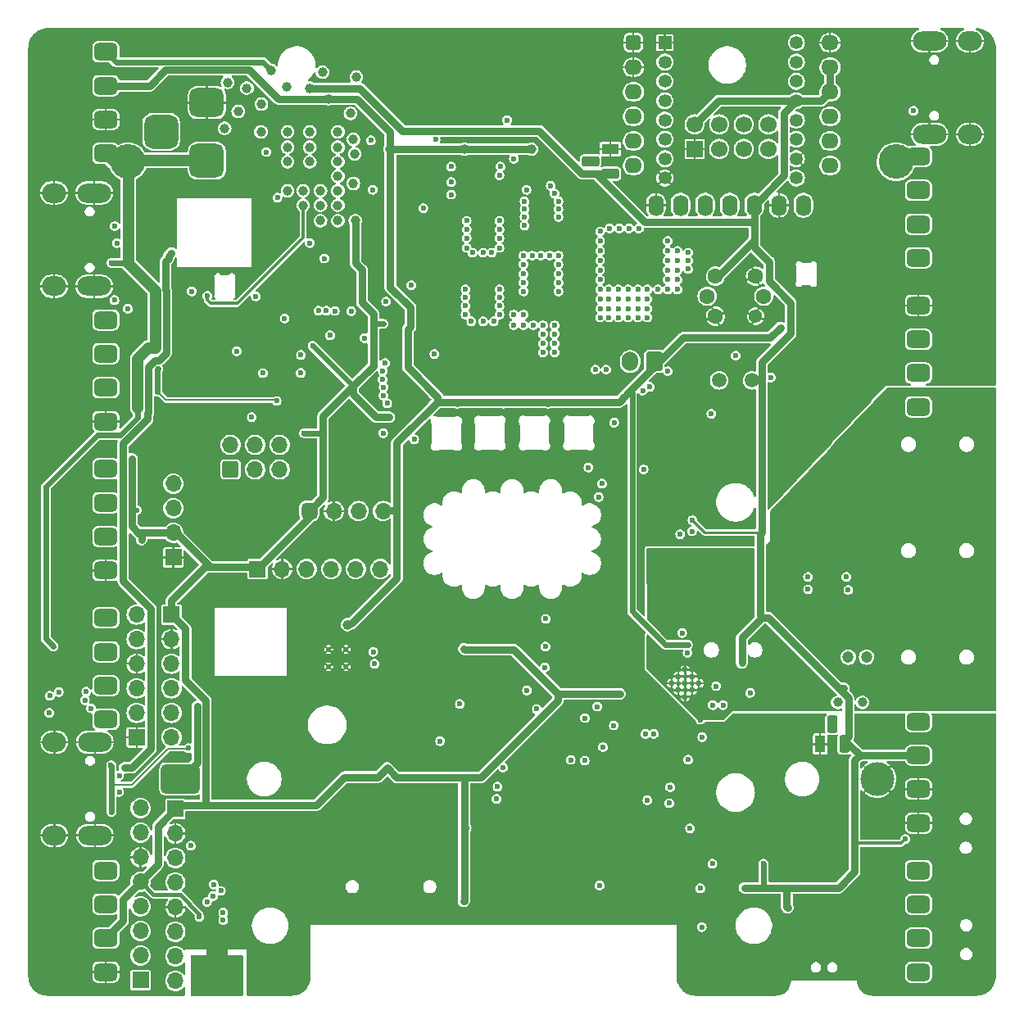
<source format=gbr>
%TF.GenerationSoftware,KiCad,Pcbnew,8.0.5*%
%TF.CreationDate,2024-10-18T10:17:48+02:00*%
%TF.ProjectId,labathome_pcb15,6c616261-7468-46f6-9d65-5f7063623135,rev?*%
%TF.SameCoordinates,Original*%
%TF.FileFunction,Copper,L3,Inr*%
%TF.FilePolarity,Positive*%
%FSLAX46Y46*%
G04 Gerber Fmt 4.6, Leading zero omitted, Abs format (unit mm)*
G04 Created by KiCad (PCBNEW 8.0.5) date 2024-10-18 10:17:48*
%MOMM*%
%LPD*%
G01*
G04 APERTURE LIST*
G04 Aperture macros list*
%AMRoundRect*
0 Rectangle with rounded corners*
0 $1 Rounding radius*
0 $2 $3 $4 $5 $6 $7 $8 $9 X,Y pos of 4 corners*
0 Add a 4 corners polygon primitive as box body*
4,1,4,$2,$3,$4,$5,$6,$7,$8,$9,$2,$3,0*
0 Add four circle primitives for the rounded corners*
1,1,$1+$1,$2,$3*
1,1,$1+$1,$4,$5*
1,1,$1+$1,$6,$7*
1,1,$1+$1,$8,$9*
0 Add four rect primitives between the rounded corners*
20,1,$1+$1,$2,$3,$4,$5,0*
20,1,$1+$1,$4,$5,$6,$7,0*
20,1,$1+$1,$6,$7,$8,$9,0*
20,1,$1+$1,$8,$9,$2,$3,0*%
%AMHorizOval*
0 Thick line with rounded ends*
0 $1 width*
0 $2 $3 position (X,Y) of the first rounded end (center of the circle)*
0 $4 $5 position (X,Y) of the second rounded end (center of the circle)*
0 Add line between two ends*
20,1,$1,$2,$3,$4,$5,0*
0 Add two circle primitives to create the rounded ends*
1,1,$1,$2,$3*
1,1,$1,$4,$5*%
G04 Aperture macros list end*
%TA.AperFunction,ComponentPad*%
%ADD10R,1.700000X1.700000*%
%TD*%
%TA.AperFunction,ComponentPad*%
%ADD11O,1.700000X1.700000*%
%TD*%
%TA.AperFunction,ComponentPad*%
%ADD12RoundRect,0.750000X-1.000000X0.750000X-1.000000X-0.750000X1.000000X-0.750000X1.000000X0.750000X0*%
%TD*%
%TA.AperFunction,ComponentPad*%
%ADD13RoundRect,0.750000X-1.000000X1.000000X-1.000000X-1.000000X1.000000X-1.000000X1.000000X1.000000X0*%
%TD*%
%TA.AperFunction,ComponentPad*%
%ADD14RoundRect,0.875000X-0.875000X0.875000X-0.875000X-0.875000X0.875000X-0.875000X0.875000X0.875000X0*%
%TD*%
%TA.AperFunction,ComponentPad*%
%ADD15RoundRect,0.450000X-0.750000X0.450000X-0.750000X-0.450000X0.750000X-0.450000X0.750000X0.450000X0*%
%TD*%
%TA.AperFunction,ComponentPad*%
%ADD16RoundRect,0.250000X0.600000X-0.600000X0.600000X0.600000X-0.600000X0.600000X-0.600000X-0.600000X0*%
%TD*%
%TA.AperFunction,ComponentPad*%
%ADD17C,1.500000*%
%TD*%
%TA.AperFunction,ComponentPad*%
%ADD18R,1.100000X1.800000*%
%TD*%
%TA.AperFunction,ComponentPad*%
%ADD19RoundRect,0.275000X-0.275000X-0.625000X0.275000X-0.625000X0.275000X0.625000X-0.275000X0.625000X0*%
%TD*%
%TA.AperFunction,ComponentPad*%
%ADD20RoundRect,0.450000X0.750000X-0.450000X0.750000X0.450000X-0.750000X0.450000X-0.750000X-0.450000X0*%
%TD*%
%TA.AperFunction,ComponentPad*%
%ADD21RoundRect,0.400000X-0.400000X-0.400000X0.400000X-0.400000X0.400000X0.400000X-0.400000X0.400000X0*%
%TD*%
%TA.AperFunction,ComponentPad*%
%ADD22O,1.800000X1.600000*%
%TD*%
%TA.AperFunction,ComponentPad*%
%ADD23O,1.600000X2.200000*%
%TD*%
%TA.AperFunction,ComponentPad*%
%ADD24C,1.700000*%
%TD*%
%TA.AperFunction,ComponentPad*%
%ADD25R,1.350000X1.350000*%
%TD*%
%TA.AperFunction,ComponentPad*%
%ADD26C,1.350000*%
%TD*%
%TA.AperFunction,ComponentPad*%
%ADD27C,1.200000*%
%TD*%
%TA.AperFunction,ComponentPad*%
%ADD28RoundRect,0.500000X0.350000X-0.350000X0.350000X0.350000X-0.350000X0.350000X-0.350000X-0.350000X0*%
%TD*%
%TA.AperFunction,ComponentPad*%
%ADD29HorizOval,1.400000X0.000000X0.000000X0.000000X0.000000X0*%
%TD*%
%TA.AperFunction,ComponentPad*%
%ADD30C,1.600000*%
%TD*%
%TA.AperFunction,ComponentPad*%
%ADD31C,3.600000*%
%TD*%
%TA.AperFunction,ComponentPad*%
%ADD32C,1.000000*%
%TD*%
%TA.AperFunction,HeatsinkPad*%
%ADD33C,0.500000*%
%TD*%
%TA.AperFunction,ComponentPad*%
%ADD34O,2.500000X2.000000*%
%TD*%
%TA.AperFunction,ComponentPad*%
%ADD35O,3.500000X2.000000*%
%TD*%
%TA.AperFunction,HeatsinkPad*%
%ADD36C,0.600000*%
%TD*%
%TA.AperFunction,ComponentPad*%
%ADD37RoundRect,0.250000X0.600000X0.750000X-0.600000X0.750000X-0.600000X-0.750000X0.600000X-0.750000X0*%
%TD*%
%TA.AperFunction,ComponentPad*%
%ADD38O,1.700000X2.000000*%
%TD*%
%TA.AperFunction,ComponentPad*%
%ADD39RoundRect,0.428571X-1.571429X-1.071429X1.571429X-1.071429X1.571429X1.071429X-1.571429X1.071429X0*%
%TD*%
%TA.AperFunction,ComponentPad*%
%ADD40C,3.500000*%
%TD*%
%TA.AperFunction,ComponentPad*%
%ADD41R,1.800000X1.100000*%
%TD*%
%TA.AperFunction,ComponentPad*%
%ADD42RoundRect,0.275000X-0.625000X0.275000X-0.625000X-0.275000X0.625000X-0.275000X0.625000X0.275000X0*%
%TD*%
%TA.AperFunction,ViaPad*%
%ADD43C,0.600000*%
%TD*%
%TA.AperFunction,ViaPad*%
%ADD44C,1.000000*%
%TD*%
%TA.AperFunction,Conductor*%
%ADD45C,0.800000*%
%TD*%
%TA.AperFunction,Conductor*%
%ADD46C,0.300000*%
%TD*%
%TA.AperFunction,Conductor*%
%ADD47C,0.250000*%
%TD*%
%TA.AperFunction,Conductor*%
%ADD48C,0.600000*%
%TD*%
%TA.AperFunction,Conductor*%
%ADD49C,0.400000*%
%TD*%
%TA.AperFunction,Conductor*%
%ADD50C,1.200000*%
%TD*%
%TA.AperFunction,Conductor*%
%ADD51C,0.200000*%
%TD*%
G04 APERTURE END LIST*
D10*
%TO.N,unconnected-(J12-Pin_1-Pad1)*%
%TO.C,J12*%
X111600000Y-148380000D03*
D11*
%TO.N,I2C_IRQ*%
X111600000Y-145840000D03*
%TO.N,SDA*%
X111600000Y-143300000D03*
%TO.N,SCL*%
X111600000Y-140760000D03*
%TO.N,+3V3*%
X111600000Y-138220000D03*
%TO.N,GND*%
X111600000Y-135680000D03*
%TO.N,unconnected-(J12-Pin_7-Pad7)*%
X111600000Y-133140000D03*
%TO.N,unconnected-(J12-Pin_8-Pad8)*%
X111600000Y-130600000D03*
%TD*%
D10*
%TO.N,+3V3*%
%TO.C,J10*%
X114800000Y-110600000D03*
D11*
%TO.N,GND*%
X114800000Y-113140000D03*
%TO.N,SCL*%
X114800000Y-115680000D03*
%TO.N,SDA*%
X114800000Y-118220000D03*
%TO.N,unconnected-(J10-Pin_5-Pad5)*%
X114800000Y-120760000D03*
%TO.N,unconnected-(J10-Pin_6-Pad6)*%
X114800000Y-123300000D03*
%TD*%
D12*
%TO.N,GND*%
%TO.C,J9*%
X118457500Y-57700000D03*
D13*
%TO.N,+24V*%
X118457500Y-63700000D03*
D14*
%TO.N,unconnected-(J9-Pad3)*%
X113757500Y-60700000D03*
%TD*%
D15*
%TO.N,DAC0*%
%TO.C,J27*%
X108005000Y-110950000D03*
%TO.N,DAC1x*%
X108005000Y-114450000D03*
%TO.N,ADC0*%
X108005000Y-117950000D03*
%TO.N,ADC1*%
X108005000Y-121450000D03*
%TD*%
D16*
%TO.N,UART3_RX*%
%TO.C,J34*%
X120900000Y-95600000D03*
D11*
%TO.N,OPAMP3+*%
X120900000Y-93060000D03*
%TO.N,OPAMP3-*%
X123440000Y-95600000D03*
%TO.N,PB12*%
X123440000Y-93060000D03*
%TO.N,OPAMP3Q*%
X125980000Y-95600000D03*
%TO.N,UART3_TX*%
X125980000Y-93060000D03*
%TD*%
D17*
%TO.N,+3V3*%
%TO.C,R32*%
X174800000Y-86400000D03*
%TO.N,BRIGHTNESS*%
X171400000Y-86400000D03*
%TD*%
D18*
%TO.N,GND*%
%TO.C,U13*%
X181850000Y-124000000D03*
D19*
%TO.N,1wire*%
X183120000Y-121930000D03*
%TO.N,+3V3*%
X184390000Y-124000000D03*
%TD*%
D15*
%TO.N,Net-(J1-Pin_1)*%
%TO.C,J1*%
X108005000Y-95550000D03*
%TO.N,Net-(J1-Pin_2)*%
X108005000Y-99050000D03*
%TO.N,Net-(J1-Pin_3)*%
X108005000Y-102550000D03*
%TO.N,GND*%
X108005000Y-106050000D03*
%TD*%
D20*
%TO.N,K1_24*%
%TO.C,J18*%
X191995000Y-89150000D03*
%TO.N,K1_22*%
X191995000Y-85650000D03*
%TO.N,K1_21*%
X191995000Y-82150000D03*
%TO.N,GND*%
X191995000Y-78650000D03*
%TD*%
%TO.N,CANH*%
%TO.C,J15*%
X192000000Y-147550000D03*
%TO.N,CANL*%
X192000000Y-144050000D03*
%TO.N,RS485B*%
X192000000Y-140550000D03*
%TO.N,RS485A*%
X192000000Y-137050000D03*
%TD*%
D15*
%TO.N,SCL*%
%TO.C,J2*%
X108005000Y-137050000D03*
%TO.N,SDA*%
X108005000Y-140550000D03*
%TO.N,+3V3*%
X108005000Y-144050000D03*
%TO.N,GND*%
X108005000Y-147550000D03*
%TD*%
D21*
%TO.N,GND*%
%TO.C,M1*%
X162540000Y-51500000D03*
D22*
X162540000Y-54040000D03*
%TO.N,EXT_MOSI*%
X162540000Y-56580000D03*
%TO.N,EXT_CLK*%
X162540000Y-59120000D03*
%TO.N,EXT_CS*%
X162540000Y-61660000D03*
%TO.N,EXT_IO1*%
X162540000Y-64200000D03*
%TO.N,EXT_MISO*%
X182860000Y-64200000D03*
%TO.N,EXT_IO2*%
X182860000Y-61660000D03*
%TO.N,unconnected-(M1-NC-Pad9)*%
X182860000Y-59120000D03*
%TO.N,+3V3*%
X182860000Y-56580000D03*
X182860000Y-54040000D03*
%TO.N,GND*%
X182860000Y-51500000D03*
%TD*%
D10*
%TO.N,GND*%
%TO.C,J19*%
X111200000Y-123300000D03*
D11*
%TO.N,SDA*%
X111200000Y-120760000D03*
%TO.N,SCL*%
X111200000Y-118220000D03*
%TO.N,GND*%
X111200000Y-115680000D03*
%TO.N,+3V3*%
X111200000Y-113140000D03*
%TO.N,unconnected-(J19-Pin_6-Pad6)*%
X111200000Y-110600000D03*
%TD*%
D10*
%TO.N,+3V3*%
%TO.C,J20*%
X115200000Y-130680000D03*
D11*
%TO.N,GND*%
X115200000Y-133220000D03*
%TO.N,SCL*%
X115200000Y-135760000D03*
%TO.N,SDA*%
X115200000Y-138300000D03*
%TO.N,GND*%
X115200000Y-140840000D03*
%TO.N,I2C_IRQ*%
X115200000Y-143380000D03*
%TO.N,unconnected-(J20-Pin_7-Pad7)*%
X115200000Y-145920000D03*
%TO.N,unconnected-(J20-Pin_8-Pad8)*%
X115200000Y-148460000D03*
%TD*%
D10*
%TO.N,GND*%
%TO.C,J4*%
X115000000Y-104700000D03*
D11*
%TO.N,+3V3*%
X115000000Y-102160000D03*
%TO.N,SCL*%
X115000000Y-99620000D03*
%TO.N,SDA*%
X115000000Y-97080000D03*
%TD*%
D23*
%TO.N,GND*%
%TO.C,X3*%
X164880000Y-68300000D03*
%TO.N,EXT_MOSI*%
X167420000Y-68300000D03*
%TO.N,EXT_MISO*%
X169960000Y-68300000D03*
%TO.N,EXT_IO1*%
X172500000Y-68300000D03*
%TO.N,+3V3*%
X175040000Y-68300000D03*
%TO.N,GND*%
X177580000Y-68300000D03*
%TO.N,EXT_IO2*%
X180120000Y-68300000D03*
%TD*%
D15*
%TO.N,+3V3*%
%TO.C,J22*%
X108005000Y-52450000D03*
%TO.N,+5V*%
X108005000Y-55950000D03*
%TO.N,GND*%
X108005000Y-59450000D03*
%TO.N,+24V*%
X108005000Y-62950000D03*
%TD*%
D10*
%TO.N,GND*%
%TO.C,U15*%
X168875000Y-62489500D03*
D24*
%TO.N,+3V3*%
X168875000Y-59949500D03*
%TO.N,EXT_IO1*%
X171415000Y-62489500D03*
%TO.N,EXT_CS*%
X171415000Y-59949500D03*
%TO.N,EXT_CLK*%
X173955000Y-62489500D03*
%TO.N,EXT_MOSI*%
X173955000Y-59949500D03*
%TO.N,EXT_MISO*%
X176495000Y-62489500D03*
%TO.N,EXT_IO2*%
X176495000Y-59949500D03*
%TD*%
D25*
%TO.N,GND*%
%TO.C,U6*%
X165792500Y-51492500D03*
D26*
%TO.N,EXT_MISO*%
X165792500Y-53492500D03*
%TO.N,EXT_MOSI*%
X165792500Y-55492500D03*
%TO.N,EXT_CLK*%
X165792500Y-57492500D03*
%TO.N,EXT_CS*%
X165792500Y-59492500D03*
%TO.N,unconnected-(U6-RESET-Pad6)*%
X165792500Y-61492500D03*
%TO.N,unconnected-(U6-DIO5-Pad7)*%
X165792500Y-63492500D03*
%TO.N,GND*%
X165792500Y-65492500D03*
%TO.N,unconnected-(U6-ANT-Pad9)*%
X179392500Y-65492500D03*
%TO.N,GND*%
X179392500Y-63492500D03*
%TO.N,unconnected-(U6-DIO3-Pad11)*%
X179392500Y-61492500D03*
%TO.N,unconnected-(U6-DIO4-Pad12)*%
X179392500Y-59492500D03*
%TO.N,+3V3*%
X179392500Y-57492500D03*
%TO.N,EXT_IO1*%
X179392500Y-55492500D03*
%TO.N,EXT_IO2*%
X179392500Y-53492500D03*
%TO.N,unconnected-(U6-DIO2-Pad16)*%
X179392500Y-51492500D03*
%TD*%
D27*
%TO.N,Net-(JP1-B)*%
%TO.C,MK1*%
X186650000Y-115000000D03*
%TO.N,Net-(MK1-+)*%
X184750000Y-115000000D03*
%TD*%
D20*
%TO.N,K1_11*%
%TO.C,J24*%
X191995000Y-73750000D03*
%TO.N,K1_12*%
X191995000Y-70250000D03*
%TO.N,K1_14*%
X191995000Y-66750000D03*
%TO.N,HEATER_SW*%
X191995000Y-63250000D03*
%TD*%
D10*
%TO.N,+3V3*%
%TO.C,J23*%
X123700000Y-105900000D03*
D11*
%TO.N,GND*%
X126240000Y-105900000D03*
%TO.N,SCL*%
X128780000Y-105900000D03*
%TO.N,SDA*%
X131320000Y-105900000D03*
%TO.N,I2C_IRQ*%
X133860000Y-105900000D03*
%TO.N,unconnected-(J23-Pin_6-Pad6)*%
X136400000Y-105900000D03*
%TD*%
D28*
%TO.N,+3V3*%
%TO.C,J8*%
X129050000Y-99900000D03*
D11*
%TO.N,GND*%
X131590000Y-99900000D03*
%TO.N,Net-(D17-DOUT)*%
X134130000Y-99900000D03*
%TO.N,+5V*%
X136670000Y-99900000D03*
%TD*%
D15*
%TO.N,Net-(J28-Pin_1)*%
%TO.C,J28*%
X108005000Y-80150000D03*
%TO.N,Net-(J28-Pin_2)*%
X108005000Y-83650000D03*
%TO.N,Net-(J28-Pin_3)*%
X108005000Y-87150000D03*
%TO.N,GND*%
X108005000Y-90650000D03*
%TD*%
D20*
%TO.N,GND*%
%TO.C,J21*%
X192000000Y-132150000D03*
X192000000Y-128650000D03*
%TO.N,+3V3*%
X192000000Y-125150000D03*
%TO.N,1wire*%
X192000000Y-121650000D03*
%TD*%
D29*
%TO.N,GND*%
%TO.C,U22*%
X175165869Y-79767990D03*
D30*
%TO.N,Net-(U22-OEN)*%
X176023080Y-77698500D03*
%TO.N,GND*%
X175167990Y-75634131D03*
%TO.N,+3V3*%
X171034131Y-75632010D03*
%TO.N,MOVE*%
X170176920Y-77701500D03*
%TO.N,GND*%
X171032010Y-79765869D03*
%TD*%
D31*
%TO.N,+24V*%
%TO.C,R33*%
X110300000Y-63800000D03*
%TO.N,HEATER_SW*%
X189700000Y-63800000D03*
%TD*%
D32*
%TO.N,Net-(U10-RLIN{slash}GPIO3)*%
%TO.C,TP6*%
X183655000Y-119685000D03*
%TD*%
D33*
%TO.N,GND*%
%TO.C,U2*%
X132850000Y-116000000D03*
X132850000Y-114200000D03*
X131050000Y-116000000D03*
X131050000Y-114200000D03*
%TD*%
D34*
%TO.N,GND*%
%TO.C,J13*%
X102650000Y-76670000D03*
D35*
X106830000Y-76670000D03*
D34*
X102650000Y-67030000D03*
D35*
X106830000Y-67030000D03*
%TD*%
D36*
%TO.N,GNDA*%
%TO.C,U10*%
X167900000Y-119114214D03*
X168607107Y-118407107D03*
X169314214Y-117700000D03*
X167192893Y-118407107D03*
X167900000Y-117700000D03*
X168607107Y-116992893D03*
X166485786Y-117700000D03*
X167192893Y-116992893D03*
X167900000Y-116285786D03*
%TD*%
D34*
%TO.N,GND*%
%TO.C,J29*%
X197332500Y-51330000D03*
D35*
X193152500Y-51330000D03*
D34*
X197332500Y-60970000D03*
D35*
X193152500Y-60970000D03*
%TD*%
D37*
%TO.N,+5V*%
%TO.C,J7*%
X164700000Y-84450000D03*
D38*
%TO.N,Net-(J7-Pin_2)*%
X162200000Y-84450000D03*
%TD*%
D39*
%TO.N,+3V8*%
%TO.C,BT1*%
X115745000Y-127600000D03*
D40*
%TO.N,GND*%
X187745000Y-127600000D03*
%TD*%
D36*
%TO.N,GND*%
%TO.C,U3*%
X116575000Y-84500000D03*
X116575000Y-86100000D03*
X116575000Y-87700000D03*
X116575000Y-89300000D03*
X118825000Y-84500000D03*
X118825000Y-86100000D03*
X118825000Y-87700000D03*
X118825000Y-89300000D03*
%TD*%
D41*
%TO.N,GND*%
%TO.C,U17*%
X160170000Y-62480000D03*
D42*
%TO.N,1wire*%
X158100000Y-63750000D03*
%TO.N,+3V3*%
X160170000Y-65020000D03*
%TD*%
D34*
%TO.N,GND*%
%TO.C,J5*%
X102700000Y-133420000D03*
D35*
X106880000Y-133420000D03*
D34*
X102700000Y-123780000D03*
D35*
X106880000Y-123780000D03*
%TD*%
D32*
%TO.N,/audioamplifier/JACK_DETECT*%
%TO.C,TP1*%
X186195000Y-119685000D03*
%TD*%
D43*
%TO.N,+3V8*%
X117450000Y-120100000D03*
%TO.N,GND*%
X168000000Y-146900000D03*
X146950000Y-118050000D03*
X105500000Y-128600000D03*
X160500000Y-115700000D03*
X118250000Y-132650000D03*
X175200000Y-64400000D03*
X132850000Y-117050000D03*
X127800000Y-133500000D03*
X183000000Y-88500000D03*
X125900000Y-80650000D03*
X102750000Y-109750000D03*
X113600000Y-147500000D03*
X140000000Y-117800000D03*
X139400000Y-100700000D03*
X148100000Y-108400000D03*
X110200000Y-79800000D03*
X139900000Y-98200000D03*
X167400000Y-59600000D03*
X107400000Y-101100000D03*
X115300000Y-75100000D03*
X198200000Y-68100000D03*
X106300000Y-109800000D03*
X145600000Y-94300000D03*
X168000000Y-141100000D03*
X160800000Y-120200000D03*
X150200000Y-94300000D03*
X115600000Y-83600000D03*
X143000000Y-129200000D03*
X199300000Y-145700000D03*
X129000000Y-109100000D03*
X179250000Y-77550000D03*
X108900000Y-88800000D03*
X153900000Y-128900000D03*
X121750000Y-64150000D03*
X176700000Y-52600000D03*
X126700000Y-100700000D03*
X155340000Y-61850000D03*
X190400000Y-142900000D03*
X199000000Y-133300000D03*
X102600000Y-63700000D03*
X137700000Y-122800000D03*
X111300000Y-81350000D03*
X139450000Y-131450000D03*
X198900000Y-62300000D03*
X113600000Y-65100000D03*
X182100000Y-68000000D03*
X143800000Y-111600000D03*
X131050000Y-117050000D03*
X192600000Y-72100000D03*
X182400000Y-136900000D03*
X171600000Y-147000000D03*
X140200000Y-88825000D03*
X194600000Y-140300000D03*
X171500000Y-77100000D03*
X191400000Y-59500000D03*
X104100000Y-64700000D03*
X155500000Y-109550000D03*
X102100000Y-148400000D03*
X145950000Y-110400000D03*
X137200000Y-138650000D03*
X106900000Y-107650000D03*
X141900000Y-97200000D03*
X150400000Y-55800000D03*
X122500000Y-118800000D03*
X121800000Y-141100000D03*
X160900000Y-137000000D03*
X182800000Y-135600000D03*
X153000000Y-51700000D03*
X119250000Y-91150000D03*
X119650000Y-126650000D03*
X198500000Y-59200000D03*
X128575000Y-87025000D03*
X140900000Y-129750000D03*
X187300000Y-149000000D03*
X123000000Y-134400000D03*
X163700000Y-134400000D03*
X133600000Y-75500000D03*
X164100000Y-56200000D03*
X119100000Y-86850000D03*
X105100000Y-114575000D03*
X117700000Y-83900000D03*
X128050000Y-91000000D03*
X176100000Y-124700000D03*
X167000000Y-57200000D03*
X181900000Y-71300000D03*
X167000000Y-124300000D03*
X148450000Y-142150000D03*
X163975000Y-103100000D03*
X162300000Y-141900000D03*
X150800000Y-137450000D03*
X110200000Y-129850000D03*
X188400000Y-139000000D03*
X159000000Y-116700000D03*
X171100000Y-146000000D03*
X190900000Y-130050000D03*
X186400000Y-146800000D03*
X116300000Y-144500000D03*
X139000000Y-120000000D03*
X179800000Y-129900000D03*
X183750000Y-80450000D03*
X117200000Y-146200000D03*
X183100000Y-127300000D03*
X188700000Y-147400000D03*
X121800000Y-149400000D03*
X170900000Y-72500000D03*
X118300000Y-91200000D03*
X112450000Y-68400000D03*
X113600000Y-149400000D03*
X115900000Y-81150000D03*
X130350000Y-134350000D03*
X113600000Y-140500000D03*
X121650000Y-146450000D03*
X107700000Y-93000000D03*
X199400000Y-142200000D03*
X140000000Y-141300000D03*
X142200000Y-108800000D03*
X199400000Y-129900000D03*
X187550000Y-121300000D03*
X178800000Y-90400000D03*
X112750000Y-128650000D03*
X185700000Y-68300000D03*
X117000000Y-102600000D03*
X130000000Y-102300000D03*
X147300000Y-112500000D03*
X111900000Y-92600000D03*
X117650000Y-89750000D03*
X182350000Y-133950000D03*
X172400000Y-147900000D03*
X117250000Y-81100000D03*
X143250000Y-139600000D03*
X138800000Y-111300000D03*
X136800000Y-95400000D03*
X104850000Y-100100000D03*
X110900000Y-106200000D03*
X198000000Y-138700000D03*
X167300000Y-131900000D03*
X172900000Y-90400000D03*
X108600000Y-132000000D03*
X156000000Y-137400000D03*
X153200000Y-140600000D03*
X125300000Y-146700000D03*
X120200000Y-100400000D03*
X158980990Y-89529769D03*
X176800000Y-70000000D03*
X182700000Y-145200000D03*
X104950000Y-135850000D03*
X160850000Y-140400000D03*
X117100000Y-147200000D03*
X156050000Y-96350000D03*
X108500000Y-112700000D03*
X110800000Y-102850000D03*
X140750000Y-118900000D03*
X169000000Y-148500000D03*
X130225000Y-88500000D03*
X108800000Y-116250000D03*
X116400000Y-75900000D03*
X131600000Y-87250000D03*
X127400000Y-81775000D03*
X118200000Y-92800000D03*
X113050000Y-70250000D03*
X177200000Y-64200000D03*
X169500000Y-128400000D03*
X161500000Y-89700000D03*
X196600000Y-124300000D03*
X136800000Y-93700000D03*
X173050000Y-103200000D03*
X169350000Y-126700000D03*
X139600000Y-110100000D03*
X182800000Y-137950000D03*
X151200000Y-131600000D03*
X137900000Y-111300000D03*
X132275000Y-73900000D03*
X176900000Y-140800000D03*
X152950000Y-112850000D03*
X102300000Y-127500000D03*
X152100000Y-108350000D03*
X177800000Y-97900000D03*
X139000000Y-116850000D03*
X156800000Y-124800000D03*
X120800000Y-63000000D03*
X159100000Y-52800000D03*
X170700000Y-71500000D03*
X120800000Y-64150000D03*
X106800000Y-104400000D03*
X114100000Y-52200000D03*
X197800000Y-143900000D03*
X104900000Y-125200000D03*
X186400000Y-66900000D03*
X164000000Y-142200000D03*
X135300000Y-87000000D03*
X194000000Y-136800000D03*
X178250000Y-132900000D03*
X103900000Y-97100000D03*
X135300000Y-97300000D03*
X129550000Y-94650000D03*
X102300000Y-129500000D03*
X105800000Y-73200000D03*
X129330989Y-90776900D03*
X127300000Y-71700000D03*
X195550000Y-86150000D03*
X135300000Y-87800000D03*
X163700000Y-132700000D03*
X157800000Y-133350000D03*
X178500000Y-137800000D03*
X162100000Y-133100000D03*
X118900000Y-93950000D03*
X169700000Y-130600000D03*
X123700000Y-119750000D03*
X109550000Y-122900000D03*
X151000000Y-134500000D03*
X156300000Y-110400000D03*
X131950000Y-113700000D03*
X185050000Y-74850000D03*
X173000000Y-95600000D03*
X154800000Y-114000000D03*
X197700000Y-74700000D03*
X132650000Y-112900000D03*
X189250000Y-137800000D03*
X113850000Y-108500000D03*
X111800000Y-74100000D03*
X184100000Y-128600000D03*
X124300000Y-65100000D03*
X183500000Y-142800000D03*
X118700000Y-83450000D03*
X123800000Y-74050000D03*
X145408751Y-89517458D03*
X124100000Y-101300000D03*
X148100000Y-119450000D03*
X131950000Y-116600000D03*
X132900000Y-124050000D03*
X105400000Y-87100000D03*
X177700000Y-143300000D03*
X183800000Y-66200000D03*
X128600000Y-83075000D03*
X120550000Y-91600000D03*
X182600000Y-76900000D03*
X111050000Y-80350000D03*
X145450000Y-95900000D03*
X143800000Y-130150000D03*
X160400000Y-81400000D03*
X111600000Y-66400000D03*
X125250000Y-69825000D03*
X105600000Y-70600000D03*
X151600000Y-117150000D03*
X156550000Y-112250000D03*
X101800000Y-69100000D03*
X151000000Y-95000000D03*
X111450000Y-54750000D03*
X136800000Y-101700000D03*
X105400000Y-81300000D03*
X159250000Y-107250000D03*
X167600000Y-58700000D03*
X177100000Y-144350000D03*
X175600000Y-129500000D03*
X116650000Y-92350000D03*
X194400000Y-149400000D03*
X183400000Y-86600000D03*
X140100000Y-96200000D03*
X198000000Y-147000000D03*
X157400000Y-136050000D03*
X156100000Y-130150000D03*
X149550000Y-119150000D03*
X108550000Y-75050000D03*
X159334167Y-67015833D03*
X134300000Y-82900000D03*
X121850000Y-65100000D03*
X163000000Y-112500000D03*
X164500000Y-101000000D03*
X137500000Y-91300000D03*
X103500000Y-69500000D03*
X148950000Y-140500000D03*
X167100000Y-61700000D03*
X138600000Y-79725000D03*
X141400000Y-116000000D03*
X165900000Y-102900000D03*
X178300000Y-121500000D03*
X118500000Y-106950000D03*
X171800000Y-66200000D03*
X155700000Y-139800000D03*
X182400000Y-129700000D03*
X133225000Y-90350000D03*
X195600000Y-126900000D03*
X115300000Y-76800000D03*
X161300000Y-124900000D03*
X139625000Y-126500000D03*
X166000000Y-98100000D03*
X112800000Y-73100000D03*
X142550000Y-137100000D03*
X156500000Y-119700000D03*
X177100000Y-149300000D03*
X158400000Y-57700000D03*
X181700000Y-92200000D03*
X174100000Y-65800000D03*
X148650000Y-110350000D03*
X129950000Y-86425000D03*
X103500000Y-87100000D03*
X174500000Y-91000000D03*
X108050000Y-65250000D03*
X160550000Y-56550000D03*
X168200000Y-83000000D03*
X116800000Y-67200000D03*
X180900000Y-65900000D03*
X175600000Y-83100000D03*
X160150000Y-134900000D03*
X104300000Y-146700000D03*
X189400000Y-70600000D03*
X101900000Y-74400000D03*
X165900000Y-82400000D03*
X102500000Y-91400000D03*
X189600000Y-136050000D03*
X152100000Y-109650000D03*
X139900000Y-104700000D03*
X155000000Y-94200000D03*
X109700000Y-90700000D03*
X192000000Y-149200000D03*
X158900000Y-140700000D03*
X157500000Y-96850000D03*
X134000000Y-83800000D03*
X107350000Y-88800000D03*
X136475000Y-89300000D03*
X179300000Y-95000000D03*
X173300000Y-132900000D03*
X117650000Y-85300000D03*
X159800000Y-59900000D03*
X105800000Y-149500000D03*
X139300000Y-103500000D03*
X152400000Y-96400000D03*
X176800000Y-132900000D03*
X170600000Y-81000000D03*
X181100000Y-55200000D03*
X103200000Y-92900000D03*
X115600000Y-67200000D03*
X122175000Y-132200000D03*
X114800000Y-92450000D03*
X109850000Y-81150000D03*
X189200000Y-123400000D03*
X116800000Y-65800000D03*
X148650000Y-96350000D03*
X112450000Y-66850000D03*
X134350000Y-90100000D03*
X154600000Y-125300000D03*
X132550000Y-84450000D03*
X105500000Y-116900000D03*
X179700000Y-72670000D03*
X120950000Y-124450000D03*
X199300000Y-124000000D03*
X117100000Y-75200000D03*
X101600000Y-143000000D03*
X185500000Y-65200000D03*
X153200000Y-136900000D03*
X141600000Y-130450000D03*
X173200000Y-121800000D03*
X115900000Y-106250000D03*
X120850000Y-81900000D03*
X118000000Y-101200000D03*
X163400000Y-136200000D03*
X104600000Y-109200000D03*
X107900000Y-135300000D03*
X127600000Y-94650000D03*
X139600000Y-121800000D03*
X113600000Y-124350000D03*
X151000000Y-112750000D03*
X100800000Y-141600000D03*
X149450000Y-117650000D03*
X172700000Y-51100000D03*
X149600000Y-133100000D03*
X186400000Y-81100000D03*
X137900000Y-108800000D03*
X122300000Y-89500000D03*
X119135000Y-132650000D03*
X194600000Y-121700000D03*
X122800000Y-85450000D03*
X175600000Y-55300000D03*
X123050000Y-86250000D03*
X104200000Y-127800000D03*
X128700000Y-88325000D03*
X162650000Y-67400000D03*
X122100000Y-91100000D03*
X113700000Y-73100000D03*
X164100000Y-92850000D03*
X113700000Y-145400000D03*
X162300000Y-125900000D03*
X169500000Y-64300000D03*
X181600000Y-81900000D03*
X102500000Y-94600000D03*
X177300000Y-137300000D03*
X109600000Y-116650000D03*
X132300000Y-101750000D03*
X198300000Y-85500000D03*
X126700000Y-80800000D03*
X160300000Y-133100000D03*
X103400000Y-110800000D03*
X157750000Y-139850000D03*
X150000000Y-129800000D03*
X103800000Y-145200000D03*
X147200000Y-55000000D03*
X133500000Y-104000000D03*
X108600000Y-139000000D03*
X163100000Y-131050000D03*
X103900000Y-141850000D03*
X133400000Y-130050000D03*
X136050000Y-104200000D03*
X130400000Y-109100000D03*
X102850000Y-82950000D03*
X138400000Y-118750000D03*
X159900000Y-126100000D03*
X139550000Y-73050000D03*
X192750000Y-145800000D03*
X186400000Y-69700000D03*
X167000000Y-123300000D03*
X148700000Y-112800000D03*
X111650000Y-93950000D03*
X122938819Y-82250000D03*
X121900000Y-128600000D03*
X176400000Y-64900000D03*
X131900000Y-109100000D03*
X171600000Y-140800000D03*
X151100000Y-135950000D03*
X109000000Y-149100000D03*
X128500000Y-142800000D03*
X164100000Y-53600000D03*
X110400000Y-61000000D03*
X152900000Y-142000000D03*
X102400000Y-131200000D03*
X145200000Y-51300000D03*
X113300000Y-130500000D03*
X106400000Y-106450000D03*
X131900000Y-115150000D03*
X167200000Y-91800000D03*
X121700000Y-126350000D03*
X179100000Y-95900000D03*
X134800000Y-101800000D03*
X124950000Y-120400000D03*
X115750000Y-57000000D03*
X122600000Y-100800000D03*
X119500000Y-104200000D03*
X117300000Y-91200000D03*
X128100000Y-122900000D03*
X143700000Y-126250000D03*
X181400000Y-132100000D03*
X166850000Y-141100000D03*
X174200000Y-149100000D03*
X117600000Y-149400000D03*
X115600000Y-82200000D03*
X125150000Y-118750000D03*
X116800000Y-82200000D03*
X119150000Y-92500000D03*
X124800000Y-100900000D03*
X134750000Y-72400000D03*
X109400000Y-123700000D03*
X115600000Y-82900000D03*
X191100000Y-123300000D03*
X172000000Y-131500000D03*
X170200000Y-89100000D03*
X168500000Y-99500000D03*
X102800000Y-102500000D03*
X110000000Y-144800000D03*
X113600000Y-142800000D03*
X177000000Y-123900000D03*
X105900000Y-79600000D03*
X107300000Y-138800000D03*
X144050000Y-140900000D03*
X121750000Y-63000000D03*
X148400000Y-51800000D03*
X123050000Y-123200000D03*
X104600000Y-134800000D03*
X139800000Y-86900000D03*
X103500000Y-89000000D03*
X116250000Y-91200000D03*
X161900000Y-134600000D03*
X116150000Y-86900000D03*
X175600000Y-122561000D03*
X175500000Y-58800000D03*
X167600000Y-145300000D03*
X111050000Y-60100000D03*
X105700000Y-138750000D03*
X151900000Y-128100000D03*
X101600000Y-137900000D03*
X174600000Y-133300000D03*
X113900000Y-92350000D03*
X122500000Y-119800000D03*
X116200000Y-66500000D03*
X195800000Y-138700000D03*
X131150000Y-112900000D03*
X126800000Y-91050000D03*
X196900000Y-138700000D03*
X123050000Y-121150000D03*
X168850000Y-91450000D03*
X160200000Y-125000000D03*
X166700000Y-135400000D03*
X130104117Y-82294174D03*
X119450000Y-93350000D03*
X105500000Y-83400000D03*
X104200000Y-116100000D03*
X127300000Y-129000000D03*
X124600000Y-67400000D03*
X141000000Y-93000000D03*
X138275000Y-80550000D03*
X120950000Y-120600000D03*
X117700000Y-86900000D03*
X131300000Y-86000000D03*
X142400000Y-131200000D03*
X195100000Y-66100000D03*
X124050000Y-121200000D03*
X192100000Y-134900000D03*
X161200000Y-129450000D03*
X126850000Y-126400000D03*
X134725000Y-73925000D03*
X138500000Y-57000000D03*
X128500000Y-140900000D03*
X156900000Y-129000000D03*
X127900000Y-110100000D03*
X180150000Y-71050000D03*
X121400000Y-81100000D03*
X139400000Y-52200000D03*
X189400000Y-142200000D03*
X169500000Y-145800000D03*
X150800000Y-127100000D03*
X188700000Y-144700000D03*
X149500000Y-141400000D03*
X124100000Y-123850000D03*
X139000000Y-93300000D03*
X111300000Y-57700000D03*
X119150000Y-85250000D03*
X162700000Y-113800000D03*
X102500000Y-145000000D03*
X155300000Y-141900000D03*
X161300000Y-131000000D03*
X173000000Y-86300000D03*
X115200000Y-80100000D03*
X140300000Y-129100000D03*
X165900000Y-141100000D03*
X119600000Y-85950000D03*
X114200000Y-107450000D03*
X190500000Y-68600000D03*
X194700000Y-143100000D03*
X184200000Y-140900000D03*
X194100000Y-147700000D03*
X131300000Y-103900000D03*
X149200000Y-116600000D03*
X131400000Y-94650000D03*
X102200000Y-140900000D03*
X112200000Y-65200000D03*
X112600000Y-108300000D03*
X180900000Y-70850000D03*
X121750000Y-121250000D03*
X116550000Y-108850000D03*
X125150000Y-131950000D03*
X172900000Y-123200000D03*
X137350000Y-121350000D03*
X105350000Y-122050000D03*
X108550000Y-68650000D03*
X159100000Y-129700000D03*
X181150000Y-145350000D03*
X115600000Y-65800000D03*
X110600000Y-52200000D03*
X110400000Y-83400000D03*
X183750000Y-72350000D03*
X132100000Y-130600000D03*
X134050000Y-84900000D03*
X108400000Y-107700000D03*
X185600000Y-71850000D03*
X123800000Y-75200000D03*
X181500000Y-121500000D03*
X157600000Y-130000000D03*
X139800000Y-106500000D03*
X116200000Y-85300000D03*
X116950000Y-131350000D03*
X117750000Y-82900000D03*
X143150000Y-113650000D03*
X187400000Y-75300000D03*
X164500000Y-62000000D03*
X162200000Y-139550000D03*
X104400000Y-90500000D03*
X184350000Y-68650000D03*
X181200000Y-62400000D03*
X137900000Y-110000000D03*
X125150000Y-65100000D03*
X197800000Y-122200000D03*
X160600000Y-84500000D03*
X152850000Y-130000000D03*
X101000000Y-146800000D03*
D44*
X133250000Y-110150000D03*
D43*
X142000000Y-56200000D03*
X118900000Y-81100000D03*
X137200000Y-134000000D03*
X116650000Y-83550000D03*
X120400000Y-52200000D03*
X131000000Y-139600000D03*
X177600000Y-96200000D03*
X104900000Y-148100000D03*
X128750000Y-94450000D03*
X141200000Y-107850000D03*
X108000000Y-142300000D03*
X139600000Y-75700000D03*
X105400000Y-89000000D03*
X141100000Y-120200000D03*
X136000000Y-52400000D03*
X110800000Y-82500000D03*
X199400000Y-135900000D03*
X178600000Y-131400000D03*
X168700000Y-57200000D03*
X140345000Y-83000000D03*
X140700000Y-122800000D03*
X178600000Y-123300000D03*
X104350000Y-121650000D03*
X164200000Y-58900000D03*
X130350000Y-126900000D03*
X176600000Y-79100000D03*
X173200000Y-87900000D03*
X114150000Y-98350000D03*
X173100000Y-141100000D03*
X191450000Y-52950000D03*
X111800000Y-73100000D03*
X197300000Y-79300000D03*
X194900000Y-124000000D03*
X110000000Y-119500000D03*
X107200000Y-61200000D03*
X121800000Y-148000000D03*
X138400000Y-90900000D03*
X101400000Y-51700000D03*
X170200000Y-60500000D03*
X106300000Y-143700000D03*
X174300000Y-55700000D03*
X114100000Y-100850000D03*
X156900000Y-108150000D03*
X121100000Y-104300000D03*
X125200000Y-80100000D03*
X178600000Y-71900000D03*
X181000000Y-59000000D03*
X150800000Y-139600000D03*
X146550000Y-141900000D03*
X173000000Y-125800000D03*
X187800000Y-133600000D03*
X123500000Y-65100000D03*
X140900000Y-111400000D03*
X103600000Y-74500000D03*
X178000000Y-55800000D03*
X105000000Y-96100000D03*
X166400000Y-134150000D03*
X132800000Y-102800000D03*
X164900000Y-82500000D03*
X129800000Y-87550000D03*
X109100000Y-76900000D03*
X119650000Y-129150000D03*
X158700000Y-131800000D03*
X123700000Y-118750000D03*
X192500000Y-138700000D03*
X122250000Y-81450000D03*
X149882544Y-89517458D03*
X196300000Y-83500000D03*
X134850000Y-122200000D03*
X127100000Y-148400000D03*
X174200000Y-84500000D03*
X196200000Y-71500000D03*
X154700000Y-55900000D03*
X168000000Y-65300000D03*
X112150000Y-70300000D03*
X184000000Y-83800000D03*
X136200000Y-110100000D03*
X107000000Y-93950000D03*
X100600000Y-136600000D03*
X147600000Y-109600000D03*
D44*
X163250000Y-82750000D03*
D43*
X162200000Y-115700000D03*
X171000000Y-63900000D03*
X102600000Y-97800000D03*
X111800000Y-98000000D03*
X121500000Y-142800000D03*
X154650000Y-130500000D03*
X177300000Y-53700000D03*
X164900000Y-64400000D03*
X112800000Y-71500000D03*
X194000000Y-127000000D03*
X169600000Y-53200000D03*
X123600000Y-52100000D03*
X158050000Y-134750000D03*
X189150000Y-133600000D03*
X115300000Y-75900000D03*
X182000000Y-90500000D03*
X138200000Y-129950000D03*
X121300000Y-106600000D03*
X151750000Y-119700000D03*
X104400000Y-92200000D03*
X142050000Y-113800000D03*
X104800000Y-130700000D03*
X154445735Y-89545735D03*
X194400000Y-77800000D03*
X173400000Y-64100000D03*
X104300000Y-143700000D03*
X163200000Y-140500000D03*
X135800000Y-131200000D03*
X121350000Y-101400000D03*
X181200000Y-51400000D03*
X126000000Y-91550000D03*
X132600000Y-133500000D03*
X111500000Y-68900000D03*
X162000000Y-119700000D03*
X106300000Y-91300000D03*
X179900000Y-92800000D03*
X186550000Y-145250000D03*
X166700000Y-130800000D03*
X199200000Y-127200000D03*
X121950000Y-85300000D03*
X122650000Y-65100000D03*
X105500000Y-139700000D03*
X182200000Y-148000000D03*
X103500000Y-125500000D03*
X195800000Y-127700000D03*
X184450000Y-70550000D03*
X132275000Y-72425000D03*
X163050000Y-65900000D03*
X139100000Y-124050000D03*
X169500000Y-96100000D03*
X136600000Y-98000000D03*
X198000000Y-127700000D03*
X163800000Y-120300000D03*
X143800000Y-108350000D03*
X167500000Y-95200000D03*
X158700000Y-137200000D03*
X195000000Y-63500000D03*
D44*
%TO.N,+3V3*%
X121700000Y-58600000D03*
X128400000Y-68300000D03*
X120300000Y-60350000D03*
D43*
X136712500Y-80550000D03*
X145000000Y-140250000D03*
D44*
X133600000Y-66050000D03*
D43*
X137100000Y-126450000D03*
X178500000Y-140900000D03*
D44*
X133900000Y-55050000D03*
X132000000Y-69900000D03*
X122600000Y-56200000D03*
X128400000Y-66800000D03*
X132000000Y-66800000D03*
X132000000Y-62300000D03*
D43*
X184772500Y-137822500D03*
X128500000Y-91850000D03*
D44*
X126800000Y-63800000D03*
X126750000Y-56100000D03*
X133300000Y-58800000D03*
X126800000Y-62300000D03*
D43*
X145050000Y-130550000D03*
D44*
X133750000Y-63000000D03*
X120600000Y-55600000D03*
X126800000Y-66800000D03*
D43*
X132580000Y-127500000D03*
X176567990Y-74150000D03*
X184300000Y-118235000D03*
X161150000Y-118800000D03*
D44*
X129100000Y-60700000D03*
D43*
X129400000Y-82825000D03*
D44*
X124100000Y-57850000D03*
D43*
X145050000Y-136650000D03*
D44*
X130200000Y-66800000D03*
D43*
X145050000Y-127450000D03*
X151675000Y-115725000D03*
D44*
X132000000Y-60700000D03*
D43*
X174050000Y-138850000D03*
D44*
X130200000Y-69900000D03*
X133800000Y-69900000D03*
X130200000Y-68300000D03*
D43*
X137300000Y-90200000D03*
D44*
X124050000Y-60700000D03*
X129100000Y-56200000D03*
D43*
X111215000Y-99800000D03*
X190650000Y-133800000D03*
D44*
X125100000Y-54350000D03*
X126800000Y-60700000D03*
X132000000Y-68300000D03*
X132000000Y-63800000D03*
D43*
X111700000Y-102850000D03*
D44*
X133600000Y-61500000D03*
D43*
X176000000Y-136350000D03*
D44*
X132000000Y-65300000D03*
D43*
X175800000Y-93500000D03*
X135657307Y-82600000D03*
X117675000Y-141850000D03*
X175800000Y-102100000D03*
X168650000Y-100850000D03*
X110705000Y-94510000D03*
X145300000Y-132650000D03*
X145038176Y-114140001D03*
X173750000Y-115600000D03*
D44*
X130400000Y-54550000D03*
X129100000Y-63800000D03*
X129100000Y-62300000D03*
D43*
X118513686Y-77686314D03*
%TO.N,PROG_EN*%
X169600000Y-142900000D03*
X169450000Y-138900000D03*
X159050000Y-138600000D03*
%TO.N,+24V*%
X108600000Y-74250000D03*
X102620000Y-113900000D03*
D44*
X113125000Y-83050000D03*
D43*
X110350000Y-69400000D03*
D44*
X111300000Y-89230000D03*
D43*
X123100000Y-90200000D03*
%TO.N,GNDA*%
X182600000Y-118300000D03*
X192400000Y-103300000D03*
X199300000Y-119600000D03*
X186500000Y-104300000D03*
X190200000Y-88100000D03*
X193600000Y-117100000D03*
X176100000Y-113200000D03*
X179400000Y-100900000D03*
X194100000Y-109050000D03*
X177800000Y-105350000D03*
X190500000Y-110400000D03*
X194250000Y-107250000D03*
X188600000Y-106600000D03*
X188300000Y-108700000D03*
X184100000Y-113400000D03*
X198300000Y-91200000D03*
X173950000Y-104150000D03*
X195200000Y-105300000D03*
X191400000Y-112300000D03*
X182900000Y-99500000D03*
X195700000Y-114000000D03*
X167700000Y-109500000D03*
X188200000Y-103900000D03*
X188550000Y-93100000D03*
X195600000Y-116800000D03*
X180000000Y-111125000D03*
X199400000Y-116800000D03*
X186200000Y-97300000D03*
X180200000Y-104900000D03*
X179600000Y-116800000D03*
X190600000Y-113400000D03*
X198300000Y-87800000D03*
X186100000Y-112000000D03*
X164600000Y-107700000D03*
X174100000Y-116600000D03*
X195100000Y-94700000D03*
X196400000Y-110400000D03*
X188650000Y-97400000D03*
X198800000Y-105250000D03*
X187350000Y-95750000D03*
X164500000Y-104600000D03*
X197250000Y-102700000D03*
X193000000Y-105300000D03*
X195000000Y-119150000D03*
X190200000Y-92000000D03*
X196300000Y-88200000D03*
X199000000Y-97800000D03*
X190500000Y-90500000D03*
X193000000Y-114900000D03*
X188300000Y-116000000D03*
X195900000Y-102450000D03*
X175700000Y-117900000D03*
X193300000Y-94300000D03*
X184600000Y-105400000D03*
X176900000Y-115900000D03*
X174900000Y-115800000D03*
X186100000Y-92100000D03*
X197200000Y-105700000D03*
X192700000Y-111700000D03*
X197300000Y-116800000D03*
X194900000Y-97500000D03*
X169100000Y-111000000D03*
X179200000Y-105800000D03*
X183300000Y-112000000D03*
X184800000Y-99500000D03*
X188500000Y-118000000D03*
X179600000Y-118300000D03*
X196150000Y-91250000D03*
X176550000Y-103600000D03*
X195050000Y-115500000D03*
X199400000Y-107000000D03*
X192500000Y-116900000D03*
X180400000Y-112700000D03*
X183600000Y-95600000D03*
X172150000Y-104150000D03*
X193600000Y-120000000D03*
X192700000Y-92250000D03*
X188600000Y-113300000D03*
X192200000Y-90600000D03*
X186500000Y-100300000D03*
X190750000Y-99600000D03*
X184700000Y-93600000D03*
X198300000Y-98800000D03*
X180500000Y-99700000D03*
X198300000Y-102200000D03*
X179000000Y-107500000D03*
X179150000Y-104050000D03*
X189600000Y-114800000D03*
X197300000Y-109200000D03*
X186000000Y-113800000D03*
X192200000Y-107700000D03*
X196400000Y-112200000D03*
X192100000Y-96700000D03*
X189400000Y-103100000D03*
X182300000Y-112800000D03*
X169466786Y-121471872D03*
X197300000Y-98200000D03*
X198900000Y-114850000D03*
X187300000Y-117400000D03*
X198400000Y-109700000D03*
X182200000Y-94600000D03*
X192000000Y-102000000D03*
X176700000Y-117900000D03*
X197300000Y-94800000D03*
X188400000Y-96600000D03*
X188735000Y-119685000D03*
X199250000Y-94500000D03*
X184800000Y-111600000D03*
X182600000Y-103400000D03*
X188300000Y-92000000D03*
X194000000Y-118800000D03*
X172200000Y-112600000D03*
X195400000Y-95900000D03*
X197000000Y-100400000D03*
%TO.N,/psu/BOOT*%
X124600000Y-62800000D03*
X125750000Y-67500000D03*
%TO.N,+5V*%
X161600000Y-88100000D03*
X168166942Y-113716942D03*
D44*
X145100000Y-62500000D03*
X152000000Y-62500000D03*
D43*
X137535091Y-69500000D03*
D44*
X137420000Y-62500000D03*
D43*
X191500000Y-58550000D03*
D44*
X133000000Y-111650000D03*
D43*
X153700000Y-88725000D03*
D44*
X131000000Y-57300000D03*
D43*
X177750000Y-80950000D03*
X149100000Y-88800000D03*
X144300000Y-88725000D03*
%TO.N,/actors/D12_COOL*%
X148800000Y-64300000D03*
X148700000Y-71700000D03*
X145900000Y-73200000D03*
X147000000Y-73200000D03*
X147900000Y-73200000D03*
X145300000Y-72700000D03*
X145300000Y-70800000D03*
X148700000Y-69900000D03*
X148700000Y-65200000D03*
X145300000Y-69900000D03*
X145300000Y-71700000D03*
X143700000Y-65900000D03*
X143700000Y-67200000D03*
X148700000Y-70800000D03*
X148700000Y-72700000D03*
X143700000Y-64300000D03*
%TO.N,/actors/D10_COOL*%
X148700000Y-77000000D03*
X148700000Y-79600000D03*
X145200000Y-79600000D03*
X147000000Y-80300000D03*
X148100000Y-80300000D03*
X145200000Y-78700000D03*
X148700000Y-77800000D03*
X145200000Y-77800000D03*
X148700000Y-78700000D03*
X145200000Y-77000000D03*
X145800000Y-80300000D03*
%TO.N,/actors/D11_COOL*%
X154400000Y-83500000D03*
X150200000Y-80700000D03*
X154400000Y-82600000D03*
X152200000Y-80700000D03*
X153200000Y-82600000D03*
X153200000Y-83500000D03*
X153200000Y-81600000D03*
X151200000Y-80700000D03*
X150200000Y-79600000D03*
X151200000Y-79600000D03*
X153200000Y-80700000D03*
X154400000Y-81600000D03*
X154400000Y-80700000D03*
%TO.N,/actors/D13_COOL*%
X151200000Y-76300000D03*
X154800000Y-74400000D03*
X153000000Y-73500000D03*
X154800000Y-73500000D03*
X154800000Y-77200000D03*
X151200000Y-77200000D03*
X153900000Y-73500000D03*
X154800000Y-76300000D03*
X151200000Y-75400000D03*
X151200000Y-74400000D03*
X154800000Y-75400000D03*
X151200000Y-73500000D03*
X152100000Y-73500000D03*
%TO.N,/actors/D9_COOL*%
X162000000Y-77000000D03*
X154800000Y-68700000D03*
X160100000Y-70700000D03*
X151300000Y-69500000D03*
X167100000Y-75000000D03*
X160000000Y-79000000D03*
X163000000Y-79000000D03*
X159100000Y-79000000D03*
X151300000Y-68700000D03*
X159100000Y-78000000D03*
X165100000Y-77000000D03*
X162100000Y-70700000D03*
X167100000Y-74000000D03*
X161100000Y-70700000D03*
X159100000Y-76000000D03*
X163100000Y-70700000D03*
X163000000Y-79900000D03*
X162000000Y-79900000D03*
X159100000Y-73000000D03*
X166100000Y-72000000D03*
X168200000Y-73200000D03*
X167100000Y-76000000D03*
X164000000Y-78000000D03*
X162000000Y-78000000D03*
X167100000Y-77000000D03*
X159100000Y-77000000D03*
X166100000Y-76000000D03*
X161000000Y-79900000D03*
X159100000Y-75000000D03*
X160000000Y-79900000D03*
X164000000Y-79000000D03*
X167100000Y-73000000D03*
X159100000Y-74000000D03*
X164000000Y-77000000D03*
X151500000Y-66700000D03*
X166100000Y-73000000D03*
X151300000Y-70400000D03*
X154800000Y-67900000D03*
X163000000Y-77000000D03*
X164000000Y-79900000D03*
X159100000Y-71000000D03*
X154000000Y-66300000D03*
X154400000Y-67100000D03*
X160000000Y-78000000D03*
X159100000Y-79900000D03*
X168200000Y-74900000D03*
X159100000Y-72000000D03*
X154800000Y-69500000D03*
X160000000Y-77000000D03*
X168200000Y-74000000D03*
X166100000Y-75000000D03*
X151300000Y-67900000D03*
X166100000Y-74000000D03*
X161000000Y-78000000D03*
X166100000Y-77000000D03*
X161000000Y-77000000D03*
X162000000Y-79000000D03*
X161000000Y-79000000D03*
X163000000Y-78000000D03*
%TO.N,Net-(D17-DOUT)*%
X139900000Y-92500000D03*
%TO.N,Net-(J5-CC2)*%
X109400000Y-127250000D03*
X109400000Y-128950000D03*
%TO.N,SCL*%
X156062264Y-125622644D03*
X119900000Y-139150000D03*
X110300000Y-79000000D03*
X103150000Y-118600000D03*
X158812500Y-120112500D03*
X120150000Y-141400000D03*
X126500000Y-80000000D03*
X106000000Y-118575000D03*
X135650000Y-114450000D03*
%TO.N,SDA*%
X119150000Y-138500000D03*
X119100000Y-139700000D03*
X105850000Y-119450000D03*
X102225000Y-119000000D03*
X157537500Y-121300000D03*
X108900000Y-78100000D03*
X120150000Y-142200000D03*
X135800000Y-115700000D03*
X116900000Y-77200000D03*
X157500000Y-125700000D03*
%TO.N,ROT_A*%
X159300000Y-97068154D03*
X168600000Y-102000000D03*
%TO.N,LED_WHITE_P*%
X149500000Y-59500000D03*
X137097857Y-88775001D03*
%TO.N,ROT_B*%
X158950000Y-98450000D03*
X167382345Y-102299741D03*
%TO.N,1wire*%
X152563603Y-120363603D03*
X166250000Y-130100000D03*
%TO.N,HEATER*%
X173114190Y-83835809D03*
X166095315Y-85445315D03*
%TO.N,I2C_IRQ*%
X116807063Y-134487038D03*
X118475000Y-140300000D03*
X106489265Y-120285735D03*
X102175000Y-120760570D03*
%TO.N,Net-(U10-LMICN)*%
X171800000Y-119951357D03*
X174600000Y-118700000D03*
%TO.N,Net-(U10-LMICP)*%
X170747591Y-119951358D03*
X171100000Y-118000000D03*
%TO.N,Net-(U10-LSPKOUT)*%
X153500000Y-111050000D03*
X168150000Y-114550000D03*
%TO.N,Net-(U10-RSPKOUT)*%
X167574999Y-112500000D03*
X153450000Y-113900000D03*
%TO.N,LCD_RES*%
X131186925Y-81743096D03*
X160550000Y-90769493D03*
X166350000Y-128450000D03*
X134757307Y-82030835D03*
X151550000Y-118446777D03*
X158600000Y-85275000D03*
%TO.N,Net-(C16-Pad2)*%
X180600000Y-108000000D03*
X184750000Y-108050000D03*
%TO.N,Net-(C17-Pad2)*%
X180600000Y-106700000D03*
X184550000Y-106700000D03*
%TO.N,Net-(D21-DIN)*%
X157900000Y-95400000D03*
X163600000Y-95600000D03*
%TO.N,I2S_DAC*%
X160528059Y-122063057D03*
X163800000Y-122935000D03*
%TO.N,I2S_FS*%
X159400000Y-124300000D03*
X164642376Y-122935000D03*
%TO.N,Servo1*%
X135400000Y-61600000D03*
X136600000Y-86300000D03*
%TO.N,BL_RESET*%
X121548577Y-83388205D03*
X128174999Y-83775000D03*
%TO.N,Servo2*%
X140825000Y-68600000D03*
X136725000Y-87100000D03*
%TO.N,UART4_TX*%
X129990000Y-79200000D03*
X130600000Y-73800000D03*
%TO.N,USBPD_CC2*%
X109150000Y-72200000D03*
X108948066Y-70451934D03*
%TO.N,Net-(R66-Pad1)*%
X169667669Y-123267669D03*
%TO.N,UART4_RX*%
X130812224Y-79192985D03*
X129100000Y-72200000D03*
%TO.N,LCD_DC*%
X148500000Y-128400000D03*
%TO.N,LCD_DAT*%
X164000000Y-129800000D03*
%TO.N,LCD_CLK*%
X149061397Y-126411397D03*
%TO.N,LCD_BACKLIGHT*%
X148400000Y-129650000D03*
X142580001Y-123681696D03*
%TO.N,BTN_YEL*%
X168200000Y-125600000D03*
X153383222Y-116083222D03*
%TO.N,BTN_RED*%
X170600000Y-89850000D03*
X159725000Y-85275000D03*
%TO.N,BTN_GRN*%
X168400000Y-132700000D03*
X170700000Y-136350000D03*
%TO.N,Servo3*%
X136687500Y-87962500D03*
X142100000Y-61500000D03*
%TO.N,BL_ENABLEx*%
X128156849Y-85642927D03*
X124250372Y-85648345D03*
%TO.N,STM32_RESET*%
X136900000Y-84600000D03*
X139600000Y-76570000D03*
%TO.N,BRIGHTNESS*%
X163506524Y-87466270D03*
%TO.N,Relais*%
X176740000Y-86100000D03*
X164259745Y-87059745D03*
%TO.N,LED_INFO*%
X123521814Y-77721814D03*
X131675000Y-79225000D03*
%TO.N,BL_ISENSE*%
X113350000Y-87550000D03*
X125674089Y-88525000D03*
X113425000Y-85225000D03*
%TO.N,24V_INPUT*%
X136985002Y-78250000D03*
X133375000Y-79250000D03*
%TO.N,Servo0*%
X136650000Y-85450000D03*
X135600000Y-66700000D03*
%TO.N,FAN_DRIVE*%
X136675000Y-91850000D03*
X150200000Y-63500000D03*
X141975000Y-83675735D03*
%TO.N,5V_USB*%
X108600000Y-131000000D03*
X116561100Y-124400000D03*
X108550000Y-126200000D03*
%TO.N,5V_PD*%
X114800000Y-73250000D03*
X109950000Y-126450000D03*
%TO.N,Net-(X2-LEDA)*%
X144600000Y-119850000D03*
%TD*%
D45*
%TO.N,+3V8*%
X117461100Y-120111100D02*
X117461100Y-125883900D01*
X117450000Y-120100000D02*
X117461100Y-120111100D01*
X117461100Y-125883900D02*
X115745000Y-127600000D01*
%TO.N,+3V3*%
X116250000Y-112050000D02*
X116250000Y-117400000D01*
X133825000Y-69949998D02*
X133825000Y-74297793D01*
X183745000Y-138850000D02*
X178400000Y-138850000D01*
X111700000Y-102477207D02*
X111700000Y-102850000D01*
X185395000Y-134250000D02*
X185395000Y-137200000D01*
D46*
X190200000Y-134250000D02*
X190650000Y-133800000D01*
D45*
X123300000Y-105700000D02*
X121700000Y-105700000D01*
D46*
X128400000Y-71650000D02*
X121605229Y-78444771D01*
D45*
X114800000Y-110600000D02*
X116250000Y-112050000D01*
X109805000Y-142250000D02*
X108005000Y-144050000D01*
X175040000Y-71910000D02*
X171317990Y-75632010D01*
X178100000Y-65240000D02*
X178100000Y-58785000D01*
X136150000Y-127400000D02*
X137100000Y-126450000D01*
X178500000Y-140900000D02*
X178400000Y-140800000D01*
X185395000Y-125695000D02*
X185940000Y-125150000D01*
X135657307Y-80500000D02*
X135657307Y-84915485D01*
X185940000Y-125150000D02*
X184390000Y-123600000D01*
X138650000Y-60600000D02*
X134250000Y-56200000D01*
X178800000Y-78372793D02*
X176567990Y-76140783D01*
X158700000Y-65020000D02*
X159770000Y-65020000D01*
X138100000Y-127450000D02*
X145050000Y-127450000D01*
X129050000Y-99900000D02*
X130450000Y-98500000D01*
X175850000Y-110900000D02*
X173750000Y-113000000D01*
D47*
X169900000Y-102100000D02*
X175800000Y-102100000D01*
D46*
X121605229Y-78444771D02*
X118844771Y-78444771D01*
X118513686Y-78113686D02*
X118513686Y-77686314D01*
D45*
X175040000Y-68300000D02*
X178100000Y-65240000D01*
X137100000Y-126450000D02*
X138100000Y-127450000D01*
X145050000Y-129600000D02*
X145050000Y-127450000D01*
X154750000Y-118800000D02*
X151675000Y-115725000D01*
D46*
X128400000Y-68300000D02*
X128400000Y-71650000D01*
D45*
X192000000Y-125150000D02*
X185940000Y-125150000D01*
X183786397Y-118213603D02*
X176472793Y-110900000D01*
X145000000Y-140250000D02*
X145050000Y-140200000D01*
X145050000Y-127450000D02*
X146750000Y-127450000D01*
X135657307Y-84915485D02*
X133686396Y-86886396D01*
X118800000Y-105700000D02*
X115260000Y-102160000D01*
X182860000Y-56580000D02*
X182860000Y-54040000D01*
X154750000Y-119450000D02*
X154750000Y-118800000D01*
X154750000Y-118800000D02*
X161150000Y-118800000D01*
X115580000Y-130300000D02*
X119050000Y-130300000D01*
X116250000Y-117400000D02*
X118350000Y-119500000D01*
X118250000Y-105700000D02*
X114800000Y-109150000D01*
X176567990Y-74150000D02*
X175040000Y-72622010D01*
X133556986Y-87781986D02*
X133556986Y-87015806D01*
X111440000Y-102160000D02*
X111411396Y-102188604D01*
X118350000Y-119500000D02*
X118350000Y-130300000D01*
D48*
X176000000Y-138750000D02*
X175900000Y-138850000D01*
D45*
X157224944Y-65020000D02*
X152804944Y-60600000D01*
X171317990Y-75632010D02*
X171034131Y-75632010D01*
X175800000Y-92100000D02*
X175800000Y-84550000D01*
X175040000Y-72622010D02*
X175040000Y-70110000D01*
D48*
X109066100Y-53511100D02*
X124261100Y-53511100D01*
D45*
X113400000Y-132480000D02*
X115200000Y-130680000D01*
X152804944Y-60600000D02*
X138650000Y-60600000D01*
D46*
X118844771Y-78444771D02*
X118513686Y-78113686D01*
D45*
X175800000Y-92100000D02*
X175800000Y-101200000D01*
X129050000Y-100550000D02*
X123700000Y-105900000D01*
D49*
X115677767Y-139550000D02*
X112930000Y-139550000D01*
D45*
X132580000Y-127498636D02*
X132580000Y-127500000D01*
X111600000Y-138220000D02*
X113400000Y-136420000D01*
X115000000Y-102160000D02*
X111440000Y-102160000D01*
X111411396Y-102188604D02*
X111700000Y-102477207D01*
X134250000Y-56200000D02*
X129100000Y-56200000D01*
X130450000Y-90122792D02*
X133686396Y-86886396D01*
X130450000Y-91900000D02*
X130450000Y-98500000D01*
D48*
X128500000Y-91850000D02*
X130400000Y-91850000D01*
D49*
X112930000Y-139550000D02*
X111600000Y-138220000D01*
D45*
X118350000Y-130300000D02*
X119050000Y-130300000D01*
X175650000Y-110700000D02*
X175650000Y-102250000D01*
X175800000Y-101200000D02*
X175800000Y-102100000D01*
D48*
X176000000Y-136350000D02*
X176000000Y-138750000D01*
D46*
X185395000Y-134250000D02*
X190200000Y-134250000D01*
D45*
X176567990Y-76140783D02*
X176567990Y-74150000D01*
X175040000Y-68300000D02*
X175040000Y-70110000D01*
X185395000Y-137200000D02*
X183745000Y-138850000D01*
X145098175Y-114200000D02*
X145038176Y-114140001D01*
X135975000Y-90200000D02*
X133556986Y-87781986D01*
X129780000Y-130300000D02*
X132580000Y-127500000D01*
X121700000Y-105700000D02*
X118250000Y-105700000D01*
D48*
X108605000Y-53050000D02*
X109066100Y-53511100D01*
D45*
X184300000Y-118235000D02*
X183807794Y-118235000D01*
X150150000Y-114200000D02*
X145098175Y-114200000D01*
D48*
X133686396Y-86886396D02*
X133461396Y-86886396D01*
D45*
X132580000Y-127500000D02*
X132680000Y-127400000D01*
X181947500Y-57492500D02*
X182860000Y-56580000D01*
D48*
X175900000Y-138850000D02*
X175450000Y-138850000D01*
X130400000Y-91850000D02*
X130450000Y-91900000D01*
D49*
X117675000Y-141547233D02*
X115677767Y-139550000D01*
D45*
X114800000Y-109150000D02*
X114800000Y-110600000D01*
X135657307Y-79494807D02*
X135657307Y-80500000D01*
X184755000Y-119182207D02*
X183786397Y-118213603D01*
X178800000Y-81550000D02*
X178800000Y-78372793D01*
D47*
X145050000Y-130550000D02*
X145050000Y-129600000D01*
D45*
X175450000Y-138850000D02*
X174050000Y-138850000D01*
D49*
X117675000Y-141850000D02*
X117675000Y-141547233D01*
D45*
X119050000Y-130300000D02*
X129780000Y-130300000D01*
D48*
X135707307Y-80550000D02*
X135657307Y-80500000D01*
D45*
X113400000Y-136420000D02*
X113400000Y-132480000D01*
X179392500Y-57492500D02*
X171332000Y-57492500D01*
D48*
X136712500Y-80550000D02*
X135707307Y-80550000D01*
D45*
X129050000Y-99900000D02*
X129050000Y-100550000D01*
D48*
X124261100Y-53511100D02*
X125100000Y-54350000D01*
D45*
X151675000Y-115725000D02*
X150150000Y-114200000D01*
X173750000Y-113000000D02*
X173750000Y-115600000D01*
X176472793Y-110900000D02*
X175850000Y-110900000D01*
X110693900Y-98500000D02*
X110693900Y-101471107D01*
X133825000Y-74297793D02*
X134500000Y-74972793D01*
X110693900Y-94521100D02*
X110693900Y-98500000D01*
X175800000Y-92100000D02*
X175800000Y-93500000D01*
X178100000Y-58785000D02*
X179392500Y-57492500D01*
X111600000Y-138220000D02*
X109805000Y-140015000D01*
X109805000Y-140015000D02*
X109805000Y-142250000D01*
X121700000Y-105700000D02*
X119850000Y-105700000D01*
X175040000Y-70110000D02*
X175040000Y-71910000D01*
X163680000Y-70000000D02*
X174930000Y-70000000D01*
X158700000Y-65020000D02*
X163680000Y-70000000D01*
X174930000Y-70000000D02*
X175040000Y-70110000D01*
X179392500Y-57492500D02*
X181947500Y-57492500D01*
D47*
X168650000Y-100850000D02*
X169900000Y-102100000D01*
D45*
X185395000Y-134250000D02*
X185395000Y-125695000D01*
X171332000Y-57492500D02*
X168875000Y-59949500D01*
X119850000Y-105700000D02*
X118800000Y-105700000D01*
X137300000Y-90200000D02*
X135975000Y-90200000D01*
D48*
X133461396Y-86886396D02*
X129400000Y-82825000D01*
D45*
X178400000Y-140800000D02*
X178400000Y-138850000D01*
X175850000Y-110900000D02*
X175650000Y-110700000D01*
X132680000Y-127400000D02*
X136150000Y-127400000D01*
X130450000Y-90122792D02*
X130450000Y-91900000D01*
X158700000Y-65020000D02*
X157224944Y-65020000D01*
X175800000Y-84550000D02*
X178800000Y-81550000D01*
X184390000Y-123600000D02*
X184755000Y-123235000D01*
X110693900Y-101471107D02*
X111411396Y-102188604D01*
X146750000Y-127450000D02*
X154750000Y-119450000D01*
X145050000Y-140200000D02*
X145050000Y-129600000D01*
X110705000Y-94510000D02*
X110693900Y-94521100D01*
X134500000Y-74972793D02*
X134500000Y-78337500D01*
X184755000Y-123235000D02*
X184755000Y-119182207D01*
X134500000Y-78337500D02*
X135657307Y-79494807D01*
X175650000Y-102250000D02*
X175800000Y-102100000D01*
X175450000Y-138850000D02*
X178400000Y-138850000D01*
D50*
%TO.N,+24V*%
X108855000Y-63800000D02*
X108005000Y-62950000D01*
X112400000Y-83050000D02*
X111300000Y-84150000D01*
D48*
X109550000Y-92050000D02*
X111300000Y-90300000D01*
D50*
X110300000Y-63800000D02*
X108855000Y-63800000D01*
D48*
X101800000Y-113080000D02*
X101800000Y-97400000D01*
X102620000Y-113900000D02*
X101800000Y-113080000D01*
D50*
X111300000Y-84150000D02*
X111300000Y-89230000D01*
D48*
X101800000Y-97400000D02*
X107150000Y-92050000D01*
D50*
X110450000Y-63650000D02*
X118407500Y-63650000D01*
X113125000Y-83050000D02*
X113125000Y-77125000D01*
D48*
X107150000Y-92050000D02*
X109550000Y-92050000D01*
D50*
X110350000Y-69400000D02*
X110350000Y-74350000D01*
X113125000Y-77125000D02*
X110350000Y-74350000D01*
X110350000Y-63850000D02*
X110350000Y-69400000D01*
D48*
X110350000Y-74350000D02*
X110250000Y-74250000D01*
X111300000Y-90300000D02*
X111300000Y-89230000D01*
D50*
X113125000Y-83050000D02*
X112400000Y-83050000D01*
D48*
X110250000Y-74250000D02*
X108600000Y-74250000D01*
%TO.N,+5V*%
X162400000Y-110281371D02*
X162400000Y-87700000D01*
D45*
X139250000Y-85050000D02*
X142330465Y-88130465D01*
X136770000Y-99800000D02*
X136670000Y-99900000D01*
X122850000Y-54300000D02*
X125850000Y-57300000D01*
X108005000Y-55950000D02*
X112550000Y-55950000D01*
X133405635Y-111550000D02*
X133000000Y-111650000D01*
X142330465Y-88130465D02*
X142330465Y-88617458D01*
X167700000Y-82000000D02*
X176700000Y-82000000D01*
X161082542Y-88617458D02*
X162200000Y-87500000D01*
X147400000Y-88617458D02*
X152300000Y-88617458D01*
X176700000Y-82000000D02*
X177750000Y-80950000D01*
D48*
X162400000Y-110281371D02*
X165835570Y-113716942D01*
D45*
X138100000Y-92847923D02*
X138100000Y-99800000D01*
X130250000Y-57300000D02*
X134000000Y-57300000D01*
X145100000Y-62500000D02*
X152000000Y-62500000D01*
X162200000Y-87500000D02*
X164150000Y-85550000D01*
X138100000Y-99800000D02*
X138100000Y-106855635D01*
X145100000Y-62500000D02*
X137420000Y-62500000D01*
X134000000Y-57300000D02*
X137420000Y-60720000D01*
X138100000Y-99800000D02*
X136770000Y-99800000D01*
X137420000Y-76770000D02*
X139500000Y-78850000D01*
X153592458Y-88617458D02*
X153700000Y-88725000D01*
X160700000Y-88617458D02*
X161082542Y-88617458D01*
X138100000Y-106855635D02*
X133405635Y-111550000D01*
X138100000Y-92847923D02*
X142330465Y-88617458D01*
X161082542Y-88617458D02*
X161600000Y-88100000D01*
X164150000Y-85550000D02*
X167700000Y-82000000D01*
X133000000Y-111650000D02*
X132950000Y-111550000D01*
X114200000Y-54300000D02*
X122850000Y-54300000D01*
D48*
X162400000Y-87700000D02*
X162200000Y-87500000D01*
D45*
X142330465Y-88617458D02*
X144407542Y-88617458D01*
X152300000Y-88617458D02*
X160700000Y-88617458D01*
X137420000Y-60720000D02*
X137420000Y-62000000D01*
X139500000Y-80850000D02*
X139250000Y-81100000D01*
X137420000Y-62000000D02*
X137420000Y-76770000D01*
X130250000Y-57300000D02*
X131000000Y-57300000D01*
X139500000Y-78850000D02*
X139500000Y-80850000D01*
X144300000Y-88725000D02*
X144407542Y-88617458D01*
X152300000Y-88617458D02*
X153592458Y-88617458D01*
X137420000Y-62000000D02*
X137420000Y-62500000D01*
X125850000Y-57300000D02*
X130250000Y-57300000D01*
X139250000Y-81100000D02*
X139250000Y-85050000D01*
X164150000Y-85550000D02*
X164700000Y-85000000D01*
X112550000Y-55950000D02*
X114200000Y-54300000D01*
D48*
X165835570Y-113716942D02*
X168166942Y-113716942D01*
D45*
X144407542Y-88617458D02*
X147400000Y-88617458D01*
D48*
%TO.N,BL_ISENSE*%
X113350000Y-87550000D02*
X113350000Y-85300000D01*
D51*
X114211100Y-88411100D02*
X125560189Y-88411100D01*
X125560189Y-88411100D02*
X125674089Y-88525000D01*
X113350000Y-87550000D02*
X114211100Y-88411100D01*
D48*
X113350000Y-85300000D02*
X113425000Y-85225000D01*
%TO.N,5V_USB*%
X108600000Y-126218630D02*
X108600000Y-128200000D01*
D51*
X110700000Y-128200000D02*
X108600000Y-128200000D01*
X116511100Y-124450000D02*
X114450000Y-124450000D01*
D48*
X108600000Y-128200000D02*
X108600000Y-131000000D01*
D51*
X116561100Y-124400000D02*
X116511100Y-124450000D01*
X114450000Y-124450000D02*
X110700000Y-128200000D01*
D45*
%TO.N,5V_PD*%
X112650000Y-109999390D02*
X109805000Y-107154390D01*
X112650000Y-124500000D02*
X112650000Y-109999390D01*
X114213900Y-74086100D02*
X114500000Y-73800000D01*
X114225000Y-77061100D02*
X114213900Y-77050000D01*
X112400000Y-89750000D02*
X112400000Y-84977207D01*
X109805000Y-92910674D02*
X112350000Y-90365674D01*
X112350000Y-90365674D02*
X112350000Y-89800000D01*
X110700000Y-126450000D02*
X112650000Y-124500000D01*
X112400000Y-84977207D02*
X113077207Y-84300000D01*
X109805000Y-107154390D02*
X109805000Y-92910674D01*
X112350000Y-89800000D02*
X112400000Y-89750000D01*
X114500000Y-73550000D02*
X114800000Y-73250000D01*
X114213900Y-77050000D02*
X114213900Y-74086100D01*
X114225000Y-83575000D02*
X114225000Y-77061100D01*
X113500000Y-84300000D02*
X114225000Y-83575000D01*
X109950000Y-126450000D02*
X110700000Y-126450000D01*
X113077207Y-84300000D02*
X113500000Y-84300000D01*
X114500000Y-73800000D02*
X114500000Y-73550000D01*
%TD*%
%TA.AperFunction,Conductor*%
%TO.N,GNDA*%
G36*
X168005000Y-118190277D02*
G01*
X168011271Y-118194972D01*
X168052141Y-118196139D01*
X168100594Y-118233501D01*
X168117833Y-118292208D01*
X168116989Y-118302023D01*
X168117062Y-118302107D01*
X168499975Y-118302107D01*
X168479943Y-118322139D01*
X168457107Y-118377270D01*
X168457107Y-118436944D01*
X168479943Y-118492075D01*
X168499975Y-118512107D01*
X168117062Y-118512107D01*
X168116520Y-118512731D01*
X168106430Y-118571032D01*
X168062551Y-118613673D01*
X168008288Y-118621474D01*
X168005000Y-118623936D01*
X168005000Y-119007082D01*
X167984968Y-118987050D01*
X167929837Y-118964214D01*
X167870163Y-118964214D01*
X167815032Y-118987050D01*
X167795000Y-119007082D01*
X167795000Y-118623936D01*
X167788726Y-118619240D01*
X167747857Y-118618072D01*
X167699405Y-118580709D01*
X167682167Y-118522002D01*
X167683010Y-118512190D01*
X167682938Y-118512107D01*
X167300025Y-118512107D01*
X167320057Y-118492075D01*
X167342893Y-118436944D01*
X167342893Y-118377270D01*
X167320057Y-118322139D01*
X167300025Y-118302107D01*
X167682938Y-118302107D01*
X167683478Y-118301483D01*
X167693566Y-118243183D01*
X167737444Y-118200540D01*
X167791715Y-118192736D01*
X167795000Y-118190277D01*
X167795000Y-117807132D01*
X167815032Y-117827164D01*
X167870163Y-117850000D01*
X167929837Y-117850000D01*
X167984968Y-117827164D01*
X168005000Y-117807132D01*
X168005000Y-118190277D01*
G37*
%TD.AperFunction*%
%TA.AperFunction,Conductor*%
G36*
X167297893Y-117483170D02*
G01*
X167304164Y-117487865D01*
X167345034Y-117489032D01*
X167393487Y-117526394D01*
X167410726Y-117585101D01*
X167409882Y-117594916D01*
X167409955Y-117595000D01*
X167792868Y-117595000D01*
X167772836Y-117615032D01*
X167750000Y-117670163D01*
X167750000Y-117729837D01*
X167772836Y-117784968D01*
X167792868Y-117805000D01*
X167409955Y-117805000D01*
X167409413Y-117805624D01*
X167399323Y-117863925D01*
X167355444Y-117906566D01*
X167301181Y-117914367D01*
X167297893Y-117916829D01*
X167297893Y-118299975D01*
X167277861Y-118279943D01*
X167222730Y-118257107D01*
X167163056Y-118257107D01*
X167107925Y-118279943D01*
X167087893Y-118299975D01*
X167087893Y-117916829D01*
X167081619Y-117912133D01*
X167040750Y-117910965D01*
X166992298Y-117873602D01*
X166975060Y-117814895D01*
X166975903Y-117805083D01*
X166975831Y-117805000D01*
X166592918Y-117805000D01*
X166612950Y-117784968D01*
X166635786Y-117729837D01*
X166635786Y-117670163D01*
X166612950Y-117615032D01*
X166592918Y-117595000D01*
X166975831Y-117595000D01*
X166976371Y-117594376D01*
X166986459Y-117536076D01*
X167030337Y-117493433D01*
X167084608Y-117485629D01*
X167087893Y-117483170D01*
X167087893Y-117100025D01*
X167107925Y-117120057D01*
X167163056Y-117142893D01*
X167222730Y-117142893D01*
X167277861Y-117120057D01*
X167297893Y-117100025D01*
X167297893Y-117483170D01*
G37*
%TD.AperFunction*%
%TA.AperFunction,Conductor*%
G36*
X168712107Y-117483170D02*
G01*
X168718378Y-117487865D01*
X168759248Y-117489032D01*
X168807701Y-117526394D01*
X168824940Y-117585101D01*
X168824096Y-117594916D01*
X168824169Y-117595000D01*
X169207082Y-117595000D01*
X169187050Y-117615032D01*
X169164214Y-117670163D01*
X169164214Y-117729837D01*
X169187050Y-117784968D01*
X169207082Y-117805000D01*
X168824169Y-117805000D01*
X168823627Y-117805624D01*
X168813537Y-117863925D01*
X168769658Y-117906566D01*
X168715395Y-117914367D01*
X168712107Y-117916829D01*
X168712107Y-118299975D01*
X168692075Y-118279943D01*
X168636944Y-118257107D01*
X168577270Y-118257107D01*
X168522139Y-118279943D01*
X168502107Y-118299975D01*
X168502107Y-117916829D01*
X168495833Y-117912133D01*
X168454964Y-117910965D01*
X168406512Y-117873602D01*
X168389274Y-117814895D01*
X168390117Y-117805083D01*
X168390045Y-117805000D01*
X168007132Y-117805000D01*
X168027164Y-117784968D01*
X168050000Y-117729837D01*
X168050000Y-117670163D01*
X168027164Y-117615032D01*
X168007132Y-117595000D01*
X168390045Y-117595000D01*
X168390585Y-117594376D01*
X168400673Y-117536076D01*
X168444551Y-117493433D01*
X168498822Y-117485629D01*
X168502107Y-117483170D01*
X168502107Y-117100025D01*
X168522139Y-117120057D01*
X168577270Y-117142893D01*
X168636944Y-117142893D01*
X168692075Y-117120057D01*
X168712107Y-117100025D01*
X168712107Y-117483170D01*
G37*
%TD.AperFunction*%
%TA.AperFunction,Conductor*%
G36*
X168005000Y-116776063D02*
G01*
X168011271Y-116780758D01*
X168052141Y-116781925D01*
X168100594Y-116819287D01*
X168117833Y-116877994D01*
X168116989Y-116887809D01*
X168117062Y-116887893D01*
X168499975Y-116887893D01*
X168479943Y-116907925D01*
X168457107Y-116963056D01*
X168457107Y-117022730D01*
X168479943Y-117077861D01*
X168499975Y-117097893D01*
X168117062Y-117097893D01*
X168116520Y-117098517D01*
X168106430Y-117156818D01*
X168062551Y-117199459D01*
X168008288Y-117207260D01*
X168005000Y-117209722D01*
X168005000Y-117592868D01*
X167984968Y-117572836D01*
X167929837Y-117550000D01*
X167870163Y-117550000D01*
X167815032Y-117572836D01*
X167795000Y-117592868D01*
X167795000Y-117209722D01*
X167788726Y-117205026D01*
X167747857Y-117203858D01*
X167699405Y-117166495D01*
X167682167Y-117107788D01*
X167683010Y-117097976D01*
X167682938Y-117097893D01*
X167300025Y-117097893D01*
X167320057Y-117077861D01*
X167342893Y-117022730D01*
X167342893Y-116963056D01*
X167320057Y-116907925D01*
X167300025Y-116887893D01*
X167682938Y-116887893D01*
X167683478Y-116887269D01*
X167693566Y-116828969D01*
X167737444Y-116786326D01*
X167791715Y-116778522D01*
X167795000Y-116776063D01*
X167795000Y-116392918D01*
X167815032Y-116412950D01*
X167870163Y-116435786D01*
X167929837Y-116435786D01*
X167984968Y-116412950D01*
X168005000Y-116392918D01*
X168005000Y-116776063D01*
G37*
%TD.AperFunction*%
%TA.AperFunction,Conductor*%
G36*
X175008691Y-103768907D02*
G01*
X175044655Y-103818407D01*
X175049500Y-103849000D01*
X175049500Y-110614863D01*
X175049499Y-110614881D01*
X175049499Y-110779059D01*
X175049964Y-110780793D01*
X175049896Y-110782076D01*
X175050346Y-110785489D01*
X175049713Y-110785572D01*
X175046763Y-110841895D01*
X175024342Y-110876421D01*
X173381286Y-112519478D01*
X173381284Y-112519480D01*
X173381283Y-112519479D01*
X173269482Y-112631281D01*
X173269480Y-112631283D01*
X173269480Y-112631284D01*
X173263030Y-112642457D01*
X173224851Y-112708586D01*
X173224850Y-112708587D01*
X173190424Y-112768211D01*
X173190423Y-112768215D01*
X173149499Y-112920943D01*
X173149499Y-112920945D01*
X173149499Y-113087031D01*
X173149500Y-113087044D01*
X173149500Y-115679057D01*
X173190423Y-115831784D01*
X173269480Y-115968716D01*
X173381284Y-116080520D01*
X173518216Y-116159577D01*
X173670943Y-116200500D01*
X173670945Y-116200500D01*
X173829055Y-116200500D01*
X173829057Y-116200500D01*
X173981784Y-116159577D01*
X174118716Y-116080520D01*
X174230520Y-115968716D01*
X174309577Y-115831784D01*
X174350500Y-115679057D01*
X174350500Y-114863635D01*
X174369407Y-114805444D01*
X174418907Y-114769480D01*
X174480093Y-114769480D01*
X174519504Y-114793631D01*
X174598253Y-114872380D01*
X174673224Y-114922474D01*
X174727162Y-114958515D01*
X174727173Y-114958521D01*
X174780085Y-114980437D01*
X174870412Y-115017852D01*
X175022477Y-115048100D01*
X175022478Y-115048100D01*
X175177522Y-115048100D01*
X175177523Y-115048100D01*
X175329588Y-115017852D01*
X175472831Y-114958519D01*
X175601747Y-114872380D01*
X175711380Y-114762747D01*
X175797519Y-114633831D01*
X175856852Y-114490588D01*
X175887100Y-114338523D01*
X175887100Y-114183477D01*
X175856852Y-114031412D01*
X175797519Y-113888169D01*
X175797518Y-113888167D01*
X175797515Y-113888162D01*
X175750419Y-113817679D01*
X175711380Y-113759253D01*
X175601747Y-113649620D01*
X175542990Y-113610360D01*
X175472837Y-113563484D01*
X175472826Y-113563478D01*
X175329588Y-113504148D01*
X175177525Y-113473900D01*
X175177523Y-113473900D01*
X175022477Y-113473900D01*
X175022474Y-113473900D01*
X174870412Y-113504148D01*
X174870410Y-113504148D01*
X174727173Y-113563478D01*
X174727162Y-113563484D01*
X174598253Y-113649620D01*
X174598249Y-113649623D01*
X174519504Y-113728369D01*
X174464987Y-113756146D01*
X174404555Y-113746575D01*
X174361290Y-113703310D01*
X174350500Y-113658365D01*
X174350500Y-113289743D01*
X174369407Y-113231552D01*
X174379496Y-113219739D01*
X176069739Y-111529496D01*
X176124256Y-111501719D01*
X176139743Y-111500500D01*
X176183050Y-111500500D01*
X176241241Y-111519407D01*
X176253054Y-111529496D01*
X179801080Y-115077521D01*
X183305875Y-118582316D01*
X183305877Y-118582319D01*
X183556629Y-118833071D01*
X183584405Y-118887586D01*
X183574834Y-118948018D01*
X183531569Y-118991283D01*
X183510316Y-118999196D01*
X183404776Y-119025209D01*
X183254146Y-119104267D01*
X183126818Y-119217069D01*
X183126816Y-119217072D01*
X183125337Y-119219215D01*
X183030182Y-119357070D01*
X182979236Y-119491407D01*
X182969860Y-119516129D01*
X182950207Y-119677986D01*
X182949355Y-119685000D01*
X182969860Y-119853872D01*
X183030182Y-120012930D01*
X183126817Y-120152929D01*
X183254148Y-120265734D01*
X183404775Y-120344790D01*
X183569944Y-120385500D01*
X183569947Y-120385500D01*
X183740053Y-120385500D01*
X183740056Y-120385500D01*
X183905225Y-120344790D01*
X184009494Y-120290064D01*
X184069804Y-120279764D01*
X184124652Y-120306880D01*
X184153087Y-120361057D01*
X184154500Y-120377725D01*
X184154500Y-120501000D01*
X184135593Y-120559191D01*
X184086093Y-120595155D01*
X184055500Y-120600000D01*
X172750000Y-120600000D01*
X171878996Y-121471004D01*
X171824479Y-121498781D01*
X171808992Y-121500000D01*
X169241008Y-121500000D01*
X169182817Y-121481093D01*
X169171004Y-121471004D01*
X167651355Y-119951355D01*
X170241944Y-119951355D01*
X170241944Y-119951360D01*
X170262425Y-120093814D01*
X170291530Y-120157543D01*
X170322214Y-120224731D01*
X170393396Y-120306880D01*
X170416464Y-120333502D01*
X170537533Y-120411308D01*
X170537538Y-120411311D01*
X170643613Y-120442457D01*
X170675626Y-120451857D01*
X170675627Y-120451857D01*
X170675630Y-120451858D01*
X170675632Y-120451858D01*
X170819550Y-120451858D01*
X170819552Y-120451858D01*
X170957644Y-120411311D01*
X171078719Y-120333501D01*
X171172968Y-120224731D01*
X171183742Y-120201138D01*
X171225112Y-120156062D01*
X171285078Y-120143910D01*
X171340735Y-120169326D01*
X171363848Y-120201137D01*
X171374622Y-120224729D01*
X171468873Y-120333501D01*
X171589942Y-120411307D01*
X171589947Y-120411310D01*
X171696025Y-120442457D01*
X171728035Y-120451856D01*
X171728036Y-120451856D01*
X171728039Y-120451857D01*
X171728041Y-120451857D01*
X171871959Y-120451857D01*
X171871961Y-120451857D01*
X172010053Y-120411310D01*
X172131128Y-120333500D01*
X172225377Y-120224730D01*
X172285165Y-120093814D01*
X172305647Y-119951357D01*
X172302417Y-119928893D01*
X172285165Y-119808900D01*
X172250678Y-119733385D01*
X172225377Y-119677984D01*
X172131128Y-119569214D01*
X172131127Y-119569213D01*
X172131126Y-119569212D01*
X172010057Y-119491406D01*
X172010054Y-119491404D01*
X172010053Y-119491404D01*
X172010050Y-119491403D01*
X171871964Y-119450857D01*
X171871961Y-119450857D01*
X171728039Y-119450857D01*
X171728035Y-119450857D01*
X171589949Y-119491403D01*
X171589942Y-119491406D01*
X171468873Y-119569212D01*
X171374622Y-119677984D01*
X171363848Y-119701577D01*
X171322475Y-119746654D01*
X171262508Y-119758803D01*
X171206852Y-119733385D01*
X171183742Y-119701576D01*
X171176172Y-119685001D01*
X171172968Y-119677985D01*
X171078719Y-119569215D01*
X171078718Y-119569214D01*
X171078717Y-119569213D01*
X170957648Y-119491407D01*
X170957645Y-119491405D01*
X170957644Y-119491405D01*
X170957641Y-119491404D01*
X170819555Y-119450858D01*
X170819552Y-119450858D01*
X170675630Y-119450858D01*
X170675626Y-119450858D01*
X170537540Y-119491404D01*
X170537533Y-119491407D01*
X170416464Y-119569213D01*
X170322213Y-119677986D01*
X170262425Y-119808901D01*
X170241944Y-119951355D01*
X167651355Y-119951355D01*
X165294999Y-117594999D01*
X165995740Y-117594999D01*
X165995741Y-117595000D01*
X166378654Y-117595000D01*
X166358622Y-117615032D01*
X166335786Y-117670163D01*
X166335786Y-117729837D01*
X166358622Y-117784968D01*
X166378654Y-117805000D01*
X165995740Y-117805000D01*
X166001104Y-117842309D01*
X166001106Y-117842318D01*
X166060832Y-117973097D01*
X166154989Y-118081762D01*
X166275937Y-118159490D01*
X166275944Y-118159493D01*
X166380786Y-118190276D01*
X166380786Y-117807132D01*
X166400818Y-117827164D01*
X166455949Y-117850000D01*
X166515623Y-117850000D01*
X166570754Y-117827164D01*
X166590786Y-117807132D01*
X166590786Y-118190277D01*
X166597057Y-118194972D01*
X166637927Y-118196139D01*
X166686380Y-118233501D01*
X166703619Y-118292208D01*
X166702775Y-118302023D01*
X166702848Y-118302107D01*
X167085761Y-118302107D01*
X167065729Y-118322139D01*
X167042893Y-118377270D01*
X167042893Y-118436944D01*
X167065729Y-118492075D01*
X167085761Y-118512107D01*
X166702847Y-118512107D01*
X166708211Y-118549416D01*
X166708213Y-118549425D01*
X166767939Y-118680204D01*
X166862096Y-118788869D01*
X166983044Y-118866597D01*
X166983051Y-118866600D01*
X167087893Y-118897383D01*
X167087893Y-118514239D01*
X167107925Y-118534271D01*
X167163056Y-118557107D01*
X167222730Y-118557107D01*
X167277861Y-118534271D01*
X167297893Y-118514239D01*
X167297893Y-118897384D01*
X167304164Y-118902079D01*
X167345034Y-118903246D01*
X167393487Y-118940608D01*
X167410726Y-118999315D01*
X167409882Y-119009130D01*
X167409955Y-119009214D01*
X167792868Y-119009214D01*
X167772836Y-119029246D01*
X167750000Y-119084377D01*
X167750000Y-119144051D01*
X167772836Y-119199182D01*
X167792868Y-119219214D01*
X167409954Y-119219214D01*
X167415318Y-119256523D01*
X167415320Y-119256532D01*
X167475046Y-119387311D01*
X167569203Y-119495976D01*
X167690151Y-119573704D01*
X167690158Y-119573707D01*
X167795000Y-119604490D01*
X167795000Y-119221346D01*
X167815032Y-119241378D01*
X167870163Y-119264214D01*
X167929837Y-119264214D01*
X167984968Y-119241378D01*
X168005000Y-119221346D01*
X168005000Y-119604490D01*
X168109841Y-119573707D01*
X168109848Y-119573704D01*
X168230796Y-119495976D01*
X168324953Y-119387311D01*
X168384679Y-119256532D01*
X168384681Y-119256523D01*
X168390045Y-119219214D01*
X168007132Y-119219214D01*
X168027164Y-119199182D01*
X168050000Y-119144051D01*
X168050000Y-119084377D01*
X168027164Y-119029246D01*
X168007132Y-119009214D01*
X168390045Y-119009214D01*
X168390585Y-119008590D01*
X168400673Y-118950290D01*
X168444551Y-118907647D01*
X168498822Y-118899843D01*
X168502107Y-118897384D01*
X168502107Y-118514239D01*
X168522139Y-118534271D01*
X168577270Y-118557107D01*
X168636944Y-118557107D01*
X168692075Y-118534271D01*
X168712107Y-118514239D01*
X168712107Y-118897383D01*
X168816948Y-118866600D01*
X168816955Y-118866597D01*
X168937903Y-118788869D01*
X169014910Y-118699997D01*
X174094353Y-118699997D01*
X174094353Y-118700002D01*
X174114834Y-118842456D01*
X174170440Y-118964214D01*
X174174623Y-118973373D01*
X174219539Y-119025209D01*
X174268873Y-119082144D01*
X174365203Y-119144051D01*
X174389947Y-119159953D01*
X174496403Y-119191211D01*
X174528035Y-119200499D01*
X174528036Y-119200499D01*
X174528039Y-119200500D01*
X174528041Y-119200500D01*
X174671959Y-119200500D01*
X174671961Y-119200500D01*
X174810053Y-119159953D01*
X174931128Y-119082143D01*
X175025377Y-118973373D01*
X175085165Y-118842457D01*
X175092870Y-118788869D01*
X175105647Y-118700002D01*
X175105647Y-118699997D01*
X175085165Y-118557543D01*
X175059114Y-118500500D01*
X175025377Y-118426627D01*
X174931128Y-118317857D01*
X174931127Y-118317856D01*
X174931126Y-118317855D01*
X174810057Y-118240049D01*
X174810054Y-118240047D01*
X174810053Y-118240047D01*
X174810050Y-118240046D01*
X174671964Y-118199500D01*
X174671961Y-118199500D01*
X174528039Y-118199500D01*
X174528035Y-118199500D01*
X174389949Y-118240046D01*
X174389942Y-118240049D01*
X174268873Y-118317855D01*
X174174622Y-118426628D01*
X174114834Y-118557543D01*
X174094353Y-118699997D01*
X169014910Y-118699997D01*
X169032060Y-118680204D01*
X169091786Y-118549425D01*
X169091788Y-118549416D01*
X169097152Y-118512107D01*
X168714239Y-118512107D01*
X168734271Y-118492075D01*
X168757107Y-118436944D01*
X168757107Y-118377270D01*
X168734271Y-118322139D01*
X168714239Y-118302107D01*
X169097152Y-118302107D01*
X169097692Y-118301483D01*
X169107780Y-118243183D01*
X169151658Y-118200540D01*
X169205929Y-118192736D01*
X169209214Y-118190277D01*
X169209214Y-117807132D01*
X169229246Y-117827164D01*
X169284377Y-117850000D01*
X169344051Y-117850000D01*
X169399182Y-117827164D01*
X169419214Y-117807132D01*
X169419214Y-118190276D01*
X169524055Y-118159493D01*
X169524062Y-118159490D01*
X169645010Y-118081762D01*
X169715858Y-117999997D01*
X170594353Y-117999997D01*
X170594353Y-118000002D01*
X170614834Y-118142456D01*
X170667194Y-118257107D01*
X170674623Y-118273373D01*
X170716879Y-118322139D01*
X170768873Y-118382144D01*
X170838092Y-118426628D01*
X170889947Y-118459953D01*
X170996403Y-118491211D01*
X171028035Y-118500499D01*
X171028036Y-118500499D01*
X171028039Y-118500500D01*
X171028041Y-118500500D01*
X171171959Y-118500500D01*
X171171961Y-118500500D01*
X171310053Y-118459953D01*
X171431128Y-118382143D01*
X171525377Y-118273373D01*
X171585165Y-118142457D01*
X171605647Y-118000000D01*
X171592213Y-117906566D01*
X171585165Y-117857543D01*
X171561207Y-117805083D01*
X171525377Y-117726627D01*
X171431128Y-117617857D01*
X171431127Y-117617856D01*
X171431126Y-117617855D01*
X171310057Y-117540049D01*
X171310054Y-117540047D01*
X171310053Y-117540047D01*
X171310050Y-117540046D01*
X171171964Y-117499500D01*
X171171961Y-117499500D01*
X171028039Y-117499500D01*
X171028035Y-117499500D01*
X170889949Y-117540046D01*
X170889942Y-117540049D01*
X170768873Y-117617855D01*
X170674622Y-117726628D01*
X170614834Y-117857543D01*
X170594353Y-117999997D01*
X169715858Y-117999997D01*
X169739167Y-117973097D01*
X169798893Y-117842318D01*
X169798895Y-117842309D01*
X169804259Y-117805000D01*
X169421346Y-117805000D01*
X169441378Y-117784968D01*
X169464214Y-117729837D01*
X169464214Y-117670163D01*
X169441378Y-117615032D01*
X169421346Y-117595000D01*
X169804259Y-117595000D01*
X169804259Y-117594999D01*
X169798895Y-117557690D01*
X169798893Y-117557681D01*
X169739167Y-117426902D01*
X169645010Y-117318237D01*
X169524062Y-117240509D01*
X169524055Y-117240506D01*
X169419214Y-117209722D01*
X169419214Y-117592868D01*
X169399182Y-117572836D01*
X169344051Y-117550000D01*
X169284377Y-117550000D01*
X169229246Y-117572836D01*
X169209214Y-117592868D01*
X169209214Y-117209722D01*
X169202940Y-117205026D01*
X169162071Y-117203858D01*
X169113619Y-117166495D01*
X169096381Y-117107788D01*
X169097224Y-117097976D01*
X169097152Y-117097893D01*
X168714239Y-117097893D01*
X168734271Y-117077861D01*
X168757107Y-117022730D01*
X168757107Y-116963056D01*
X168734271Y-116907925D01*
X168714239Y-116887893D01*
X169097152Y-116887893D01*
X169097152Y-116887892D01*
X169091788Y-116850583D01*
X169091786Y-116850574D01*
X169032060Y-116719795D01*
X168937903Y-116611130D01*
X168816955Y-116533402D01*
X168816948Y-116533399D01*
X168712107Y-116502615D01*
X168712107Y-116885761D01*
X168692075Y-116865729D01*
X168636944Y-116842893D01*
X168577270Y-116842893D01*
X168522139Y-116865729D01*
X168502107Y-116885761D01*
X168502107Y-116502615D01*
X168495833Y-116497919D01*
X168454964Y-116496751D01*
X168406512Y-116459388D01*
X168389274Y-116400681D01*
X168390117Y-116390869D01*
X168390045Y-116390786D01*
X168007132Y-116390786D01*
X168027164Y-116370754D01*
X168050000Y-116315623D01*
X168050000Y-116255949D01*
X168027164Y-116200818D01*
X168007132Y-116180786D01*
X168390045Y-116180786D01*
X168390045Y-116180785D01*
X168384681Y-116143476D01*
X168384679Y-116143467D01*
X168324953Y-116012688D01*
X168230796Y-115904023D01*
X168109848Y-115826295D01*
X168109841Y-115826292D01*
X168005000Y-115795508D01*
X168005000Y-116178654D01*
X167984968Y-116158622D01*
X167929837Y-116135786D01*
X167870163Y-116135786D01*
X167815032Y-116158622D01*
X167795000Y-116178654D01*
X167795000Y-115795508D01*
X167690158Y-115826292D01*
X167690151Y-115826295D01*
X167569203Y-115904023D01*
X167475046Y-116012688D01*
X167415320Y-116143467D01*
X167415318Y-116143476D01*
X167409954Y-116180785D01*
X167409955Y-116180786D01*
X167792868Y-116180786D01*
X167772836Y-116200818D01*
X167750000Y-116255949D01*
X167750000Y-116315623D01*
X167772836Y-116370754D01*
X167792868Y-116390786D01*
X167409955Y-116390786D01*
X167409413Y-116391410D01*
X167399323Y-116449711D01*
X167355444Y-116492352D01*
X167301181Y-116500153D01*
X167297893Y-116502615D01*
X167297893Y-116885761D01*
X167277861Y-116865729D01*
X167222730Y-116842893D01*
X167163056Y-116842893D01*
X167107925Y-116865729D01*
X167087893Y-116885761D01*
X167087893Y-116502615D01*
X166983051Y-116533399D01*
X166983044Y-116533402D01*
X166862096Y-116611130D01*
X166767939Y-116719795D01*
X166708213Y-116850574D01*
X166708211Y-116850583D01*
X166702847Y-116887892D01*
X166702848Y-116887893D01*
X167085761Y-116887893D01*
X167065729Y-116907925D01*
X167042893Y-116963056D01*
X167042893Y-117022730D01*
X167065729Y-117077861D01*
X167085761Y-117097893D01*
X166702848Y-117097893D01*
X166702306Y-117098517D01*
X166692216Y-117156818D01*
X166648337Y-117199459D01*
X166594074Y-117207260D01*
X166590786Y-117209722D01*
X166590786Y-117592868D01*
X166570754Y-117572836D01*
X166515623Y-117550000D01*
X166455949Y-117550000D01*
X166400818Y-117572836D01*
X166380786Y-117592868D01*
X166380786Y-117209722D01*
X166275944Y-117240506D01*
X166275937Y-117240509D01*
X166154989Y-117318237D01*
X166060832Y-117426902D01*
X166001106Y-117557681D01*
X166001104Y-117557690D01*
X165995740Y-117594999D01*
X165294999Y-117594999D01*
X163929263Y-116229263D01*
X163901486Y-116174746D01*
X163900269Y-116158615D01*
X163900368Y-116143467D01*
X163922458Y-112750002D01*
X163941744Y-112691938D01*
X163991477Y-112656297D01*
X164052661Y-112656696D01*
X164091458Y-112680644D01*
X164783814Y-113373000D01*
X165435069Y-114024255D01*
X165435070Y-114024256D01*
X165435069Y-114024256D01*
X165489229Y-114078415D01*
X165528256Y-114117442D01*
X165615577Y-114167857D01*
X165642384Y-114183334D01*
X165769677Y-114217442D01*
X165769678Y-114217442D01*
X167597604Y-114217442D01*
X167655795Y-114236349D01*
X167691759Y-114285849D01*
X167691759Y-114347035D01*
X167687657Y-114357568D01*
X167664834Y-114407541D01*
X167664834Y-114407543D01*
X167644353Y-114549997D01*
X167644353Y-114550002D01*
X167664834Y-114692456D01*
X167700435Y-114770410D01*
X167724623Y-114823373D01*
X167810497Y-114922478D01*
X167818873Y-114932144D01*
X167939942Y-115009950D01*
X167939947Y-115009953D01*
X168046403Y-115041211D01*
X168078035Y-115050499D01*
X168078036Y-115050499D01*
X168078039Y-115050500D01*
X168078041Y-115050500D01*
X168221959Y-115050500D01*
X168221961Y-115050500D01*
X168360053Y-115009953D01*
X168481128Y-114932143D01*
X168575377Y-114823373D01*
X168635165Y-114692457D01*
X168655647Y-114550000D01*
X168648206Y-114498249D01*
X168635165Y-114407543D01*
X168626523Y-114388620D01*
X168575377Y-114276627D01*
X168540476Y-114236349D01*
X168515979Y-114208077D01*
X168505582Y-114183474D01*
X169812900Y-114183474D01*
X169812900Y-114338525D01*
X169843148Y-114490587D01*
X169843148Y-114490589D01*
X169902478Y-114633826D01*
X169902484Y-114633837D01*
X169954305Y-114711391D01*
X169988620Y-114762747D01*
X170098253Y-114872380D01*
X170173224Y-114922474D01*
X170227162Y-114958515D01*
X170227173Y-114958521D01*
X170280085Y-114980437D01*
X170370412Y-115017852D01*
X170522477Y-115048100D01*
X170522478Y-115048100D01*
X170677522Y-115048100D01*
X170677523Y-115048100D01*
X170829588Y-115017852D01*
X170972831Y-114958519D01*
X171101747Y-114872380D01*
X171211380Y-114762747D01*
X171297519Y-114633831D01*
X171356852Y-114490588D01*
X171387100Y-114338523D01*
X171387100Y-114183477D01*
X171356852Y-114031412D01*
X171297519Y-113888169D01*
X171297518Y-113888167D01*
X171297515Y-113888162D01*
X171250419Y-113817679D01*
X171211380Y-113759253D01*
X171101747Y-113649620D01*
X171042990Y-113610360D01*
X170972837Y-113563484D01*
X170972826Y-113563478D01*
X170829588Y-113504148D01*
X170677525Y-113473900D01*
X170677523Y-113473900D01*
X170522477Y-113473900D01*
X170522474Y-113473900D01*
X170370412Y-113504148D01*
X170370410Y-113504148D01*
X170227173Y-113563478D01*
X170227162Y-113563484D01*
X170098253Y-113649620D01*
X170098249Y-113649623D01*
X169988623Y-113759249D01*
X169988620Y-113759253D01*
X169902484Y-113888162D01*
X169902478Y-113888173D01*
X169843148Y-114031410D01*
X169843148Y-114031412D01*
X169812900Y-114183474D01*
X168505582Y-114183474D01*
X168492161Y-114151717D01*
X168506020Y-114092122D01*
X168515967Y-114078429D01*
X168531189Y-114060861D01*
X168535967Y-114055729D01*
X168567442Y-114024256D01*
X168571760Y-114016775D01*
X168582686Y-114001431D01*
X168592319Y-113990315D01*
X168610354Y-113950822D01*
X168614655Y-113942479D01*
X168633334Y-113910128D01*
X168637433Y-113894827D01*
X168643006Y-113879325D01*
X168652107Y-113859399D01*
X168657268Y-113823499D01*
X168659625Y-113812003D01*
X168667442Y-113782834D01*
X168667442Y-113759818D01*
X168668450Y-113745728D01*
X168672589Y-113716943D01*
X168672589Y-113716940D01*
X168668450Y-113688153D01*
X168667442Y-113674064D01*
X168667442Y-113651051D01*
X168667442Y-113651050D01*
X168659630Y-113621895D01*
X168657266Y-113610373D01*
X168652107Y-113574485D01*
X168643000Y-113554545D01*
X168637431Y-113539048D01*
X168633336Y-113523761D01*
X168633333Y-113523755D01*
X168614662Y-113491414D01*
X168610346Y-113483041D01*
X168592319Y-113443569D01*
X168582684Y-113432450D01*
X168571765Y-113417116D01*
X168567442Y-113409628D01*
X168535986Y-113378172D01*
X168531172Y-113373000D01*
X168498071Y-113334800D01*
X168498069Y-113334798D01*
X168491749Y-113330736D01*
X168475280Y-113317465D01*
X168474260Y-113316445D01*
X168474251Y-113316438D01*
X168429555Y-113290633D01*
X168425531Y-113288181D01*
X168376996Y-113256989D01*
X168376712Y-113256906D01*
X168366350Y-113252470D01*
X168366118Y-113253031D01*
X168360129Y-113250550D01*
X168303363Y-113235340D01*
X168301095Y-113234703D01*
X168238906Y-113216442D01*
X168238903Y-113216442D01*
X168232834Y-113216442D01*
X166083891Y-113216442D01*
X166025700Y-113197535D01*
X166013887Y-113187446D01*
X165326439Y-112499997D01*
X167069352Y-112499997D01*
X167069352Y-112500002D01*
X167089833Y-112642456D01*
X167147266Y-112768215D01*
X167149622Y-112773373D01*
X167243871Y-112882143D01*
X167243872Y-112882144D01*
X167304245Y-112920943D01*
X167364946Y-112959953D01*
X167471402Y-112991211D01*
X167503034Y-113000499D01*
X167503035Y-113000499D01*
X167503038Y-113000500D01*
X167503040Y-113000500D01*
X167646958Y-113000500D01*
X167646960Y-113000500D01*
X167785052Y-112959953D01*
X167906127Y-112882143D01*
X168000376Y-112773373D01*
X168060164Y-112642457D01*
X168077845Y-112519480D01*
X168080646Y-112500002D01*
X168080646Y-112499997D01*
X168060164Y-112357543D01*
X168000376Y-112226628D01*
X168000376Y-112226627D01*
X167906127Y-112117857D01*
X167906126Y-112117856D01*
X167906125Y-112117855D01*
X167785056Y-112040049D01*
X167785053Y-112040047D01*
X167785052Y-112040047D01*
X167785049Y-112040046D01*
X167646963Y-111999500D01*
X167646960Y-111999500D01*
X167503038Y-111999500D01*
X167503034Y-111999500D01*
X167364948Y-112040046D01*
X167364941Y-112040049D01*
X167243872Y-112117855D01*
X167149621Y-112226628D01*
X167089833Y-112357543D01*
X167069352Y-112499997D01*
X165326439Y-112499997D01*
X163954094Y-111127651D01*
X163926317Y-111073134D01*
X163925100Y-111058000D01*
X163900341Y-103849339D01*
X163919048Y-103791085D01*
X163968424Y-103754951D01*
X163999340Y-103750000D01*
X174950500Y-103750000D01*
X175008691Y-103768907D01*
G37*
%TD.AperFunction*%
%TA.AperFunction,Conductor*%
G36*
X199959191Y-87172457D02*
G01*
X199995155Y-87221957D01*
X200000000Y-87252550D01*
X200000000Y-120501000D01*
X199981093Y-120559191D01*
X199931593Y-120595155D01*
X199901000Y-120600000D01*
X193030489Y-120600000D01*
X193002872Y-120596069D01*
X192852569Y-120552402D01*
X192852565Y-120552401D01*
X192829140Y-120550558D01*
X192815694Y-120549500D01*
X191184306Y-120549500D01*
X191171773Y-120550486D01*
X191147434Y-120552401D01*
X191147430Y-120552402D01*
X191124063Y-120559191D01*
X190997127Y-120596069D01*
X190969511Y-120600000D01*
X185454500Y-120600000D01*
X185396309Y-120581093D01*
X185360345Y-120531593D01*
X185355500Y-120501000D01*
X185355500Y-119987084D01*
X185374407Y-119928893D01*
X185423907Y-119892929D01*
X185485093Y-119892929D01*
X185534593Y-119928893D01*
X185547065Y-119951976D01*
X185570182Y-120012930D01*
X185666817Y-120152929D01*
X185794148Y-120265734D01*
X185944775Y-120344790D01*
X186109944Y-120385500D01*
X186109947Y-120385500D01*
X186280053Y-120385500D01*
X186280056Y-120385500D01*
X186445225Y-120344790D01*
X186595852Y-120265734D01*
X186723183Y-120152929D01*
X186819818Y-120012930D01*
X186880140Y-119853872D01*
X186900645Y-119685000D01*
X186899793Y-119677986D01*
X186887131Y-119573707D01*
X186880140Y-119516128D01*
X186819818Y-119357070D01*
X186723183Y-119217071D01*
X186702990Y-119199182D01*
X186595853Y-119104267D01*
X186595852Y-119104266D01*
X186445225Y-119025210D01*
X186445224Y-119025209D01*
X186445223Y-119025209D01*
X186280058Y-118984500D01*
X186280056Y-118984500D01*
X186109944Y-118984500D01*
X186109941Y-118984500D01*
X185944776Y-119025209D01*
X185794146Y-119104267D01*
X185666818Y-119217069D01*
X185666816Y-119217072D01*
X185570182Y-119357068D01*
X185547067Y-119418021D01*
X185508753Y-119465725D01*
X185449717Y-119481799D01*
X185392508Y-119460103D01*
X185358977Y-119408923D01*
X185355500Y-119382915D01*
X185355500Y-119103151D01*
X185335697Y-119029246D01*
X185323708Y-118984500D01*
X185318272Y-118964214D01*
X185314577Y-118950422D01*
X185308911Y-118940608D01*
X185252243Y-118842457D01*
X185235520Y-118813491D01*
X185123716Y-118701687D01*
X185123713Y-118701685D01*
X185120258Y-118698229D01*
X185120252Y-118698224D01*
X184906171Y-118484142D01*
X184878394Y-118429626D01*
X184880549Y-118388515D01*
X184898334Y-118322139D01*
X184900500Y-118314057D01*
X184900500Y-118155943D01*
X184859577Y-118003216D01*
X184780520Y-117866284D01*
X184668716Y-117754480D01*
X184531784Y-117675423D01*
X184379057Y-117634500D01*
X184379055Y-117634500D01*
X184097537Y-117634500D01*
X184039346Y-117615593D01*
X184027533Y-117605504D01*
X181422029Y-115000000D01*
X183944435Y-115000000D01*
X183964632Y-115179257D01*
X183964633Y-115179261D01*
X184024211Y-115349522D01*
X184024211Y-115349523D01*
X184119860Y-115501747D01*
X184120184Y-115502262D01*
X184247738Y-115629816D01*
X184247740Y-115629817D01*
X184247741Y-115629818D01*
X184355489Y-115697521D01*
X184400478Y-115725789D01*
X184468657Y-115749646D01*
X184570738Y-115785366D01*
X184570742Y-115785367D01*
X184570745Y-115785368D01*
X184750000Y-115805565D01*
X184929255Y-115785368D01*
X185099522Y-115725789D01*
X185252262Y-115629816D01*
X185379816Y-115502262D01*
X185475789Y-115349522D01*
X185535368Y-115179255D01*
X185555565Y-115000000D01*
X185844435Y-115000000D01*
X185864632Y-115179257D01*
X185864633Y-115179261D01*
X185924211Y-115349522D01*
X185924211Y-115349523D01*
X186019860Y-115501747D01*
X186020184Y-115502262D01*
X186147738Y-115629816D01*
X186147740Y-115629817D01*
X186147741Y-115629818D01*
X186255489Y-115697521D01*
X186300478Y-115725789D01*
X186368657Y-115749646D01*
X186470738Y-115785366D01*
X186470742Y-115785367D01*
X186470745Y-115785368D01*
X186650000Y-115805565D01*
X186829255Y-115785368D01*
X186999522Y-115725789D01*
X187152262Y-115629816D01*
X187279816Y-115502262D01*
X187375789Y-115349522D01*
X187435368Y-115179255D01*
X187455565Y-115000000D01*
X187446830Y-114922474D01*
X190187900Y-114922474D01*
X190187900Y-115077525D01*
X190218148Y-115229587D01*
X190218148Y-115229589D01*
X190277478Y-115372826D01*
X190277484Y-115372837D01*
X190329305Y-115450391D01*
X190363620Y-115501747D01*
X190473253Y-115611380D01*
X190550110Y-115662734D01*
X190602162Y-115697515D01*
X190602173Y-115697521D01*
X190655085Y-115719437D01*
X190745412Y-115756852D01*
X190897477Y-115787100D01*
X190897478Y-115787100D01*
X191052522Y-115787100D01*
X191052523Y-115787100D01*
X191204588Y-115756852D01*
X191347831Y-115697519D01*
X191476747Y-115611380D01*
X191586380Y-115501747D01*
X191672519Y-115372831D01*
X191731852Y-115229588D01*
X191762100Y-115077523D01*
X191762100Y-114922477D01*
X191762099Y-114922474D01*
X196187900Y-114922474D01*
X196187900Y-115077525D01*
X196218148Y-115229587D01*
X196218148Y-115229589D01*
X196277478Y-115372826D01*
X196277484Y-115372837D01*
X196329305Y-115450391D01*
X196363620Y-115501747D01*
X196473253Y-115611380D01*
X196550110Y-115662734D01*
X196602162Y-115697515D01*
X196602173Y-115697521D01*
X196655085Y-115719437D01*
X196745412Y-115756852D01*
X196897477Y-115787100D01*
X196897478Y-115787100D01*
X197052522Y-115787100D01*
X197052523Y-115787100D01*
X197204588Y-115756852D01*
X197347831Y-115697519D01*
X197476747Y-115611380D01*
X197586380Y-115501747D01*
X197672519Y-115372831D01*
X197731852Y-115229588D01*
X197762100Y-115077523D01*
X197762100Y-114922477D01*
X197731852Y-114770412D01*
X197682174Y-114650478D01*
X197672521Y-114627173D01*
X197672515Y-114627162D01*
X197637734Y-114575110D01*
X197586380Y-114498253D01*
X197476747Y-114388620D01*
X197401769Y-114338521D01*
X197347837Y-114302484D01*
X197347826Y-114302478D01*
X197204588Y-114243148D01*
X197052525Y-114212900D01*
X197052523Y-114212900D01*
X196897477Y-114212900D01*
X196897474Y-114212900D01*
X196745412Y-114243148D01*
X196745410Y-114243148D01*
X196602173Y-114302478D01*
X196602162Y-114302484D01*
X196473253Y-114388620D01*
X196473249Y-114388623D01*
X196363623Y-114498249D01*
X196363620Y-114498253D01*
X196277484Y-114627162D01*
X196277478Y-114627173D01*
X196218148Y-114770410D01*
X196218148Y-114770412D01*
X196187900Y-114922474D01*
X191762099Y-114922474D01*
X191731852Y-114770412D01*
X191682174Y-114650478D01*
X191672521Y-114627173D01*
X191672515Y-114627162D01*
X191637734Y-114575110D01*
X191586380Y-114498253D01*
X191476747Y-114388620D01*
X191401769Y-114338521D01*
X191347837Y-114302484D01*
X191347826Y-114302478D01*
X191204588Y-114243148D01*
X191052525Y-114212900D01*
X191052523Y-114212900D01*
X190897477Y-114212900D01*
X190897474Y-114212900D01*
X190745412Y-114243148D01*
X190745410Y-114243148D01*
X190602173Y-114302478D01*
X190602162Y-114302484D01*
X190473253Y-114388620D01*
X190473249Y-114388623D01*
X190363623Y-114498249D01*
X190363620Y-114498253D01*
X190277484Y-114627162D01*
X190277478Y-114627173D01*
X190218148Y-114770410D01*
X190218148Y-114770412D01*
X190187900Y-114922474D01*
X187446830Y-114922474D01*
X187435368Y-114820745D01*
X187425880Y-114793631D01*
X187390478Y-114692457D01*
X187375789Y-114650478D01*
X187361145Y-114627173D01*
X187279818Y-114497741D01*
X187279817Y-114497740D01*
X187279816Y-114497738D01*
X187152262Y-114370184D01*
X187152259Y-114370182D01*
X187152258Y-114370181D01*
X186999523Y-114274211D01*
X186829261Y-114214633D01*
X186829257Y-114214632D01*
X186650000Y-114194435D01*
X186470742Y-114214632D01*
X186470738Y-114214633D01*
X186300477Y-114274211D01*
X186300476Y-114274211D01*
X186147741Y-114370181D01*
X186020181Y-114497741D01*
X185924211Y-114650476D01*
X185924211Y-114650477D01*
X185864633Y-114820738D01*
X185864632Y-114820742D01*
X185844435Y-115000000D01*
X185555565Y-115000000D01*
X185535368Y-114820745D01*
X185525880Y-114793631D01*
X185490478Y-114692457D01*
X185475789Y-114650478D01*
X185461145Y-114627173D01*
X185379818Y-114497741D01*
X185379817Y-114497740D01*
X185379816Y-114497738D01*
X185252262Y-114370184D01*
X185252259Y-114370182D01*
X185252258Y-114370181D01*
X185099523Y-114274211D01*
X184929261Y-114214633D01*
X184929257Y-114214632D01*
X184750000Y-114194435D01*
X184570742Y-114214632D01*
X184570738Y-114214633D01*
X184400477Y-114274211D01*
X184400476Y-114274211D01*
X184247741Y-114370181D01*
X184120181Y-114497741D01*
X184024211Y-114650476D01*
X184024211Y-114650477D01*
X183964633Y-114820738D01*
X183964632Y-114820742D01*
X183944435Y-115000000D01*
X181422029Y-115000000D01*
X176953314Y-110531286D01*
X176953313Y-110531284D01*
X176841509Y-110419480D01*
X176754697Y-110369360D01*
X176754696Y-110369359D01*
X176704581Y-110340425D01*
X176704578Y-110340423D01*
X176551850Y-110299499D01*
X176393736Y-110299499D01*
X176387673Y-110299499D01*
X176387657Y-110299500D01*
X176349500Y-110299500D01*
X176291309Y-110280593D01*
X176255345Y-110231093D01*
X176250500Y-110200500D01*
X176250500Y-107999997D01*
X180094353Y-107999997D01*
X180094353Y-108000002D01*
X180114834Y-108142456D01*
X180137669Y-108192456D01*
X180174623Y-108273373D01*
X180217948Y-108323373D01*
X180268873Y-108382144D01*
X180346675Y-108432144D01*
X180389947Y-108459953D01*
X180496403Y-108491211D01*
X180528035Y-108500499D01*
X180528036Y-108500499D01*
X180528039Y-108500500D01*
X180528041Y-108500500D01*
X180671959Y-108500500D01*
X180671961Y-108500500D01*
X180810053Y-108459953D01*
X180931128Y-108382143D01*
X181025377Y-108273373D01*
X181085165Y-108142457D01*
X181098459Y-108049997D01*
X184244353Y-108049997D01*
X184244353Y-108050002D01*
X184264834Y-108192456D01*
X184324622Y-108323371D01*
X184324623Y-108323373D01*
X184375548Y-108382144D01*
X184418873Y-108432144D01*
X184539942Y-108509950D01*
X184539947Y-108509953D01*
X184646403Y-108541211D01*
X184678035Y-108550499D01*
X184678036Y-108550499D01*
X184678039Y-108550500D01*
X184678041Y-108550500D01*
X184821959Y-108550500D01*
X184821961Y-108550500D01*
X184960053Y-108509953D01*
X185081128Y-108432143D01*
X185175377Y-108323373D01*
X185235165Y-108192457D01*
X185255647Y-108050000D01*
X185248458Y-108000002D01*
X185235165Y-107907543D01*
X185175377Y-107776627D01*
X185081128Y-107667857D01*
X185081127Y-107667856D01*
X185081126Y-107667855D01*
X184960057Y-107590049D01*
X184960054Y-107590047D01*
X184960053Y-107590047D01*
X184960050Y-107590046D01*
X184821964Y-107549500D01*
X184821961Y-107549500D01*
X184678039Y-107549500D01*
X184678035Y-107549500D01*
X184539949Y-107590046D01*
X184539942Y-107590049D01*
X184418873Y-107667855D01*
X184324622Y-107776628D01*
X184264834Y-107907543D01*
X184244353Y-108049997D01*
X181098459Y-108049997D01*
X181105647Y-108000000D01*
X181085165Y-107857543D01*
X181025377Y-107726627D01*
X180931128Y-107617857D01*
X180931127Y-107617856D01*
X180931126Y-107617855D01*
X180810057Y-107540049D01*
X180810054Y-107540047D01*
X180810053Y-107540047D01*
X180810050Y-107540046D01*
X180671964Y-107499500D01*
X180671961Y-107499500D01*
X180528039Y-107499500D01*
X180528035Y-107499500D01*
X180389949Y-107540046D01*
X180389942Y-107540049D01*
X180268873Y-107617855D01*
X180174622Y-107726628D01*
X180114834Y-107857543D01*
X180094353Y-107999997D01*
X176250500Y-107999997D01*
X176250500Y-106699997D01*
X180094353Y-106699997D01*
X180094353Y-106700002D01*
X180114834Y-106842456D01*
X180174622Y-106973371D01*
X180174623Y-106973373D01*
X180268872Y-107082143D01*
X180268873Y-107082144D01*
X180389942Y-107159950D01*
X180389947Y-107159953D01*
X180496403Y-107191211D01*
X180528035Y-107200499D01*
X180528036Y-107200499D01*
X180528039Y-107200500D01*
X180528041Y-107200500D01*
X180671959Y-107200500D01*
X180671961Y-107200500D01*
X180810053Y-107159953D01*
X180931128Y-107082143D01*
X181025377Y-106973373D01*
X181085165Y-106842457D01*
X181105647Y-106700000D01*
X181105647Y-106699997D01*
X184044353Y-106699997D01*
X184044353Y-106700002D01*
X184064834Y-106842456D01*
X184124622Y-106973371D01*
X184124623Y-106973373D01*
X184218872Y-107082143D01*
X184218873Y-107082144D01*
X184339942Y-107159950D01*
X184339947Y-107159953D01*
X184446403Y-107191211D01*
X184478035Y-107200499D01*
X184478036Y-107200499D01*
X184478039Y-107200500D01*
X184478041Y-107200500D01*
X184621959Y-107200500D01*
X184621961Y-107200500D01*
X184760053Y-107159953D01*
X184881128Y-107082143D01*
X184975377Y-106973373D01*
X185035165Y-106842457D01*
X185055647Y-106700000D01*
X185035165Y-106557543D01*
X184975377Y-106426627D01*
X184881128Y-106317857D01*
X184881127Y-106317856D01*
X184881126Y-106317855D01*
X184760057Y-106240049D01*
X184760054Y-106240047D01*
X184760053Y-106240047D01*
X184760050Y-106240046D01*
X184621964Y-106199500D01*
X184621961Y-106199500D01*
X184478039Y-106199500D01*
X184478035Y-106199500D01*
X184339949Y-106240046D01*
X184339942Y-106240049D01*
X184218873Y-106317855D01*
X184124622Y-106426628D01*
X184064834Y-106557543D01*
X184044353Y-106699997D01*
X181105647Y-106699997D01*
X181085165Y-106557543D01*
X181025377Y-106426627D01*
X180931128Y-106317857D01*
X180931127Y-106317856D01*
X180931126Y-106317855D01*
X180810057Y-106240049D01*
X180810054Y-106240047D01*
X180810053Y-106240047D01*
X180810050Y-106240046D01*
X180671964Y-106199500D01*
X180671961Y-106199500D01*
X180528039Y-106199500D01*
X180528035Y-106199500D01*
X180389949Y-106240046D01*
X180389942Y-106240049D01*
X180268873Y-106317855D01*
X180174622Y-106426628D01*
X180114834Y-106557543D01*
X180094353Y-106699997D01*
X176250500Y-106699997D01*
X176250500Y-103922474D01*
X190187900Y-103922474D01*
X190187900Y-104077525D01*
X190218148Y-104229587D01*
X190218148Y-104229589D01*
X190277478Y-104372826D01*
X190277484Y-104372837D01*
X190329305Y-104450391D01*
X190363620Y-104501747D01*
X190473253Y-104611380D01*
X190550110Y-104662734D01*
X190602162Y-104697515D01*
X190602173Y-104697521D01*
X190655085Y-104719437D01*
X190745412Y-104756852D01*
X190897477Y-104787100D01*
X190897478Y-104787100D01*
X191052522Y-104787100D01*
X191052523Y-104787100D01*
X191204588Y-104756852D01*
X191347831Y-104697519D01*
X191476747Y-104611380D01*
X191586380Y-104501747D01*
X191672519Y-104372831D01*
X191731852Y-104229588D01*
X191762100Y-104077523D01*
X191762100Y-103922477D01*
X191762099Y-103922474D01*
X196187900Y-103922474D01*
X196187900Y-104077525D01*
X196218148Y-104229587D01*
X196218148Y-104229589D01*
X196277478Y-104372826D01*
X196277484Y-104372837D01*
X196329305Y-104450391D01*
X196363620Y-104501747D01*
X196473253Y-104611380D01*
X196550110Y-104662734D01*
X196602162Y-104697515D01*
X196602173Y-104697521D01*
X196655085Y-104719437D01*
X196745412Y-104756852D01*
X196897477Y-104787100D01*
X196897478Y-104787100D01*
X197052522Y-104787100D01*
X197052523Y-104787100D01*
X197204588Y-104756852D01*
X197347831Y-104697519D01*
X197476747Y-104611380D01*
X197586380Y-104501747D01*
X197672519Y-104372831D01*
X197731852Y-104229588D01*
X197762100Y-104077523D01*
X197762100Y-103922477D01*
X197731852Y-103770412D01*
X197672519Y-103627169D01*
X197672518Y-103627167D01*
X197672515Y-103627162D01*
X197637734Y-103575110D01*
X197586380Y-103498253D01*
X197476747Y-103388620D01*
X197425391Y-103354305D01*
X197347837Y-103302484D01*
X197347826Y-103302478D01*
X197204588Y-103243148D01*
X197052525Y-103212900D01*
X197052523Y-103212900D01*
X196897477Y-103212900D01*
X196897474Y-103212900D01*
X196745412Y-103243148D01*
X196745410Y-103243148D01*
X196602173Y-103302478D01*
X196602162Y-103302484D01*
X196473253Y-103388620D01*
X196473249Y-103388623D01*
X196363623Y-103498249D01*
X196363620Y-103498253D01*
X196277484Y-103627162D01*
X196277478Y-103627173D01*
X196218148Y-103770410D01*
X196218148Y-103770412D01*
X196187900Y-103922474D01*
X191762099Y-103922474D01*
X191731852Y-103770412D01*
X191672519Y-103627169D01*
X191672518Y-103627167D01*
X191672515Y-103627162D01*
X191637734Y-103575110D01*
X191586380Y-103498253D01*
X191476747Y-103388620D01*
X191425391Y-103354305D01*
X191347837Y-103302484D01*
X191347826Y-103302478D01*
X191204588Y-103243148D01*
X191052525Y-103212900D01*
X191052523Y-103212900D01*
X190897477Y-103212900D01*
X190897474Y-103212900D01*
X190745412Y-103243148D01*
X190745410Y-103243148D01*
X190602173Y-103302478D01*
X190602162Y-103302484D01*
X190473253Y-103388620D01*
X190473249Y-103388623D01*
X190363623Y-103498249D01*
X190363620Y-103498253D01*
X190277484Y-103627162D01*
X190277478Y-103627173D01*
X190218148Y-103770410D01*
X190218148Y-103770412D01*
X190187900Y-103922474D01*
X176250500Y-103922474D01*
X176250500Y-103500911D01*
X176269407Y-103442720D01*
X176274985Y-103435730D01*
X176700000Y-102950000D01*
X176700000Y-99939335D01*
X176718907Y-99881144D01*
X176726997Y-99871390D01*
X182552874Y-93697521D01*
X183284235Y-92922474D01*
X190187900Y-92922474D01*
X190187900Y-93077525D01*
X190218148Y-93229587D01*
X190218148Y-93229589D01*
X190277478Y-93372826D01*
X190277484Y-93372837D01*
X190329305Y-93450391D01*
X190363620Y-93501747D01*
X190473253Y-93611380D01*
X190550110Y-93662734D01*
X190602162Y-93697515D01*
X190602173Y-93697521D01*
X190655085Y-93719437D01*
X190745412Y-93756852D01*
X190897477Y-93787100D01*
X190897478Y-93787100D01*
X191052522Y-93787100D01*
X191052523Y-93787100D01*
X191204588Y-93756852D01*
X191347831Y-93697519D01*
X191476747Y-93611380D01*
X191586380Y-93501747D01*
X191672519Y-93372831D01*
X191731852Y-93229588D01*
X191762100Y-93077523D01*
X191762100Y-92922477D01*
X191762099Y-92922474D01*
X196187900Y-92922474D01*
X196187900Y-93077525D01*
X196218148Y-93229587D01*
X196218148Y-93229589D01*
X196277478Y-93372826D01*
X196277484Y-93372837D01*
X196329305Y-93450391D01*
X196363620Y-93501747D01*
X196473253Y-93611380D01*
X196550110Y-93662734D01*
X196602162Y-93697515D01*
X196602173Y-93697521D01*
X196655085Y-93719437D01*
X196745412Y-93756852D01*
X196897477Y-93787100D01*
X196897478Y-93787100D01*
X197052522Y-93787100D01*
X197052523Y-93787100D01*
X197204588Y-93756852D01*
X197347831Y-93697519D01*
X197476747Y-93611380D01*
X197586380Y-93501747D01*
X197672519Y-93372831D01*
X197731852Y-93229588D01*
X197762100Y-93077523D01*
X197762100Y-92922477D01*
X197731852Y-92770412D01*
X197686099Y-92659953D01*
X197672521Y-92627173D01*
X197672515Y-92627162D01*
X197637734Y-92575110D01*
X197586380Y-92498253D01*
X197476747Y-92388620D01*
X197418200Y-92349500D01*
X197347837Y-92302484D01*
X197347826Y-92302478D01*
X197204588Y-92243148D01*
X197052525Y-92212900D01*
X197052523Y-92212900D01*
X196897477Y-92212900D01*
X196897474Y-92212900D01*
X196745412Y-92243148D01*
X196745410Y-92243148D01*
X196602173Y-92302478D01*
X196602162Y-92302484D01*
X196473253Y-92388620D01*
X196473249Y-92388623D01*
X196363623Y-92498249D01*
X196363620Y-92498253D01*
X196277484Y-92627162D01*
X196277478Y-92627173D01*
X196218148Y-92770410D01*
X196218148Y-92770412D01*
X196187900Y-92922474D01*
X191762099Y-92922474D01*
X191731852Y-92770412D01*
X191686099Y-92659953D01*
X191672521Y-92627173D01*
X191672515Y-92627162D01*
X191637734Y-92575110D01*
X191586380Y-92498253D01*
X191476747Y-92388620D01*
X191418200Y-92349500D01*
X191347837Y-92302484D01*
X191347826Y-92302478D01*
X191204588Y-92243148D01*
X191052525Y-92212900D01*
X191052523Y-92212900D01*
X190897477Y-92212900D01*
X190897474Y-92212900D01*
X190745412Y-92243148D01*
X190745410Y-92243148D01*
X190602173Y-92302478D01*
X190602162Y-92302484D01*
X190473253Y-92388620D01*
X190473249Y-92388623D01*
X190363623Y-92498249D01*
X190363620Y-92498253D01*
X190277484Y-92627162D01*
X190277478Y-92627173D01*
X190218148Y-92770410D01*
X190218148Y-92770412D01*
X190187900Y-92922474D01*
X183284235Y-92922474D01*
X187330693Y-88634311D01*
X190594500Y-88634311D01*
X190594500Y-89665688D01*
X190597401Y-89702565D01*
X190597401Y-89702568D01*
X190597402Y-89702569D01*
X190643256Y-89860398D01*
X190726919Y-90001865D01*
X190843135Y-90118081D01*
X190984602Y-90201744D01*
X191142431Y-90247598D01*
X191179306Y-90250500D01*
X191179311Y-90250500D01*
X192810689Y-90250500D01*
X192810694Y-90250500D01*
X192847569Y-90247598D01*
X193005398Y-90201744D01*
X193146865Y-90118081D01*
X193263081Y-90001865D01*
X193346744Y-89860398D01*
X193392598Y-89702569D01*
X193395500Y-89665694D01*
X193395500Y-88634306D01*
X193392598Y-88597431D01*
X193346744Y-88439602D01*
X193263081Y-88298135D01*
X193146865Y-88181919D01*
X193005398Y-88098256D01*
X192847569Y-88052402D01*
X192847568Y-88052401D01*
X192847565Y-88052401D01*
X192824140Y-88050558D01*
X192810694Y-88049500D01*
X191179306Y-88049500D01*
X191166773Y-88050486D01*
X191142434Y-88052401D01*
X191142427Y-88052403D01*
X190984602Y-88098256D01*
X190843136Y-88181918D01*
X190726918Y-88298136D01*
X190643256Y-88439602D01*
X190597403Y-88597427D01*
X190597401Y-88597434D01*
X190594500Y-88634311D01*
X187330693Y-88634311D01*
X188698687Y-87184604D01*
X188752375Y-87155259D01*
X188770690Y-87153550D01*
X199901000Y-87153550D01*
X199959191Y-87172457D01*
G37*
%TD.AperFunction*%
%TD*%
%TA.AperFunction,Conductor*%
%TO.N,GND*%
G36*
X129564625Y-78926622D02*
G01*
X129564622Y-78926628D01*
X129504834Y-79057543D01*
X129484353Y-79200000D01*
X129504834Y-79342456D01*
X129549200Y-79439602D01*
X129564623Y-79473373D01*
X129658872Y-79582143D01*
X129779947Y-79659953D01*
X129779950Y-79659954D01*
X129779949Y-79659954D01*
X129887107Y-79691417D01*
X129894144Y-79693484D01*
X129918036Y-79700499D01*
X129918038Y-79700500D01*
X129918039Y-79700500D01*
X130061962Y-79700500D01*
X130061962Y-79700499D01*
X130200053Y-79659953D01*
X130321128Y-79582143D01*
X130321131Y-79582139D01*
X130323955Y-79579693D01*
X130327359Y-79578138D01*
X130328589Y-79577348D01*
X130328702Y-79577524D01*
X130387509Y-79550667D01*
X130456668Y-79560608D01*
X130473097Y-79571169D01*
X130473635Y-79570333D01*
X130481095Y-79575127D01*
X130481096Y-79575128D01*
X130602171Y-79652938D01*
X130602174Y-79652939D01*
X130602173Y-79652939D01*
X130740260Y-79693484D01*
X130740262Y-79693485D01*
X130740263Y-79693485D01*
X130884186Y-79693485D01*
X130884186Y-79693484D01*
X130991345Y-79662020D01*
X131022274Y-79652939D01*
X131022274Y-79652938D01*
X131022277Y-79652938D01*
X131143352Y-79575128D01*
X131143358Y-79575120D01*
X131148321Y-79570822D01*
X131211876Y-79541796D01*
X131281035Y-79551738D01*
X131323237Y-79583328D01*
X131335457Y-79597431D01*
X131343873Y-79607144D01*
X131360542Y-79617856D01*
X131464947Y-79684953D01*
X131464950Y-79684954D01*
X131464949Y-79684954D01*
X131603036Y-79725499D01*
X131603038Y-79725500D01*
X131603039Y-79725500D01*
X131746962Y-79725500D01*
X131746962Y-79725499D01*
X131885053Y-79684953D01*
X132006128Y-79607143D01*
X132100377Y-79498373D01*
X132160165Y-79367457D01*
X132180647Y-79225000D01*
X132160165Y-79082543D01*
X132100377Y-78951627D01*
X132055642Y-78900000D01*
X133016020Y-78900000D01*
X132949623Y-78976626D01*
X132949622Y-78976628D01*
X132889834Y-79107543D01*
X132869353Y-79250000D01*
X132889834Y-79392456D01*
X132932705Y-79486328D01*
X132949623Y-79523373D01*
X133043872Y-79632143D01*
X133164947Y-79709953D01*
X133164950Y-79709954D01*
X133164949Y-79709954D01*
X133303036Y-79750499D01*
X133303038Y-79750500D01*
X133303039Y-79750500D01*
X133446962Y-79750500D01*
X133446962Y-79750499D01*
X133585053Y-79709953D01*
X133706128Y-79632143D01*
X133800377Y-79523373D01*
X133860165Y-79392457D01*
X133880647Y-79250000D01*
X133860165Y-79107543D01*
X133800377Y-78976627D01*
X133733980Y-78900000D01*
X134213265Y-78900000D01*
X135020488Y-79707223D01*
X135053973Y-79768546D01*
X135056807Y-79794904D01*
X135056807Y-81431501D01*
X135037122Y-81498540D01*
X134984318Y-81544295D01*
X134915160Y-81554239D01*
X134897873Y-81550478D01*
X134829271Y-81530335D01*
X134829268Y-81530335D01*
X134685346Y-81530335D01*
X134685343Y-81530335D01*
X134547256Y-81570880D01*
X134426180Y-81648691D01*
X134331930Y-81757461D01*
X134331929Y-81757463D01*
X134272141Y-81888378D01*
X134251660Y-82030835D01*
X134272141Y-82173291D01*
X134320995Y-82280264D01*
X134331930Y-82304208D01*
X134426179Y-82412978D01*
X134547254Y-82490788D01*
X134547257Y-82490789D01*
X134547256Y-82490789D01*
X134685343Y-82531334D01*
X134685345Y-82531335D01*
X134685346Y-82531335D01*
X134829268Y-82531335D01*
X134897873Y-82511191D01*
X134967741Y-82511191D01*
X135026520Y-82548965D01*
X135055545Y-82612521D01*
X135056807Y-82630168D01*
X135056807Y-84615387D01*
X135037122Y-84682426D01*
X135020488Y-84703068D01*
X133590866Y-86132690D01*
X133529543Y-86166175D01*
X133459851Y-86161191D01*
X133415504Y-86132690D01*
X129769677Y-82486863D01*
X129763658Y-82480400D01*
X129731128Y-82442857D01*
X129731125Y-82442854D01*
X129727066Y-82440246D01*
X129711793Y-82427937D01*
X129707318Y-82424504D01*
X129707314Y-82424500D01*
X129687358Y-82412978D01*
X129663121Y-82398984D01*
X129658085Y-82395915D01*
X129657879Y-82395782D01*
X129610053Y-82365047D01*
X129610051Y-82365046D01*
X129610049Y-82365045D01*
X129609004Y-82364567D01*
X129599375Y-82361171D01*
X129593192Y-82358610D01*
X129593187Y-82358608D01*
X129593186Y-82358608D01*
X129536701Y-82343473D01*
X129533862Y-82342675D01*
X129471963Y-82324500D01*
X129471961Y-82324500D01*
X129328039Y-82324500D01*
X129266145Y-82342673D01*
X129263307Y-82343469D01*
X129206817Y-82358606D01*
X129200609Y-82361177D01*
X129190985Y-82364572D01*
X129189949Y-82365045D01*
X129141915Y-82395914D01*
X129136880Y-82398983D01*
X129092689Y-82424497D01*
X129088266Y-82427892D01*
X129072945Y-82440238D01*
X129068877Y-82442852D01*
X129068868Y-82442860D01*
X129036355Y-82480383D01*
X129030324Y-82486860D01*
X128999498Y-82517686D01*
X128996364Y-82523115D01*
X128982701Y-82542303D01*
X128974623Y-82551626D01*
X128974623Y-82551627D01*
X128957088Y-82590019D01*
X128951687Y-82600495D01*
X128933607Y-82631813D01*
X128933606Y-82631816D01*
X128930046Y-82645103D01*
X128923069Y-82664511D01*
X128914835Y-82682541D01*
X128909886Y-82716956D01*
X128906925Y-82731394D01*
X128899500Y-82759105D01*
X128899500Y-82780331D01*
X128898238Y-82797977D01*
X128894353Y-82824999D01*
X128898238Y-82852020D01*
X128899500Y-82869667D01*
X128899500Y-82890894D01*
X128906923Y-82918596D01*
X128909885Y-82933037D01*
X128914835Y-82967456D01*
X128914837Y-82967464D01*
X128923069Y-82985489D01*
X128930050Y-83004907D01*
X128933607Y-83018183D01*
X128933610Y-83018190D01*
X128951681Y-83049491D01*
X128957086Y-83059974D01*
X128974623Y-83098373D01*
X128982694Y-83107687D01*
X128996368Y-83126890D01*
X128999497Y-83132310D01*
X128999501Y-83132315D01*
X129030322Y-83163136D01*
X129036354Y-83169615D01*
X129068870Y-83207141D01*
X129068874Y-83207145D01*
X129072928Y-83209750D01*
X129093571Y-83226385D01*
X132707690Y-86840504D01*
X132741175Y-86901827D01*
X132736191Y-86971519D01*
X132707690Y-87015866D01*
X129969481Y-89754074D01*
X129969480Y-89754076D01*
X129926190Y-89829057D01*
X129890423Y-89891007D01*
X129849499Y-90043735D01*
X129849499Y-90043737D01*
X129849499Y-90211838D01*
X129849500Y-90211851D01*
X129849500Y-91225500D01*
X129829815Y-91292539D01*
X129777011Y-91338294D01*
X129725500Y-91349500D01*
X128428039Y-91349500D01*
X128366145Y-91367673D01*
X128363307Y-91368469D01*
X128306817Y-91383606D01*
X128300609Y-91386177D01*
X128290985Y-91389572D01*
X128289949Y-91390045D01*
X128241915Y-91420914D01*
X128236880Y-91423983D01*
X128192689Y-91449497D01*
X128188266Y-91452892D01*
X128172945Y-91465238D01*
X128168877Y-91467852D01*
X128168868Y-91467860D01*
X128136355Y-91505383D01*
X128130324Y-91511860D01*
X128099498Y-91542686D01*
X128096364Y-91548115D01*
X128082701Y-91567303D01*
X128074623Y-91576626D01*
X128074623Y-91576627D01*
X128057088Y-91615019D01*
X128051687Y-91625495D01*
X128033607Y-91656813D01*
X128033606Y-91656816D01*
X128030046Y-91670103D01*
X128023069Y-91689511D01*
X128014835Y-91707541D01*
X128009886Y-91741956D01*
X128006925Y-91756394D01*
X127999500Y-91784105D01*
X127999500Y-91805331D01*
X127998238Y-91822977D01*
X127994353Y-91849999D01*
X127998238Y-91877020D01*
X127999500Y-91894667D01*
X127999500Y-91915894D01*
X128006923Y-91943596D01*
X128009885Y-91958037D01*
X128014835Y-91992456D01*
X128014837Y-91992464D01*
X128023069Y-92010489D01*
X128030050Y-92029907D01*
X128033607Y-92043183D01*
X128033610Y-92043190D01*
X128051681Y-92074491D01*
X128057086Y-92084974D01*
X128074623Y-92123373D01*
X128082694Y-92132687D01*
X128096368Y-92151890D01*
X128099497Y-92157310D01*
X128099501Y-92157315D01*
X128130322Y-92188136D01*
X128136354Y-92194615D01*
X128168870Y-92232141D01*
X128168874Y-92232145D01*
X128172928Y-92234750D01*
X128188211Y-92247066D01*
X128192684Y-92250498D01*
X128192686Y-92250500D01*
X128236887Y-92276019D01*
X128241871Y-92279056D01*
X128289947Y-92309953D01*
X128289950Y-92309954D01*
X128289952Y-92309955D01*
X128290994Y-92310431D01*
X128300621Y-92313827D01*
X128306811Y-92316390D01*
X128306814Y-92316392D01*
X128363261Y-92331516D01*
X128366098Y-92332312D01*
X128428039Y-92350500D01*
X128434108Y-92350500D01*
X129725500Y-92350500D01*
X129792539Y-92370185D01*
X129838294Y-92422989D01*
X129849500Y-92474500D01*
X129849500Y-95000000D01*
X127250000Y-95000000D01*
X126450000Y-94200000D01*
X122150000Y-94200000D01*
X121735845Y-94614154D01*
X121712882Y-94597207D01*
X121712880Y-94597206D01*
X121584700Y-94552353D01*
X121554270Y-94549500D01*
X121554266Y-94549500D01*
X120245734Y-94549500D01*
X120245730Y-94549500D01*
X120215300Y-94552353D01*
X120215298Y-94552353D01*
X120087119Y-94597206D01*
X120087117Y-94597207D01*
X119977850Y-94677850D01*
X119897207Y-94787117D01*
X119897206Y-94787119D01*
X119852353Y-94915298D01*
X119852353Y-94915300D01*
X119849500Y-94945730D01*
X119849500Y-95000000D01*
X111294400Y-95000000D01*
X111294400Y-94646811D01*
X111298625Y-94614717D01*
X111303317Y-94597206D01*
X111305501Y-94589057D01*
X111305501Y-94430942D01*
X111264577Y-94278215D01*
X111185520Y-94141284D01*
X111073716Y-94029480D01*
X110936785Y-93950423D01*
X110784058Y-93909499D01*
X110625943Y-93909499D01*
X110561592Y-93926741D01*
X110491744Y-93925079D01*
X110433881Y-93885917D01*
X110406377Y-93821689D01*
X110405500Y-93806967D01*
X110405500Y-93210771D01*
X110425185Y-93143732D01*
X110441819Y-93123090D01*
X110504909Y-93060000D01*
X119844417Y-93060000D01*
X119864699Y-93265932D01*
X119864700Y-93265934D01*
X119924768Y-93463954D01*
X120022315Y-93646450D01*
X120022317Y-93646452D01*
X120153589Y-93806410D01*
X120250209Y-93885702D01*
X120313550Y-93937685D01*
X120496046Y-94035232D01*
X120694066Y-94095300D01*
X120694065Y-94095300D01*
X120712529Y-94097118D01*
X120900000Y-94115583D01*
X121105934Y-94095300D01*
X121303954Y-94035232D01*
X121486450Y-93937685D01*
X121646410Y-93806410D01*
X121777685Y-93646450D01*
X121875232Y-93463954D01*
X121935300Y-93265934D01*
X121955583Y-93060000D01*
X122384417Y-93060000D01*
X122404699Y-93265932D01*
X122404700Y-93265934D01*
X122464768Y-93463954D01*
X122562315Y-93646450D01*
X122562317Y-93646452D01*
X122693589Y-93806410D01*
X122790209Y-93885702D01*
X122853550Y-93937685D01*
X123036046Y-94035232D01*
X123234066Y-94095300D01*
X123234065Y-94095300D01*
X123252529Y-94097118D01*
X123440000Y-94115583D01*
X123645934Y-94095300D01*
X123843954Y-94035232D01*
X124026450Y-93937685D01*
X124186410Y-93806410D01*
X124317685Y-93646450D01*
X124415232Y-93463954D01*
X124475300Y-93265934D01*
X124495583Y-93060000D01*
X124924417Y-93060000D01*
X124944699Y-93265932D01*
X124944700Y-93265934D01*
X125004768Y-93463954D01*
X125102315Y-93646450D01*
X125102317Y-93646452D01*
X125233589Y-93806410D01*
X125330209Y-93885702D01*
X125393550Y-93937685D01*
X125576046Y-94035232D01*
X125774066Y-94095300D01*
X125774065Y-94095300D01*
X125792529Y-94097118D01*
X125980000Y-94115583D01*
X126185934Y-94095300D01*
X126383954Y-94035232D01*
X126566450Y-93937685D01*
X126726410Y-93806410D01*
X126857685Y-93646450D01*
X126955232Y-93463954D01*
X127015300Y-93265934D01*
X127035583Y-93060000D01*
X127015300Y-92854066D01*
X126955232Y-92656046D01*
X126857685Y-92473550D01*
X126770573Y-92367403D01*
X126726410Y-92313589D01*
X126608677Y-92216969D01*
X126566450Y-92182315D01*
X126396554Y-92091502D01*
X126383956Y-92084769D01*
X126383955Y-92084768D01*
X126383954Y-92084768D01*
X126185934Y-92024700D01*
X126185932Y-92024699D01*
X126185934Y-92024699D01*
X125980000Y-92004417D01*
X125774067Y-92024699D01*
X125576043Y-92084769D01*
X125465898Y-92143643D01*
X125393550Y-92182315D01*
X125393548Y-92182316D01*
X125393547Y-92182317D01*
X125233589Y-92313589D01*
X125102317Y-92473547D01*
X125102315Y-92473550D01*
X125099291Y-92479208D01*
X125004769Y-92656043D01*
X124944699Y-92854067D01*
X124924417Y-93060000D01*
X124495583Y-93060000D01*
X124475300Y-92854066D01*
X124415232Y-92656046D01*
X124317685Y-92473550D01*
X124230573Y-92367403D01*
X124186410Y-92313589D01*
X124068677Y-92216969D01*
X124026450Y-92182315D01*
X123856554Y-92091502D01*
X123843956Y-92084769D01*
X123843955Y-92084768D01*
X123843954Y-92084768D01*
X123645934Y-92024700D01*
X123645932Y-92024699D01*
X123645934Y-92024699D01*
X123440000Y-92004417D01*
X123234067Y-92024699D01*
X123036043Y-92084769D01*
X122925898Y-92143643D01*
X122853550Y-92182315D01*
X122853548Y-92182316D01*
X122853547Y-92182317D01*
X122693589Y-92313589D01*
X122562317Y-92473547D01*
X122562315Y-92473550D01*
X122559291Y-92479208D01*
X122464769Y-92656043D01*
X122404699Y-92854067D01*
X122384417Y-93060000D01*
X121955583Y-93060000D01*
X121935300Y-92854066D01*
X121875232Y-92656046D01*
X121777685Y-92473550D01*
X121690573Y-92367403D01*
X121646410Y-92313589D01*
X121528677Y-92216969D01*
X121486450Y-92182315D01*
X121316554Y-92091502D01*
X121303956Y-92084769D01*
X121303955Y-92084768D01*
X121303954Y-92084768D01*
X121105934Y-92024700D01*
X121105932Y-92024699D01*
X121105934Y-92024699D01*
X120900000Y-92004417D01*
X120694067Y-92024699D01*
X120496043Y-92084769D01*
X120385898Y-92143643D01*
X120313550Y-92182315D01*
X120313548Y-92182316D01*
X120313547Y-92182317D01*
X120153589Y-92313589D01*
X120022317Y-92473547D01*
X120022315Y-92473550D01*
X120019291Y-92479208D01*
X119924769Y-92656043D01*
X119864699Y-92854067D01*
X119844417Y-93060000D01*
X110504909Y-93060000D01*
X111614172Y-91950737D01*
X112830520Y-90734390D01*
X112909577Y-90597458D01*
X112950501Y-90444731D01*
X112950501Y-90286616D01*
X112950501Y-90279021D01*
X112950500Y-90279003D01*
X112950500Y-90200000D01*
X122594353Y-90200000D01*
X122614834Y-90342456D01*
X122661542Y-90444731D01*
X122674623Y-90473373D01*
X122768872Y-90582143D01*
X122889947Y-90659953D01*
X122889950Y-90659954D01*
X122889949Y-90659954D01*
X123028036Y-90700499D01*
X123028038Y-90700500D01*
X123028039Y-90700500D01*
X123171962Y-90700500D01*
X123171962Y-90700499D01*
X123310053Y-90659953D01*
X123431128Y-90582143D01*
X123525377Y-90473373D01*
X123585165Y-90342457D01*
X123605647Y-90200000D01*
X123585165Y-90057543D01*
X123525377Y-89926627D01*
X123431128Y-89817857D01*
X123310053Y-89740047D01*
X123310051Y-89740046D01*
X123310049Y-89740045D01*
X123310050Y-89740045D01*
X123171963Y-89699500D01*
X123171961Y-89699500D01*
X123028039Y-89699500D01*
X123028036Y-89699500D01*
X122889949Y-89740045D01*
X122768873Y-89817856D01*
X122674623Y-89926626D01*
X122674622Y-89926628D01*
X122614834Y-90057543D01*
X122594353Y-90200000D01*
X112950500Y-90200000D01*
X112950500Y-90028363D01*
X112958167Y-89989819D01*
X112957474Y-89989634D01*
X112963214Y-89968214D01*
X112994410Y-89851789D01*
X113000501Y-89829057D01*
X113000501Y-89670942D01*
X113000501Y-89663347D01*
X113000500Y-89663329D01*
X113000500Y-88136107D01*
X113020185Y-88069068D01*
X113072989Y-88023313D01*
X113142147Y-88013369D01*
X113156593Y-88016332D01*
X113156811Y-88016390D01*
X113156814Y-88016392D01*
X113213291Y-88031524D01*
X113216098Y-88032312D01*
X113278039Y-88050500D01*
X113374167Y-88050500D01*
X113441206Y-88070185D01*
X113461848Y-88086819D01*
X113970640Y-88595611D01*
X114026589Y-88651560D01*
X114026591Y-88651561D01*
X114026595Y-88651564D01*
X114095104Y-88691117D01*
X114095111Y-88691121D01*
X114171538Y-88711600D01*
X114250662Y-88711600D01*
X125129394Y-88711600D01*
X125196433Y-88731285D01*
X125242188Y-88784088D01*
X125248712Y-88798373D01*
X125342961Y-88907143D01*
X125464036Y-88984953D01*
X125464039Y-88984954D01*
X125464038Y-88984954D01*
X125602125Y-89025499D01*
X125602127Y-89025500D01*
X125602128Y-89025500D01*
X125746051Y-89025500D01*
X125746051Y-89025499D01*
X125884142Y-88984953D01*
X126005217Y-88907143D01*
X126099466Y-88798373D01*
X126159254Y-88667457D01*
X126179736Y-88525000D01*
X126159254Y-88382543D01*
X126099466Y-88251627D01*
X126005217Y-88142857D01*
X125884142Y-88065047D01*
X125884140Y-88065046D01*
X125884138Y-88065045D01*
X125884139Y-88065045D01*
X125746052Y-88024500D01*
X125746050Y-88024500D01*
X125602128Y-88024500D01*
X125602125Y-88024500D01*
X125464038Y-88065045D01*
X125423783Y-88090916D01*
X125356744Y-88110600D01*
X114386933Y-88110600D01*
X114319894Y-88090915D01*
X114299252Y-88074281D01*
X113889395Y-87664424D01*
X113855910Y-87603101D01*
X113854339Y-87559095D01*
X113855647Y-87550000D01*
X113851762Y-87522977D01*
X113850500Y-87505331D01*
X113850500Y-85648345D01*
X123744725Y-85648345D01*
X123765206Y-85790801D01*
X123814007Y-85897658D01*
X123824995Y-85921718D01*
X123919244Y-86030488D01*
X124040319Y-86108298D01*
X124040322Y-86108299D01*
X124040321Y-86108299D01*
X124123391Y-86132690D01*
X124159955Y-86143426D01*
X124178408Y-86148844D01*
X124178410Y-86148845D01*
X124178411Y-86148845D01*
X124322334Y-86148845D01*
X124322334Y-86148844D01*
X124460425Y-86108298D01*
X124581500Y-86030488D01*
X124675749Y-85921718D01*
X124735537Y-85790802D01*
X124756019Y-85648345D01*
X124755240Y-85642927D01*
X127651202Y-85642927D01*
X127671683Y-85785383D01*
X127705273Y-85858933D01*
X127731472Y-85916300D01*
X127825721Y-86025070D01*
X127946796Y-86102880D01*
X127946799Y-86102881D01*
X127946798Y-86102881D01*
X128084885Y-86143426D01*
X128084887Y-86143427D01*
X128084888Y-86143427D01*
X128228811Y-86143427D01*
X128228811Y-86143426D01*
X128335970Y-86111962D01*
X128366899Y-86102881D01*
X128366899Y-86102880D01*
X128366902Y-86102880D01*
X128487977Y-86025070D01*
X128582226Y-85916300D01*
X128642014Y-85785384D01*
X128662496Y-85642927D01*
X128642014Y-85500470D01*
X128582226Y-85369554D01*
X128487977Y-85260784D01*
X128366902Y-85182974D01*
X128366900Y-85182973D01*
X128366898Y-85182972D01*
X128366899Y-85182972D01*
X128228812Y-85142427D01*
X128228810Y-85142427D01*
X128084888Y-85142427D01*
X128084885Y-85142427D01*
X127946798Y-85182972D01*
X127825722Y-85260783D01*
X127731472Y-85369553D01*
X127731471Y-85369555D01*
X127671683Y-85500470D01*
X127651202Y-85642927D01*
X124755240Y-85642927D01*
X124735537Y-85505888D01*
X124675749Y-85374972D01*
X124581500Y-85266202D01*
X124460425Y-85188392D01*
X124460423Y-85188391D01*
X124460421Y-85188390D01*
X124460422Y-85188390D01*
X124322335Y-85147845D01*
X124322333Y-85147845D01*
X124178411Y-85147845D01*
X124178408Y-85147845D01*
X124040321Y-85188390D01*
X123919245Y-85266201D01*
X123824995Y-85374971D01*
X123824994Y-85374973D01*
X123765206Y-85505888D01*
X123744725Y-85648345D01*
X113850500Y-85648345D01*
X113850500Y-85525077D01*
X113861705Y-85473567D01*
X113867908Y-85459984D01*
X113873317Y-85449492D01*
X113891085Y-85418717D01*
X113891392Y-85418186D01*
X113894952Y-85404898D01*
X113901934Y-85385479D01*
X113910164Y-85367459D01*
X113910163Y-85367459D01*
X113910165Y-85367457D01*
X113915111Y-85333053D01*
X113918074Y-85318606D01*
X113921038Y-85307543D01*
X113925500Y-85290892D01*
X113925500Y-85269667D01*
X113926762Y-85252020D01*
X113930647Y-85224999D01*
X113926762Y-85197977D01*
X113925500Y-85180331D01*
X113925500Y-85159110D01*
X113925500Y-85159108D01*
X113918073Y-85131390D01*
X113915111Y-85116946D01*
X113910165Y-85082545D01*
X113910165Y-85082543D01*
X113901928Y-85064509D01*
X113894949Y-85045091D01*
X113891392Y-85031814D01*
X113873316Y-85000506D01*
X113867911Y-84990020D01*
X113850380Y-84951633D01*
X113850379Y-84951631D01*
X113850377Y-84951627D01*
X113850373Y-84951623D01*
X113845582Y-84944167D01*
X113848281Y-84942432D01*
X113825803Y-84893189D01*
X113835759Y-84824033D01*
X113864565Y-84787865D01*
X113862968Y-84786268D01*
X113906780Y-84742456D01*
X113980520Y-84668716D01*
X113980520Y-84668714D01*
X113990728Y-84658507D01*
X113990730Y-84658504D01*
X114583506Y-84065728D01*
X114583511Y-84065724D01*
X114593714Y-84055520D01*
X114593716Y-84055520D01*
X114705520Y-83943716D01*
X114777099Y-83819737D01*
X114784577Y-83806785D01*
X114825501Y-83654057D01*
X114825501Y-83495943D01*
X114825501Y-83488348D01*
X114825500Y-83488330D01*
X114825500Y-83388205D01*
X121042930Y-83388205D01*
X121063411Y-83530661D01*
X121113214Y-83639712D01*
X121123200Y-83661578D01*
X121217449Y-83770348D01*
X121338524Y-83848158D01*
X121338527Y-83848159D01*
X121338526Y-83848159D01*
X121476613Y-83888704D01*
X121476615Y-83888705D01*
X121476616Y-83888705D01*
X121620539Y-83888705D01*
X121620539Y-83888704D01*
X121758630Y-83848158D01*
X121872466Y-83775000D01*
X127669352Y-83775000D01*
X127689833Y-83917456D01*
X127749621Y-84048371D01*
X127749622Y-84048373D01*
X127843871Y-84157143D01*
X127964946Y-84234953D01*
X127964949Y-84234954D01*
X127964948Y-84234954D01*
X128103035Y-84275499D01*
X128103037Y-84275500D01*
X128103038Y-84275500D01*
X128246961Y-84275500D01*
X128246961Y-84275499D01*
X128385052Y-84234953D01*
X128506127Y-84157143D01*
X128600376Y-84048373D01*
X128660164Y-83917457D01*
X128680646Y-83775000D01*
X128660164Y-83632543D01*
X128600376Y-83501627D01*
X128506127Y-83392857D01*
X128385052Y-83315047D01*
X128385050Y-83315046D01*
X128385048Y-83315045D01*
X128385049Y-83315045D01*
X128246962Y-83274500D01*
X128246960Y-83274500D01*
X128103038Y-83274500D01*
X128103035Y-83274500D01*
X127964948Y-83315045D01*
X127843872Y-83392856D01*
X127749622Y-83501626D01*
X127749621Y-83501628D01*
X127689833Y-83632543D01*
X127669352Y-83775000D01*
X121872466Y-83775000D01*
X121879705Y-83770348D01*
X121973954Y-83661578D01*
X122033742Y-83530662D01*
X122054224Y-83388205D01*
X122033742Y-83245748D01*
X121973954Y-83114832D01*
X121879705Y-83006062D01*
X121758630Y-82928252D01*
X121758628Y-82928251D01*
X121758626Y-82928250D01*
X121758627Y-82928250D01*
X121620540Y-82887705D01*
X121620538Y-82887705D01*
X121476616Y-82887705D01*
X121476613Y-82887705D01*
X121338526Y-82928250D01*
X121217450Y-83006061D01*
X121123200Y-83114831D01*
X121123199Y-83114833D01*
X121063411Y-83245748D01*
X121042930Y-83388205D01*
X114825500Y-83388205D01*
X114825500Y-81743096D01*
X130681278Y-81743096D01*
X130701759Y-81885552D01*
X130703050Y-81888378D01*
X130761548Y-82016469D01*
X130855797Y-82125239D01*
X130976872Y-82203049D01*
X130976875Y-82203050D01*
X130976874Y-82203050D01*
X131114961Y-82243595D01*
X131114963Y-82243596D01*
X131114964Y-82243596D01*
X131258887Y-82243596D01*
X131258887Y-82243595D01*
X131396978Y-82203049D01*
X131518053Y-82125239D01*
X131612302Y-82016469D01*
X131672090Y-81885553D01*
X131692572Y-81743096D01*
X131672090Y-81600639D01*
X131612302Y-81469723D01*
X131518053Y-81360953D01*
X131396978Y-81283143D01*
X131396976Y-81283142D01*
X131396974Y-81283141D01*
X131396975Y-81283141D01*
X131258888Y-81242596D01*
X131258886Y-81242596D01*
X131114964Y-81242596D01*
X131114961Y-81242596D01*
X130976874Y-81283141D01*
X130855798Y-81360952D01*
X130761548Y-81469722D01*
X130761547Y-81469724D01*
X130701759Y-81600639D01*
X130681278Y-81743096D01*
X114825500Y-81743096D01*
X114825500Y-80000000D01*
X125994353Y-80000000D01*
X126014834Y-80142456D01*
X126071855Y-80267312D01*
X126074623Y-80273373D01*
X126168872Y-80382143D01*
X126289947Y-80459953D01*
X126289950Y-80459954D01*
X126289949Y-80459954D01*
X126428036Y-80500499D01*
X126428038Y-80500500D01*
X126428039Y-80500500D01*
X126571962Y-80500500D01*
X126571962Y-80500499D01*
X126710053Y-80459953D01*
X126831128Y-80382143D01*
X126925377Y-80273373D01*
X126985165Y-80142457D01*
X127005647Y-80000000D01*
X126985165Y-79857543D01*
X126925377Y-79726627D01*
X126831128Y-79617857D01*
X126710053Y-79540047D01*
X126710051Y-79540046D01*
X126710049Y-79540045D01*
X126710050Y-79540045D01*
X126571963Y-79499500D01*
X126571961Y-79499500D01*
X126428039Y-79499500D01*
X126428036Y-79499500D01*
X126289949Y-79540045D01*
X126168873Y-79617856D01*
X126074623Y-79726626D01*
X126074622Y-79726628D01*
X126014834Y-79857543D01*
X125994353Y-80000000D01*
X114825500Y-80000000D01*
X114825500Y-78900000D01*
X129587694Y-78900000D01*
X129564625Y-78926622D01*
G37*
%TD.AperFunction*%
%TA.AperFunction,Conductor*%
G36*
X138863181Y-79062416D02*
G01*
X138896666Y-79123739D01*
X138899500Y-79150097D01*
X138899500Y-80549902D01*
X138879815Y-80616941D01*
X138863181Y-80637583D01*
X138769481Y-80731282D01*
X138769479Y-80731285D01*
X138719361Y-80818094D01*
X138719359Y-80818096D01*
X138690425Y-80868209D01*
X138690424Y-80868210D01*
X138690423Y-80868215D01*
X138649499Y-81020943D01*
X138649499Y-81020945D01*
X138649499Y-81189046D01*
X138649500Y-81189059D01*
X138649500Y-84963330D01*
X138649499Y-84963348D01*
X138649499Y-85129054D01*
X138649498Y-85129054D01*
X138690422Y-85281782D01*
X138690426Y-85281791D01*
X138691819Y-85284204D01*
X138691820Y-85284205D01*
X138769477Y-85418712D01*
X138769481Y-85418717D01*
X138888349Y-85537585D01*
X138888355Y-85537590D01*
X141378346Y-88027581D01*
X141380491Y-88718193D01*
X137731286Y-92367401D01*
X137619481Y-92479205D01*
X137619480Y-92479207D01*
X137578320Y-92550500D01*
X137569361Y-92566017D01*
X137569359Y-92566019D01*
X137540425Y-92616132D01*
X137540424Y-92616133D01*
X137524544Y-92675395D01*
X137499499Y-92768866D01*
X137499499Y-92768868D01*
X137499499Y-92936969D01*
X137499500Y-92936982D01*
X137499500Y-95000000D01*
X131050500Y-95000000D01*
X131050500Y-91850000D01*
X136169353Y-91850000D01*
X136189834Y-91992456D01*
X136247103Y-92117856D01*
X136249623Y-92123373D01*
X136343872Y-92232143D01*
X136464947Y-92309953D01*
X136464950Y-92309954D01*
X136464949Y-92309954D01*
X136603036Y-92350499D01*
X136603038Y-92350500D01*
X136603039Y-92350500D01*
X136746962Y-92350500D01*
X136746962Y-92350499D01*
X136871859Y-92313827D01*
X136885050Y-92309954D01*
X136885050Y-92309953D01*
X136885053Y-92309953D01*
X137006128Y-92232143D01*
X137100377Y-92123373D01*
X137160165Y-91992457D01*
X137180647Y-91850000D01*
X137160165Y-91707543D01*
X137100377Y-91576627D01*
X137006128Y-91467857D01*
X136885053Y-91390047D01*
X136885051Y-91390046D01*
X136885049Y-91390045D01*
X136885050Y-91390045D01*
X136746963Y-91349500D01*
X136746961Y-91349500D01*
X136603039Y-91349500D01*
X136603036Y-91349500D01*
X136464949Y-91390045D01*
X136343873Y-91467856D01*
X136343872Y-91467856D01*
X136343872Y-91467857D01*
X136331290Y-91482377D01*
X136249623Y-91576626D01*
X136249622Y-91576628D01*
X136189834Y-91707543D01*
X136169353Y-91850000D01*
X131050500Y-91850000D01*
X131050500Y-90422888D01*
X131070185Y-90355849D01*
X131086814Y-90335212D01*
X133086216Y-88335809D01*
X133147537Y-88302326D01*
X133217229Y-88307310D01*
X133261576Y-88335811D01*
X135490139Y-90564374D01*
X135490149Y-90564385D01*
X135494479Y-90568715D01*
X135494480Y-90568716D01*
X135606284Y-90680520D01*
X135680370Y-90723293D01*
X135743215Y-90759577D01*
X135895942Y-90800500D01*
X135895943Y-90800500D01*
X135895944Y-90800500D01*
X137379055Y-90800500D01*
X137379057Y-90800500D01*
X137531784Y-90759577D01*
X137668716Y-90680520D01*
X137780520Y-90568716D01*
X137859577Y-90431784D01*
X137900500Y-90279057D01*
X137900500Y-90120943D01*
X137859577Y-89968216D01*
X137859573Y-89968209D01*
X137780524Y-89831290D01*
X137780518Y-89831282D01*
X137668717Y-89719481D01*
X137668709Y-89719475D01*
X137531790Y-89640426D01*
X137531786Y-89640424D01*
X137531784Y-89640423D01*
X137379057Y-89599500D01*
X137379056Y-89599500D01*
X136275097Y-89599500D01*
X136208058Y-89579815D01*
X136187416Y-89563181D01*
X134193805Y-87569570D01*
X134160320Y-87508247D01*
X134157486Y-87481889D01*
X134157486Y-87315902D01*
X134177171Y-87248863D01*
X134193800Y-87228226D01*
X135947527Y-85474498D01*
X136008848Y-85441015D01*
X136078540Y-85445999D01*
X136134473Y-85487871D01*
X136157944Y-85544533D01*
X136164834Y-85592456D01*
X136187884Y-85642927D01*
X136224623Y-85723373D01*
X136260645Y-85764945D01*
X136289670Y-85828499D01*
X136279727Y-85897658D01*
X136260646Y-85927349D01*
X136174623Y-86026626D01*
X136174622Y-86026628D01*
X136114834Y-86157543D01*
X136094353Y-86300000D01*
X136114834Y-86442456D01*
X136174622Y-86573371D01*
X136174625Y-86573377D01*
X136274679Y-86688846D01*
X136273475Y-86689888D01*
X136305801Y-86740189D01*
X136305801Y-86810059D01*
X136299618Y-86826635D01*
X136239835Y-86957541D01*
X136239834Y-86957542D01*
X136219353Y-87100000D01*
X136239834Y-87242456D01*
X136299622Y-87373371D01*
X136299625Y-87373376D01*
X136347311Y-87428409D01*
X136376336Y-87491964D01*
X136366392Y-87561123D01*
X136347311Y-87590813D01*
X136262125Y-87689122D01*
X136262122Y-87689128D01*
X136202334Y-87820043D01*
X136181853Y-87962500D01*
X136202334Y-88104956D01*
X136250089Y-88209522D01*
X136262123Y-88235873D01*
X136356372Y-88344643D01*
X136477447Y-88422453D01*
X136477450Y-88422454D01*
X136477448Y-88422454D01*
X136543994Y-88441993D01*
X136602772Y-88479766D01*
X136631798Y-88543322D01*
X136621855Y-88612480D01*
X136621854Y-88612481D01*
X136612692Y-88632542D01*
X136612691Y-88632543D01*
X136592210Y-88775001D01*
X136612691Y-88917457D01*
X136644074Y-88986174D01*
X136672480Y-89048374D01*
X136766729Y-89157144D01*
X136887804Y-89234954D01*
X136887807Y-89234955D01*
X136887806Y-89234955D01*
X137025893Y-89275500D01*
X137025895Y-89275501D01*
X137025896Y-89275501D01*
X137169819Y-89275501D01*
X137169819Y-89275500D01*
X137307910Y-89234954D01*
X137428985Y-89157144D01*
X137523234Y-89048374D01*
X137583022Y-88917458D01*
X137603504Y-88775001D01*
X137583022Y-88632544D01*
X137523234Y-88501628D01*
X137428985Y-88392858D01*
X137307910Y-88315048D01*
X137307907Y-88315046D01*
X137241361Y-88295507D01*
X137182583Y-88257733D01*
X137153558Y-88194177D01*
X137163501Y-88125021D01*
X137172665Y-88104957D01*
X137193147Y-87962500D01*
X137172665Y-87820043D01*
X137112877Y-87689127D01*
X137065187Y-87634090D01*
X137036163Y-87570535D01*
X137046107Y-87501376D01*
X137065182Y-87471693D01*
X137150377Y-87373373D01*
X137210165Y-87242457D01*
X137230647Y-87100000D01*
X137210165Y-86957543D01*
X137150377Y-86826627D01*
X137150375Y-86826625D01*
X137150374Y-86826622D01*
X137050321Y-86711154D01*
X137051524Y-86710111D01*
X137019197Y-86659808D01*
X137019198Y-86589938D01*
X137025378Y-86573369D01*
X137085165Y-86442457D01*
X137105647Y-86300000D01*
X137085165Y-86157543D01*
X137025377Y-86026627D01*
X137025375Y-86026625D01*
X137025374Y-86026622D01*
X136989354Y-85985053D01*
X136960329Y-85921497D01*
X136970273Y-85852339D01*
X136989349Y-85822654D01*
X137075377Y-85723373D01*
X137135165Y-85592457D01*
X137155647Y-85450000D01*
X137135165Y-85307543D01*
X137086685Y-85201389D01*
X137076742Y-85132233D01*
X137105767Y-85068677D01*
X137132435Y-85045568D01*
X137231128Y-84982143D01*
X137325377Y-84873373D01*
X137385165Y-84742457D01*
X137405647Y-84600000D01*
X137385165Y-84457543D01*
X137325377Y-84326627D01*
X137231128Y-84217857D01*
X137110053Y-84140047D01*
X137110051Y-84140046D01*
X137110049Y-84140045D01*
X137110050Y-84140045D01*
X136971963Y-84099500D01*
X136971961Y-84099500D01*
X136828039Y-84099500D01*
X136828036Y-84099500D01*
X136689949Y-84140045D01*
X136568873Y-84217856D01*
X136475520Y-84325591D01*
X136416741Y-84363365D01*
X136346872Y-84363365D01*
X136288094Y-84325590D01*
X136259069Y-84262035D01*
X136257807Y-84244388D01*
X136257807Y-81174500D01*
X136277492Y-81107461D01*
X136330296Y-81061706D01*
X136381807Y-81050500D01*
X136784463Y-81050500D01*
X136784463Y-81050499D01*
X136822726Y-81039263D01*
X136846402Y-81032312D01*
X136849181Y-81031531D01*
X136905686Y-81016392D01*
X136905689Y-81016389D01*
X136911867Y-81013832D01*
X136921496Y-81010434D01*
X136922545Y-81009955D01*
X136922553Y-81009953D01*
X136970587Y-80979082D01*
X136975602Y-80976025D01*
X137019814Y-80950500D01*
X137019821Y-80950492D01*
X137024328Y-80947035D01*
X137039567Y-80934752D01*
X137043628Y-80932143D01*
X137076153Y-80894605D01*
X137082173Y-80888140D01*
X137113000Y-80857314D01*
X137116128Y-80851894D01*
X137129804Y-80832688D01*
X137137877Y-80823373D01*
X137155412Y-80784974D01*
X137160811Y-80774502D01*
X137178892Y-80743186D01*
X137182452Y-80729898D01*
X137189434Y-80710479D01*
X137197664Y-80692459D01*
X137197663Y-80692459D01*
X137197665Y-80692457D01*
X137202611Y-80658053D01*
X137205574Y-80643606D01*
X137207188Y-80637583D01*
X137213000Y-80615892D01*
X137213000Y-80594667D01*
X137214262Y-80577020D01*
X137218147Y-80549999D01*
X137214262Y-80522977D01*
X137213000Y-80505331D01*
X137213000Y-80484110D01*
X137213000Y-80484108D01*
X137205573Y-80456390D01*
X137202611Y-80441946D01*
X137197665Y-80407543D01*
X137189428Y-80389509D01*
X137182449Y-80370091D01*
X137178892Y-80356814D01*
X137160816Y-80325506D01*
X137155411Y-80315020D01*
X137137880Y-80276633D01*
X137137879Y-80276631D01*
X137137877Y-80276627D01*
X137137872Y-80276621D01*
X137129806Y-80267312D01*
X137116128Y-80248104D01*
X137112999Y-80242685D01*
X137082177Y-80211863D01*
X137076159Y-80205401D01*
X137043628Y-80167857D01*
X137043625Y-80167854D01*
X137039566Y-80165246D01*
X137024293Y-80152937D01*
X137019818Y-80149504D01*
X137019814Y-80149500D01*
X137007614Y-80142456D01*
X136975621Y-80123984D01*
X136970585Y-80120915D01*
X136970379Y-80120782D01*
X136922553Y-80090047D01*
X136922551Y-80090046D01*
X136922549Y-80090045D01*
X136921504Y-80089567D01*
X136911875Y-80086171D01*
X136905692Y-80083610D01*
X136905687Y-80083608D01*
X136905686Y-80083608D01*
X136849201Y-80068473D01*
X136846362Y-80067675D01*
X136784463Y-80049500D01*
X136784461Y-80049500D01*
X136778392Y-80049500D01*
X136381807Y-80049500D01*
X136314768Y-80029815D01*
X136269013Y-79977011D01*
X136257807Y-79925500D01*
X136257807Y-79415751D01*
X136257806Y-79415744D01*
X136248299Y-79380263D01*
X136216884Y-79263022D01*
X136170059Y-79181919D01*
X136137827Y-79126091D01*
X136026023Y-79014287D01*
X136021692Y-79009956D01*
X136021681Y-79009946D01*
X135911735Y-78900000D01*
X138700765Y-78900000D01*
X138863181Y-79062416D01*
G37*
%TD.AperFunction*%
%TA.AperFunction,Conductor*%
G36*
X141400000Y-95000000D02*
G01*
X138700500Y-95000000D01*
X138700500Y-93148019D01*
X138720185Y-93080980D01*
X138736815Y-93060342D01*
X139208011Y-92589145D01*
X139269334Y-92555661D01*
X139339026Y-92560645D01*
X139394959Y-92602517D01*
X139410958Y-92634477D01*
X139411151Y-92634390D01*
X139413610Y-92639775D01*
X139414668Y-92641888D01*
X139414834Y-92642455D01*
X139414835Y-92642457D01*
X139474623Y-92773373D01*
X139568872Y-92882143D01*
X139689947Y-92959953D01*
X139689950Y-92959954D01*
X139689949Y-92959954D01*
X139828036Y-93000499D01*
X139828038Y-93000500D01*
X139828039Y-93000500D01*
X139971962Y-93000500D01*
X139971962Y-93000499D01*
X140110053Y-92959953D01*
X140231128Y-92882143D01*
X140325377Y-92773373D01*
X140385165Y-92642457D01*
X140405647Y-92500000D01*
X140385165Y-92357543D01*
X140325377Y-92226627D01*
X140231128Y-92117857D01*
X140110053Y-92040047D01*
X140110050Y-92040045D01*
X140037745Y-92018815D01*
X139978967Y-91981041D01*
X139949942Y-91917485D01*
X139959886Y-91848327D01*
X139984996Y-91812160D01*
X141366491Y-90430666D01*
X141385776Y-90420135D01*
X141400000Y-95000000D01*
G37*
%TD.AperFunction*%
%TA.AperFunction,Conductor*%
G36*
X109794353Y-79000000D02*
G01*
X109814834Y-79142456D01*
X109863949Y-79250000D01*
X109874623Y-79273373D01*
X109968872Y-79382143D01*
X110089947Y-79459953D01*
X110089950Y-79459954D01*
X110089949Y-79459954D01*
X110179773Y-79486328D01*
X110224633Y-79499500D01*
X110228036Y-79500499D01*
X110228038Y-79500500D01*
X110228039Y-79500500D01*
X110371962Y-79500500D01*
X110371962Y-79500499D01*
X110479121Y-79469035D01*
X110510050Y-79459954D01*
X110510050Y-79459953D01*
X110510053Y-79459953D01*
X110631128Y-79382143D01*
X110725377Y-79273373D01*
X110785165Y-79142457D01*
X110805647Y-79000000D01*
X110791269Y-78900000D01*
X112324500Y-78900000D01*
X112324500Y-82147071D01*
X112304815Y-82214110D01*
X112252011Y-82259865D01*
X112224692Y-82268688D01*
X112166508Y-82280261D01*
X112166498Y-82280264D01*
X112020827Y-82340602D01*
X112020814Y-82340609D01*
X111889711Y-82428210D01*
X111889707Y-82428213D01*
X111043422Y-83274500D01*
X110789711Y-83528211D01*
X110733960Y-83583962D01*
X110678209Y-83639712D01*
X110590609Y-83770814D01*
X110590602Y-83770827D01*
X110530264Y-83916498D01*
X110530261Y-83916510D01*
X110499500Y-84071153D01*
X110499500Y-89308846D01*
X110530261Y-89463489D01*
X110530264Y-89463501D01*
X110590602Y-89609172D01*
X110590609Y-89609185D01*
X110678209Y-89740287D01*
X110678210Y-89740288D01*
X110678211Y-89740289D01*
X110763182Y-89825260D01*
X110796666Y-89886581D01*
X110799500Y-89912940D01*
X110799500Y-90041324D01*
X110779815Y-90108363D01*
X110763181Y-90129005D01*
X109538675Y-91353509D01*
X109500000Y-78900000D01*
X109808730Y-78900000D01*
X109794353Y-79000000D01*
G37*
%TD.AperFunction*%
%TA.AperFunction,Conductor*%
G36*
X141373055Y-86323820D02*
G01*
X139886819Y-84837584D01*
X139853334Y-84776261D01*
X139850500Y-84749903D01*
X139850500Y-81400098D01*
X139870185Y-81333059D01*
X139886819Y-81312417D01*
X139916095Y-81283141D01*
X139980520Y-81218716D01*
X140059577Y-81081784D01*
X140089534Y-80969981D01*
X140100500Y-80929058D01*
X140100500Y-80770943D01*
X140100500Y-78900000D01*
X141350000Y-78900000D01*
X141373055Y-86323820D01*
G37*
%TD.AperFunction*%
%TD*%
%TA.AperFunction,Conductor*%
%TO.N,GND*%
G36*
X192045665Y-50018907D02*
G01*
X192081629Y-50068407D01*
X192081629Y-50129593D01*
X192045665Y-50179093D01*
X192018067Y-50193155D01*
X191941864Y-50217914D01*
X191773563Y-50303667D01*
X191773559Y-50303669D01*
X191620757Y-50414686D01*
X191487186Y-50548257D01*
X191376169Y-50701059D01*
X191376167Y-50701063D01*
X191290414Y-50869364D01*
X191232046Y-51049003D01*
X191204172Y-51225000D01*
X195100828Y-51225000D01*
X195072953Y-51049003D01*
X195014585Y-50869364D01*
X194928832Y-50701063D01*
X194928830Y-50701059D01*
X194817813Y-50548257D01*
X194684242Y-50414686D01*
X194531440Y-50303669D01*
X194531436Y-50303667D01*
X194363135Y-50217914D01*
X194286933Y-50193155D01*
X194237433Y-50157191D01*
X194218526Y-50099000D01*
X194237433Y-50040809D01*
X194286933Y-50004845D01*
X194317526Y-50000000D01*
X196667474Y-50000000D01*
X196725665Y-50018907D01*
X196761629Y-50068407D01*
X196761629Y-50129593D01*
X196725665Y-50179093D01*
X196698067Y-50193155D01*
X196621864Y-50217914D01*
X196453563Y-50303667D01*
X196453559Y-50303669D01*
X196300757Y-50414686D01*
X196167186Y-50548257D01*
X196056169Y-50701059D01*
X196056167Y-50701063D01*
X195970414Y-50869364D01*
X195912046Y-51049003D01*
X195884172Y-51225000D01*
X198780828Y-51225000D01*
X198752953Y-51049003D01*
X198694585Y-50869364D01*
X198608832Y-50701063D01*
X198608830Y-50701059D01*
X198497813Y-50548257D01*
X198364242Y-50414686D01*
X198211440Y-50303669D01*
X198211436Y-50303667D01*
X198043135Y-50217914D01*
X197966933Y-50193155D01*
X197917433Y-50157191D01*
X197898526Y-50099000D01*
X197917433Y-50040809D01*
X197966933Y-50004845D01*
X197997526Y-50000000D01*
X197999132Y-50000000D01*
X198000897Y-50000016D01*
X198136676Y-50002437D01*
X198148984Y-50003428D01*
X198418667Y-50042202D01*
X198432457Y-50045201D01*
X198693027Y-50121712D01*
X198706260Y-50126647D01*
X198953286Y-50239460D01*
X198965675Y-50246226D01*
X199055055Y-50303667D01*
X199194132Y-50393047D01*
X199205439Y-50401512D01*
X199410668Y-50579343D01*
X199420656Y-50589331D01*
X199598487Y-50794560D01*
X199606952Y-50805867D01*
X199753771Y-51034320D01*
X199760541Y-51046718D01*
X199873351Y-51293738D01*
X199878287Y-51306972D01*
X199954796Y-51567536D01*
X199957798Y-51581339D01*
X199996570Y-51851007D01*
X199997562Y-51863330D01*
X199999984Y-51999101D01*
X200000000Y-52000867D01*
X200000000Y-86849050D01*
X199981093Y-86907241D01*
X199931593Y-86943205D01*
X199901000Y-86948050D01*
X192820297Y-86948050D01*
X192762106Y-86929143D01*
X192726142Y-86879643D01*
X192726142Y-86818457D01*
X192762106Y-86768957D01*
X192812529Y-86750355D01*
X192847569Y-86747598D01*
X193005398Y-86701744D01*
X193146865Y-86618081D01*
X193263081Y-86501865D01*
X193346744Y-86360398D01*
X193392598Y-86202569D01*
X193395500Y-86165694D01*
X193395500Y-85134306D01*
X193392598Y-85097431D01*
X193346744Y-84939602D01*
X193263081Y-84798135D01*
X193146865Y-84681919D01*
X193005398Y-84598256D01*
X192847569Y-84552402D01*
X192847568Y-84552401D01*
X192847565Y-84552401D01*
X192824140Y-84550558D01*
X192810694Y-84549500D01*
X191179306Y-84549500D01*
X191166773Y-84550486D01*
X191142434Y-84552401D01*
X191142427Y-84552403D01*
X190984602Y-84598256D01*
X190843136Y-84681918D01*
X190726918Y-84798136D01*
X190643256Y-84939602D01*
X190597403Y-85097427D01*
X190597401Y-85097434D01*
X190596830Y-85104693D01*
X190595291Y-85124262D01*
X190594500Y-85134311D01*
X190594500Y-86165688D01*
X190597401Y-86202565D01*
X190597401Y-86202568D01*
X190597402Y-86202569D01*
X190643256Y-86360398D01*
X190726919Y-86501865D01*
X190843135Y-86618081D01*
X190984602Y-86701744D01*
X191142431Y-86747598D01*
X191177470Y-86750355D01*
X191233997Y-86773769D01*
X191265967Y-86825938D01*
X191261168Y-86886934D01*
X191221431Y-86933461D01*
X191169703Y-86948050D01*
X188770690Y-86948050D01*
X188763052Y-86948405D01*
X188751591Y-86948939D01*
X188751590Y-86948939D01*
X188739627Y-86950055D01*
X188733282Y-86950648D01*
X188733280Y-86950648D01*
X188733275Y-86950649D01*
X188653813Y-86974937D01*
X188653810Y-86974938D01*
X188600133Y-87004277D01*
X188600126Y-87004282D01*
X188549223Y-87043568D01*
X187181231Y-88493274D01*
X187040529Y-88642380D01*
X183134773Y-92781437D01*
X182982587Y-92942713D01*
X182403412Y-93556484D01*
X176577539Y-99730348D01*
X176573639Y-99734756D01*
X176520916Y-99765804D01*
X176460013Y-99759932D01*
X176414193Y-99719384D01*
X176400500Y-99669148D01*
X176400500Y-86654192D01*
X176419407Y-86596001D01*
X176468907Y-86560037D01*
X176527392Y-86559202D01*
X176529944Y-86559951D01*
X176529947Y-86559953D01*
X176668039Y-86600500D01*
X176668041Y-86600500D01*
X176811959Y-86600500D01*
X176811961Y-86600500D01*
X176950053Y-86559953D01*
X177071128Y-86482143D01*
X177165377Y-86373373D01*
X177225165Y-86242457D01*
X177237374Y-86157543D01*
X177245647Y-86100002D01*
X177245647Y-86099994D01*
X177225165Y-85957543D01*
X177204329Y-85911920D01*
X177165377Y-85826627D01*
X177071128Y-85717857D01*
X177071127Y-85717856D01*
X177071126Y-85717855D01*
X176950057Y-85640049D01*
X176950054Y-85640047D01*
X176950053Y-85640047D01*
X176950050Y-85640046D01*
X176811964Y-85599500D01*
X176811961Y-85599500D01*
X176668039Y-85599500D01*
X176668035Y-85599500D01*
X176527391Y-85640797D01*
X176466231Y-85639049D01*
X176417778Y-85601686D01*
X176400500Y-85545807D01*
X176400500Y-84839743D01*
X176419407Y-84781552D01*
X176429496Y-84769739D01*
X177830177Y-83369058D01*
X179280520Y-81918716D01*
X179359577Y-81781784D01*
X179399093Y-81634311D01*
X190594500Y-81634311D01*
X190594500Y-82665688D01*
X190597401Y-82702565D01*
X190597401Y-82702568D01*
X190597402Y-82702569D01*
X190643256Y-82860398D01*
X190726919Y-83001865D01*
X190843135Y-83118081D01*
X190984602Y-83201744D01*
X191142431Y-83247598D01*
X191179306Y-83250500D01*
X191179311Y-83250500D01*
X192810689Y-83250500D01*
X192810694Y-83250500D01*
X192847569Y-83247598D01*
X193005398Y-83201744D01*
X193146865Y-83118081D01*
X193263081Y-83001865D01*
X193346744Y-82860398D01*
X193392598Y-82702569D01*
X193395500Y-82665694D01*
X193395500Y-81634306D01*
X193392598Y-81597431D01*
X193346744Y-81439602D01*
X193263081Y-81298135D01*
X193146865Y-81181919D01*
X193005398Y-81098256D01*
X192847569Y-81052402D01*
X192847568Y-81052401D01*
X192847565Y-81052401D01*
X192824140Y-81050558D01*
X192810694Y-81049500D01*
X191179306Y-81049500D01*
X191166773Y-81050486D01*
X191142434Y-81052401D01*
X191142427Y-81052403D01*
X190984602Y-81098256D01*
X190843136Y-81181918D01*
X190726918Y-81298136D01*
X190643256Y-81439602D01*
X190597403Y-81597427D01*
X190597401Y-81597434D01*
X190594500Y-81634311D01*
X179399093Y-81634311D01*
X179400501Y-81629057D01*
X179400501Y-81470942D01*
X179400501Y-81464880D01*
X179400500Y-81464862D01*
X179400500Y-78459837D01*
X179400501Y-78459824D01*
X179400501Y-78293738D01*
X179400501Y-78293736D01*
X179359577Y-78141008D01*
X179355741Y-78134363D01*
X190595000Y-78134363D01*
X190595000Y-78544999D01*
X190595001Y-78545000D01*
X191401969Y-78545000D01*
X191395000Y-78571009D01*
X191395000Y-78728991D01*
X191401969Y-78755000D01*
X190595001Y-78755000D01*
X190595000Y-78755001D01*
X190595000Y-79165636D01*
X190597899Y-79202489D01*
X190643719Y-79360200D01*
X190643719Y-79360201D01*
X190727314Y-79501552D01*
X190843447Y-79617685D01*
X190984799Y-79701280D01*
X191142510Y-79747100D01*
X191179363Y-79750000D01*
X191889999Y-79750000D01*
X191890000Y-79749999D01*
X191890000Y-79243030D01*
X191916009Y-79250000D01*
X192073991Y-79250000D01*
X192100000Y-79243030D01*
X192100000Y-79749999D01*
X192100001Y-79750000D01*
X192810637Y-79750000D01*
X192847489Y-79747100D01*
X193005200Y-79701280D01*
X193005201Y-79701280D01*
X193146552Y-79617685D01*
X193262685Y-79501552D01*
X193346280Y-79360201D01*
X193346280Y-79360200D01*
X193392100Y-79202489D01*
X193395000Y-79165636D01*
X193395000Y-78755001D01*
X193394999Y-78755000D01*
X192588031Y-78755000D01*
X192595000Y-78728991D01*
X192595000Y-78571009D01*
X192588031Y-78545000D01*
X193394999Y-78545000D01*
X193395000Y-78544999D01*
X193395000Y-78134363D01*
X193392100Y-78097510D01*
X193346280Y-77939799D01*
X193346280Y-77939798D01*
X193262685Y-77798447D01*
X193146552Y-77682314D01*
X193005200Y-77598719D01*
X192847489Y-77552899D01*
X192810637Y-77550000D01*
X192100001Y-77550000D01*
X192100000Y-77550001D01*
X192100000Y-78056969D01*
X192073991Y-78050000D01*
X191916009Y-78050000D01*
X191890000Y-78056969D01*
X191890000Y-77550001D01*
X191889999Y-77550000D01*
X191179363Y-77550000D01*
X191142510Y-77552899D01*
X190984799Y-77598719D01*
X190984798Y-77598719D01*
X190843447Y-77682314D01*
X190727314Y-77798447D01*
X190643719Y-77939798D01*
X190643719Y-77939799D01*
X190597899Y-78097510D01*
X190595000Y-78134363D01*
X179355741Y-78134363D01*
X179322439Y-78076683D01*
X179322439Y-78076682D01*
X179293634Y-78026792D01*
X179280520Y-78004077D01*
X179168716Y-77892273D01*
X179168713Y-77892271D01*
X177197486Y-75921044D01*
X177169709Y-75866527D01*
X177168490Y-75851040D01*
X177168490Y-74379749D01*
X179312610Y-74379749D01*
X179326031Y-74496364D01*
X179326031Y-74496365D01*
X179341385Y-74530722D01*
X179350000Y-74571114D01*
X179350000Y-76228885D01*
X179341386Y-76269276D01*
X179326031Y-76303636D01*
X179321513Y-76342897D01*
X179312610Y-76420251D01*
X179324404Y-76469624D01*
X179339883Y-76534424D01*
X179339886Y-76534429D01*
X179404558Y-76632380D01*
X179404560Y-76632382D01*
X179404561Y-76632383D01*
X179498843Y-76702314D01*
X179533000Y-76712474D01*
X179611354Y-76735781D01*
X179611355Y-76735780D01*
X179611356Y-76735781D01*
X179728531Y-76728748D01*
X179836233Y-76682063D01*
X179921473Y-76601357D01*
X179921710Y-76600929D01*
X179922046Y-76600616D01*
X179926118Y-76595369D01*
X179926971Y-76596031D01*
X179966493Y-76559240D01*
X180008256Y-76550000D01*
X180791744Y-76550000D01*
X180849935Y-76568907D01*
X180873576Y-76595606D01*
X180873882Y-76595369D01*
X180877534Y-76600076D01*
X180878289Y-76600929D01*
X180878527Y-76601357D01*
X180963767Y-76682063D01*
X181071469Y-76728748D01*
X181188644Y-76735781D01*
X181188644Y-76735780D01*
X181188645Y-76735781D01*
X181226148Y-76724625D01*
X181301157Y-76702314D01*
X181395439Y-76632383D01*
X181460117Y-76534424D01*
X181487390Y-76420251D01*
X181473969Y-76303636D01*
X181458613Y-76269275D01*
X181450000Y-76228885D01*
X181450000Y-74571114D01*
X181458615Y-74530722D01*
X181465716Y-74514831D01*
X181473969Y-74496364D01*
X181487390Y-74379749D01*
X181460117Y-74265576D01*
X181443732Y-74240760D01*
X181395441Y-74167619D01*
X181395439Y-74167617D01*
X181378365Y-74154953D01*
X181301157Y-74097686D01*
X181301155Y-74097685D01*
X181188645Y-74064218D01*
X181071473Y-74071251D01*
X181071470Y-74071251D01*
X181071469Y-74071252D01*
X181010486Y-74097686D01*
X180963767Y-74117937D01*
X180878530Y-74198639D01*
X180878528Y-74198641D01*
X180878527Y-74198643D01*
X180878289Y-74199070D01*
X180877953Y-74199383D01*
X180873882Y-74204631D01*
X180873028Y-74203968D01*
X180833507Y-74240760D01*
X180791744Y-74250000D01*
X180008256Y-74250000D01*
X179950065Y-74231093D01*
X179926423Y-74204393D01*
X179926118Y-74204631D01*
X179922465Y-74199923D01*
X179921710Y-74199070D01*
X179921473Y-74198643D01*
X179836233Y-74117937D01*
X179728531Y-74071252D01*
X179728528Y-74071251D01*
X179728526Y-74071251D01*
X179611354Y-74064218D01*
X179498844Y-74097685D01*
X179404560Y-74167617D01*
X179404558Y-74167619D01*
X179339886Y-74265570D01*
X179339883Y-74265575D01*
X179312610Y-74379749D01*
X177168490Y-74379749D01*
X177168490Y-74070943D01*
X177164704Y-74056814D01*
X177160918Y-74042685D01*
X177127567Y-73918215D01*
X177090994Y-73854869D01*
X177090993Y-73854868D01*
X177090993Y-73854865D01*
X177049851Y-73783607D01*
X177048510Y-73781284D01*
X176936706Y-73669480D01*
X176936703Y-73669478D01*
X176501531Y-73234306D01*
X190594500Y-73234306D01*
X190594500Y-74265694D01*
X190595122Y-74273599D01*
X190597401Y-74302565D01*
X190597401Y-74302568D01*
X190597402Y-74302569D01*
X190643256Y-74460398D01*
X190726919Y-74601865D01*
X190843135Y-74718081D01*
X190984602Y-74801744D01*
X191142431Y-74847598D01*
X191179306Y-74850500D01*
X191179311Y-74850500D01*
X192810689Y-74850500D01*
X192810694Y-74850500D01*
X192847569Y-74847598D01*
X193005398Y-74801744D01*
X193146865Y-74718081D01*
X193263081Y-74601865D01*
X193346744Y-74460398D01*
X193392598Y-74302569D01*
X193395500Y-74265694D01*
X193395500Y-73234306D01*
X193392598Y-73197431D01*
X193346744Y-73039602D01*
X193263081Y-72898135D01*
X193146865Y-72781919D01*
X193005398Y-72698256D01*
X192847569Y-72652402D01*
X192847568Y-72652401D01*
X192847565Y-72652401D01*
X192824140Y-72650558D01*
X192810694Y-72649500D01*
X191179306Y-72649500D01*
X191166773Y-72650486D01*
X191142434Y-72652401D01*
X191142427Y-72652403D01*
X190984602Y-72698256D01*
X190843136Y-72781918D01*
X190726918Y-72898136D01*
X190643256Y-73039602D01*
X190597403Y-73197427D01*
X190597401Y-73197434D01*
X190595486Y-73221773D01*
X190594500Y-73234306D01*
X176501531Y-73234306D01*
X175669496Y-72402271D01*
X175641719Y-72347754D01*
X175640500Y-72332267D01*
X175640500Y-71997044D01*
X175640501Y-71997031D01*
X175640501Y-71824881D01*
X175640500Y-71824863D01*
X175640500Y-69734311D01*
X190594500Y-69734311D01*
X190594500Y-70765688D01*
X190597401Y-70802565D01*
X190597401Y-70802568D01*
X190597402Y-70802569D01*
X190643256Y-70960398D01*
X190726919Y-71101865D01*
X190843135Y-71218081D01*
X190984602Y-71301744D01*
X191142431Y-71347598D01*
X191179306Y-71350500D01*
X191179311Y-71350500D01*
X192810689Y-71350500D01*
X192810694Y-71350500D01*
X192847569Y-71347598D01*
X193005398Y-71301744D01*
X193146865Y-71218081D01*
X193263081Y-71101865D01*
X193346744Y-70960398D01*
X193392598Y-70802569D01*
X193395500Y-70765694D01*
X193395500Y-69734306D01*
X193392598Y-69697431D01*
X193346744Y-69539602D01*
X193263081Y-69398135D01*
X193146865Y-69281919D01*
X193005398Y-69198256D01*
X192847569Y-69152402D01*
X192847568Y-69152401D01*
X192847565Y-69152401D01*
X192824140Y-69150558D01*
X192810694Y-69149500D01*
X191179306Y-69149500D01*
X191166773Y-69150486D01*
X191142434Y-69152401D01*
X191142427Y-69152403D01*
X190984602Y-69198256D01*
X190843136Y-69281918D01*
X190726918Y-69398136D01*
X190643256Y-69539602D01*
X190597403Y-69697427D01*
X190597401Y-69697434D01*
X190594500Y-69734311D01*
X175640500Y-69734311D01*
X175640500Y-69454558D01*
X175659407Y-69396367D01*
X175676712Y-69378016D01*
X175677770Y-69377146D01*
X175677782Y-69377139D01*
X175817139Y-69237782D01*
X175926632Y-69073914D01*
X176002051Y-68891835D01*
X176040500Y-68698541D01*
X176040500Y-68189742D01*
X176059407Y-68131551D01*
X176069496Y-68119739D01*
X176243922Y-67945313D01*
X176421802Y-67767432D01*
X176476317Y-67739656D01*
X176536749Y-67749227D01*
X176580014Y-67792492D01*
X176589585Y-67852924D01*
X176588902Y-67856750D01*
X176580000Y-67901503D01*
X176580000Y-68194999D01*
X176580001Y-68195000D01*
X177142260Y-68195000D01*
X177130000Y-68240756D01*
X177130000Y-68359244D01*
X177142260Y-68405000D01*
X176580001Y-68405000D01*
X176580000Y-68405001D01*
X176580000Y-68698493D01*
X176618429Y-68891688D01*
X176618429Y-68891690D01*
X176693808Y-69073673D01*
X176693814Y-69073685D01*
X176803249Y-69237462D01*
X176803252Y-69237466D01*
X176942533Y-69376747D01*
X176942537Y-69376750D01*
X177106314Y-69486185D01*
X177106326Y-69486191D01*
X177288309Y-69561570D01*
X177288312Y-69561571D01*
X177474999Y-69598704D01*
X177475000Y-69598704D01*
X177475000Y-68737739D01*
X177520756Y-68750000D01*
X177639244Y-68750000D01*
X177685000Y-68737739D01*
X177685000Y-69598704D01*
X177871687Y-69561571D01*
X177871690Y-69561570D01*
X178053673Y-69486191D01*
X178053685Y-69486185D01*
X178217462Y-69376750D01*
X178217466Y-69376747D01*
X178356747Y-69237466D01*
X178356750Y-69237462D01*
X178466185Y-69073685D01*
X178466191Y-69073673D01*
X178541570Y-68891690D01*
X178541570Y-68891688D01*
X178579999Y-68698493D01*
X178580000Y-68698490D01*
X178580000Y-68405001D01*
X178579999Y-68405000D01*
X178017740Y-68405000D01*
X178030000Y-68359244D01*
X178030000Y-68240756D01*
X178017740Y-68195000D01*
X178579999Y-68195000D01*
X178580000Y-68194999D01*
X178580000Y-67901509D01*
X178579999Y-67901506D01*
X178579989Y-67901456D01*
X179119500Y-67901456D01*
X179119500Y-68698543D01*
X179129736Y-68750000D01*
X179156762Y-68885870D01*
X179157949Y-68891834D01*
X179157949Y-68891836D01*
X179233367Y-69073913D01*
X179262730Y-69117857D01*
X179342861Y-69237782D01*
X179482218Y-69377139D01*
X179646086Y-69486632D01*
X179828165Y-69562051D01*
X180021459Y-69600500D01*
X180021460Y-69600500D01*
X180218540Y-69600500D01*
X180218541Y-69600500D01*
X180411835Y-69562051D01*
X180593914Y-69486632D01*
X180757782Y-69377139D01*
X180897139Y-69237782D01*
X181006632Y-69073914D01*
X181082051Y-68891835D01*
X181120500Y-68698541D01*
X181120500Y-67901459D01*
X181082051Y-67708165D01*
X181006632Y-67526086D01*
X180897139Y-67362218D01*
X180757782Y-67222861D01*
X180615706Y-67127929D01*
X180593913Y-67113367D01*
X180411835Y-67037949D01*
X180218543Y-66999500D01*
X180218541Y-66999500D01*
X180021459Y-66999500D01*
X180021456Y-66999500D01*
X179828165Y-67037949D01*
X179828163Y-67037949D01*
X179646086Y-67113367D01*
X179482218Y-67222861D01*
X179482214Y-67222864D01*
X179342864Y-67362214D01*
X179342861Y-67362218D01*
X179233367Y-67526086D01*
X179157949Y-67708163D01*
X179157949Y-67708165D01*
X179119500Y-67901456D01*
X178579989Y-67901456D01*
X178541570Y-67708311D01*
X178541570Y-67708309D01*
X178466191Y-67526326D01*
X178466185Y-67526314D01*
X178356750Y-67362537D01*
X178356747Y-67362533D01*
X178217466Y-67223252D01*
X178217462Y-67223249D01*
X178053685Y-67113814D01*
X178053673Y-67113808D01*
X177871689Y-67038429D01*
X177685000Y-67001293D01*
X177685000Y-67862260D01*
X177639244Y-67850000D01*
X177520756Y-67850000D01*
X177475000Y-67862260D01*
X177475000Y-67001293D01*
X177436752Y-67008902D01*
X177375991Y-67001710D01*
X177331061Y-66960178D01*
X177319124Y-66900168D01*
X177344740Y-66844603D01*
X177347409Y-66841825D01*
X178412838Y-65776396D01*
X178467353Y-65748621D01*
X178527785Y-65758192D01*
X178571050Y-65801457D01*
X178576994Y-65815807D01*
X178588286Y-65850559D01*
X178588290Y-65850568D01*
X178639638Y-65939503D01*
X178680305Y-66009940D01*
X178803450Y-66146707D01*
X178952339Y-66254881D01*
X178952343Y-66254883D01*
X178952345Y-66254884D01*
X179007985Y-66279656D01*
X179120466Y-66329736D01*
X179300481Y-66368000D01*
X179300483Y-66368000D01*
X179484517Y-66368000D01*
X179484519Y-66368000D01*
X179664534Y-66329736D01*
X179832661Y-66254881D01*
X179860973Y-66234311D01*
X190594500Y-66234311D01*
X190594500Y-67265688D01*
X190597401Y-67302565D01*
X190597401Y-67302568D01*
X190597402Y-67302569D01*
X190643256Y-67460398D01*
X190726919Y-67601865D01*
X190843135Y-67718081D01*
X190984602Y-67801744D01*
X191142431Y-67847598D01*
X191179306Y-67850500D01*
X191179311Y-67850500D01*
X192810689Y-67850500D01*
X192810694Y-67850500D01*
X192847569Y-67847598D01*
X193005398Y-67801744D01*
X193146865Y-67718081D01*
X193263081Y-67601865D01*
X193346744Y-67460398D01*
X193392598Y-67302569D01*
X193395500Y-67265694D01*
X193395500Y-66234306D01*
X193392598Y-66197431D01*
X193346744Y-66039602D01*
X193263081Y-65898135D01*
X193146865Y-65781919D01*
X193005398Y-65698256D01*
X192847569Y-65652402D01*
X192847568Y-65652401D01*
X192847565Y-65652401D01*
X192824140Y-65650558D01*
X192810694Y-65649500D01*
X191179306Y-65649500D01*
X191166773Y-65650486D01*
X191142434Y-65652401D01*
X191142427Y-65652403D01*
X190984602Y-65698256D01*
X190843136Y-65781918D01*
X190726918Y-65898136D01*
X190643256Y-66039602D01*
X190597403Y-66197427D01*
X190597401Y-66197434D01*
X190594500Y-66234311D01*
X179860973Y-66234311D01*
X179981550Y-66146707D01*
X180104695Y-66009940D01*
X180196714Y-65850559D01*
X180253585Y-65675529D01*
X180272822Y-65492500D01*
X180253585Y-65309471D01*
X180196714Y-65134441D01*
X180196711Y-65134436D01*
X180196709Y-65134431D01*
X180105895Y-64977139D01*
X180104695Y-64975060D01*
X179981550Y-64838293D01*
X179832661Y-64730119D01*
X179832657Y-64730117D01*
X179832654Y-64730115D01*
X179683082Y-64663522D01*
X179664534Y-64655264D01*
X179664531Y-64655263D01*
X179664530Y-64655263D01*
X179606301Y-64642886D01*
X179484519Y-64617000D01*
X179300481Y-64617000D01*
X179224451Y-64633161D01*
X179120469Y-64655263D01*
X179120463Y-64655265D01*
X178952345Y-64730115D01*
X178952337Y-64730120D01*
X178857690Y-64798885D01*
X178799499Y-64817792D01*
X178741309Y-64798884D01*
X178705345Y-64749384D01*
X178700500Y-64718792D01*
X178700500Y-64265590D01*
X178719407Y-64207399D01*
X178768907Y-64171435D01*
X178830093Y-64171435D01*
X178857691Y-64185497D01*
X178952593Y-64254447D01*
X178952597Y-64254449D01*
X179120618Y-64329257D01*
X179120623Y-64329259D01*
X179300537Y-64367500D01*
X179484463Y-64367500D01*
X179664376Y-64329259D01*
X179664381Y-64329257D01*
X179832407Y-64254447D01*
X179832414Y-64254443D01*
X179932924Y-64181417D01*
X179932924Y-64181416D01*
X179852964Y-64101456D01*
X181759500Y-64101456D01*
X181759500Y-64298543D01*
X181797949Y-64491834D01*
X181797949Y-64491836D01*
X181873367Y-64673913D01*
X181873368Y-64673914D01*
X181982861Y-64837782D01*
X182122218Y-64977139D01*
X182286086Y-65086632D01*
X182468165Y-65162051D01*
X182661459Y-65200500D01*
X182661460Y-65200500D01*
X183058540Y-65200500D01*
X183058541Y-65200500D01*
X183251835Y-65162051D01*
X183433914Y-65086632D01*
X183597782Y-64977139D01*
X183737139Y-64837782D01*
X183846632Y-64673914D01*
X183922051Y-64491835D01*
X183960500Y-64298541D01*
X183960500Y-64101459D01*
X183922051Y-63908165D01*
X183877248Y-63800000D01*
X187694390Y-63800000D01*
X187714803Y-64085422D01*
X187714803Y-64085425D01*
X187714804Y-64085428D01*
X187772467Y-64350500D01*
X187775632Y-64365050D01*
X187875633Y-64633162D01*
X187875634Y-64633164D01*
X188004168Y-64868554D01*
X188012774Y-64884315D01*
X188184261Y-65113395D01*
X188386605Y-65315739D01*
X188615685Y-65487226D01*
X188615689Y-65487228D01*
X188866833Y-65624364D01*
X188866839Y-65624367D01*
X189134954Y-65724369D01*
X189414572Y-65785196D01*
X189700000Y-65805610D01*
X189985428Y-65785196D01*
X190265046Y-65724369D01*
X190533161Y-65624367D01*
X190784315Y-65487226D01*
X191013395Y-65315739D01*
X191215739Y-65113395D01*
X191387226Y-64884315D01*
X191524367Y-64633161D01*
X191605773Y-64414902D01*
X191643824Y-64366989D01*
X191698531Y-64350500D01*
X192810689Y-64350500D01*
X192810694Y-64350500D01*
X192847569Y-64347598D01*
X193005398Y-64301744D01*
X193146865Y-64218081D01*
X193263081Y-64101865D01*
X193346744Y-63960398D01*
X193392598Y-63802569D01*
X193395500Y-63765694D01*
X193395500Y-62734306D01*
X193392598Y-62697431D01*
X193346744Y-62539602D01*
X193263081Y-62398135D01*
X193203947Y-62339001D01*
X193176172Y-62284487D01*
X193185743Y-62224055D01*
X193229008Y-62180790D01*
X193273953Y-62170000D01*
X193996945Y-62170000D01*
X194183496Y-62140453D01*
X194363135Y-62082085D01*
X194531436Y-61996332D01*
X194531440Y-61996330D01*
X194684242Y-61885313D01*
X194817813Y-61751742D01*
X194928830Y-61598940D01*
X194928832Y-61598936D01*
X195014585Y-61430635D01*
X195072953Y-61250996D01*
X195100828Y-61075000D01*
X195884172Y-61075000D01*
X195912046Y-61250996D01*
X195970414Y-61430635D01*
X196056167Y-61598936D01*
X196056169Y-61598940D01*
X196167186Y-61751742D01*
X196300757Y-61885313D01*
X196453559Y-61996330D01*
X196453563Y-61996332D01*
X196621864Y-62082085D01*
X196801503Y-62140453D01*
X196988055Y-62170000D01*
X197227499Y-62170000D01*
X197227500Y-62169999D01*
X197227500Y-61075001D01*
X197437500Y-61075001D01*
X197437500Y-62169999D01*
X197437501Y-62170000D01*
X197676945Y-62170000D01*
X197863496Y-62140453D01*
X198043135Y-62082085D01*
X198211436Y-61996332D01*
X198211440Y-61996330D01*
X198364242Y-61885313D01*
X198497813Y-61751742D01*
X198608830Y-61598940D01*
X198608832Y-61598936D01*
X198694585Y-61430635D01*
X198752953Y-61250996D01*
X198780828Y-61075000D01*
X197437501Y-61075000D01*
X197437500Y-61075001D01*
X197227500Y-61075001D01*
X197227499Y-61075000D01*
X195884172Y-61075000D01*
X195100828Y-61075000D01*
X191204172Y-61075000D01*
X191232046Y-61250996D01*
X191290414Y-61430635D01*
X191376167Y-61598936D01*
X191376169Y-61598940D01*
X191487186Y-61751742D01*
X191620757Y-61885313D01*
X191737880Y-61970407D01*
X191773844Y-62019907D01*
X191773845Y-62081092D01*
X191737881Y-62130592D01*
X191679690Y-62149500D01*
X191179306Y-62149500D01*
X191166773Y-62150486D01*
X191142434Y-62152401D01*
X191142427Y-62152403D01*
X190984595Y-62198258D01*
X190982724Y-62199068D01*
X190981367Y-62199196D01*
X190978621Y-62199994D01*
X190978468Y-62199469D01*
X190921810Y-62204822D01*
X190884085Y-62187461D01*
X190784315Y-62112774D01*
X190784311Y-62112771D01*
X190533164Y-61975634D01*
X190533162Y-61975633D01*
X190265050Y-61875632D01*
X190265046Y-61875631D01*
X189985428Y-61814804D01*
X189985425Y-61814803D01*
X189985422Y-61814803D01*
X189700000Y-61794390D01*
X189414577Y-61814803D01*
X189414572Y-61814803D01*
X189414572Y-61814804D01*
X189335206Y-61832069D01*
X189134949Y-61875632D01*
X188866837Y-61975633D01*
X188866835Y-61975634D01*
X188615689Y-62112771D01*
X188386609Y-62284257D01*
X188184257Y-62486609D01*
X188012771Y-62715689D01*
X187875634Y-62966835D01*
X187875633Y-62966837D01*
X187775632Y-63234949D01*
X187770193Y-63259950D01*
X187716237Y-63507987D01*
X187714803Y-63514577D01*
X187694390Y-63800000D01*
X183877248Y-63800000D01*
X183846632Y-63726086D01*
X183737139Y-63562218D01*
X183597782Y-63422861D01*
X183433914Y-63313368D01*
X183433915Y-63313368D01*
X183433913Y-63313367D01*
X183251835Y-63237949D01*
X183058543Y-63199500D01*
X183058541Y-63199500D01*
X182661459Y-63199500D01*
X182661456Y-63199500D01*
X182468165Y-63237949D01*
X182468163Y-63237949D01*
X182286086Y-63313367D01*
X182122218Y-63422861D01*
X182122214Y-63422864D01*
X181982864Y-63562214D01*
X181982861Y-63562218D01*
X181873367Y-63726086D01*
X181797949Y-63908163D01*
X181797949Y-63908165D01*
X181759500Y-64101456D01*
X179852964Y-64101456D01*
X179591180Y-63839672D01*
X179638106Y-63812580D01*
X179712580Y-63738106D01*
X179739672Y-63691179D01*
X180082422Y-64033929D01*
X180104286Y-64009647D01*
X180104294Y-64009637D01*
X180196251Y-63850364D01*
X180196253Y-63850359D01*
X180253093Y-63675425D01*
X180272319Y-63492500D01*
X180253093Y-63309574D01*
X180196253Y-63134640D01*
X180196253Y-63134639D01*
X180104288Y-62975354D01*
X180104286Y-62975352D01*
X180082421Y-62951068D01*
X179739671Y-63293818D01*
X179712580Y-63246894D01*
X179638106Y-63172420D01*
X179591180Y-63145327D01*
X179932925Y-62803582D01*
X179932924Y-62803581D01*
X179832411Y-62730555D01*
X179832402Y-62730550D01*
X179664381Y-62655742D01*
X179664376Y-62655740D01*
X179484463Y-62617500D01*
X179300537Y-62617500D01*
X179120623Y-62655740D01*
X179120618Y-62655742D01*
X178952597Y-62730550D01*
X178952588Y-62730555D01*
X178857690Y-62799502D01*
X178799499Y-62818409D01*
X178741309Y-62799501D01*
X178705345Y-62750001D01*
X178700500Y-62719409D01*
X178700500Y-62266207D01*
X178719407Y-62208016D01*
X178768907Y-62172052D01*
X178830093Y-62172052D01*
X178857684Y-62186110D01*
X178952339Y-62254881D01*
X178952343Y-62254883D01*
X178952345Y-62254884D01*
X178984230Y-62269080D01*
X179120466Y-62329736D01*
X179300481Y-62368000D01*
X179300483Y-62368000D01*
X179484517Y-62368000D01*
X179484519Y-62368000D01*
X179664534Y-62329736D01*
X179832661Y-62254881D01*
X179981550Y-62146707D01*
X180104695Y-62009940D01*
X180195086Y-61853379D01*
X180196709Y-61850568D01*
X180196709Y-61850566D01*
X180196714Y-61850559D01*
X180253585Y-61675529D01*
X180265574Y-61561456D01*
X181759500Y-61561456D01*
X181759500Y-61758543D01*
X181797949Y-61951834D01*
X181797949Y-61951836D01*
X181873367Y-62133913D01*
X181905518Y-62182030D01*
X181982861Y-62297782D01*
X182122218Y-62437139D01*
X182286086Y-62546632D01*
X182468165Y-62622051D01*
X182661459Y-62660500D01*
X182661460Y-62660500D01*
X183058540Y-62660500D01*
X183058541Y-62660500D01*
X183251835Y-62622051D01*
X183433914Y-62546632D01*
X183597782Y-62437139D01*
X183737139Y-62297782D01*
X183846632Y-62133914D01*
X183922051Y-61951835D01*
X183960500Y-61758541D01*
X183960500Y-61561459D01*
X183922051Y-61368165D01*
X183846632Y-61186086D01*
X183737139Y-61022218D01*
X183597782Y-60882861D01*
X183571051Y-60865000D01*
X191204172Y-60865000D01*
X193047499Y-60865000D01*
X193047500Y-60864999D01*
X193047500Y-60770000D01*
X193257500Y-60770000D01*
X193257500Y-60864999D01*
X193257501Y-60865000D01*
X195100828Y-60865000D01*
X195884172Y-60865000D01*
X197227499Y-60865000D01*
X197227500Y-60864999D01*
X197227500Y-60770000D01*
X197437500Y-60770000D01*
X197437500Y-60864999D01*
X197437501Y-60865000D01*
X198780828Y-60865000D01*
X198752953Y-60689003D01*
X198694585Y-60509364D01*
X198608832Y-60341063D01*
X198608830Y-60341059D01*
X198497813Y-60188257D01*
X198364242Y-60054686D01*
X198211440Y-59943669D01*
X198211436Y-59943667D01*
X198043135Y-59857914D01*
X197863496Y-59799546D01*
X197676945Y-59770000D01*
X197437501Y-59770000D01*
X197437500Y-59770001D01*
X197437500Y-60170000D01*
X197227500Y-60170000D01*
X197227500Y-59770001D01*
X197227499Y-59770000D01*
X196988055Y-59770000D01*
X196801503Y-59799546D01*
X196621864Y-59857914D01*
X196453563Y-59943667D01*
X196453559Y-59943669D01*
X196300757Y-60054686D01*
X196167186Y-60188257D01*
X196056169Y-60341059D01*
X196056167Y-60341063D01*
X195970414Y-60509364D01*
X195912046Y-60689003D01*
X195884172Y-60865000D01*
X195100828Y-60865000D01*
X195072953Y-60689003D01*
X195014585Y-60509364D01*
X194928832Y-60341063D01*
X194928830Y-60341059D01*
X194817813Y-60188257D01*
X194684242Y-60054686D01*
X194531440Y-59943669D01*
X194531436Y-59943667D01*
X194363135Y-59857914D01*
X194183496Y-59799546D01*
X193996945Y-59770000D01*
X193257501Y-59770000D01*
X193257500Y-59770001D01*
X193257500Y-60170000D01*
X193047500Y-60170000D01*
X193047500Y-59770001D01*
X193047499Y-59770000D01*
X192308055Y-59770000D01*
X192121503Y-59799546D01*
X191941864Y-59857914D01*
X191773563Y-59943667D01*
X191773559Y-59943669D01*
X191620757Y-60054686D01*
X191487186Y-60188257D01*
X191376169Y-60341059D01*
X191376167Y-60341063D01*
X191290414Y-60509364D01*
X191232046Y-60689003D01*
X191204172Y-60865000D01*
X183571051Y-60865000D01*
X183472103Y-60798885D01*
X183433913Y-60773367D01*
X183251835Y-60697949D01*
X183058543Y-60659500D01*
X183058541Y-60659500D01*
X182661459Y-60659500D01*
X182661456Y-60659500D01*
X182468165Y-60697949D01*
X182468163Y-60697949D01*
X182286086Y-60773367D01*
X182122218Y-60882861D01*
X182122214Y-60882864D01*
X181982864Y-61022214D01*
X181982861Y-61022218D01*
X181873367Y-61186086D01*
X181797949Y-61368163D01*
X181797949Y-61368165D01*
X181759500Y-61561456D01*
X180265574Y-61561456D01*
X180272822Y-61492500D01*
X180253585Y-61309471D01*
X180196714Y-61134441D01*
X180196711Y-61134436D01*
X180196709Y-61134431D01*
X180137609Y-61032069D01*
X180104695Y-60975060D01*
X179981550Y-60838293D01*
X179832661Y-60730119D01*
X179832657Y-60730117D01*
X179832654Y-60730115D01*
X179664536Y-60655265D01*
X179664534Y-60655264D01*
X179664531Y-60655263D01*
X179664530Y-60655263D01*
X179617635Y-60645295D01*
X179484519Y-60617000D01*
X179300481Y-60617000D01*
X179203297Y-60637657D01*
X179120469Y-60655263D01*
X179120463Y-60655265D01*
X178952345Y-60730115D01*
X178952337Y-60730120D01*
X178857690Y-60798885D01*
X178799499Y-60817792D01*
X178741309Y-60798884D01*
X178705345Y-60749384D01*
X178700500Y-60718792D01*
X178700500Y-60266207D01*
X178719407Y-60208016D01*
X178768907Y-60172052D01*
X178830093Y-60172052D01*
X178857684Y-60186110D01*
X178952339Y-60254881D01*
X178952343Y-60254883D01*
X178952345Y-60254884D01*
X179007985Y-60279656D01*
X179120466Y-60329736D01*
X179300481Y-60368000D01*
X179300483Y-60368000D01*
X179484517Y-60368000D01*
X179484519Y-60368000D01*
X179664534Y-60329736D01*
X179832661Y-60254881D01*
X179981550Y-60146707D01*
X180104695Y-60009940D01*
X180196714Y-59850559D01*
X180253585Y-59675529D01*
X180272822Y-59492500D01*
X180253585Y-59309471D01*
X180196714Y-59134441D01*
X180196711Y-59134436D01*
X180196709Y-59134431D01*
X180148250Y-59050499D01*
X180131482Y-59021456D01*
X181759500Y-59021456D01*
X181759500Y-59218543D01*
X181777140Y-59307223D01*
X181795594Y-59399998D01*
X181797949Y-59411834D01*
X181797949Y-59411836D01*
X181873367Y-59593913D01*
X181873368Y-59593914D01*
X181982861Y-59757782D01*
X182122218Y-59897139D01*
X182286086Y-60006632D01*
X182468165Y-60082051D01*
X182661459Y-60120500D01*
X182661460Y-60120500D01*
X183058540Y-60120500D01*
X183058541Y-60120500D01*
X183251835Y-60082051D01*
X183433914Y-60006632D01*
X183597782Y-59897139D01*
X183737139Y-59757782D01*
X183846632Y-59593914D01*
X183922051Y-59411835D01*
X183960500Y-59218541D01*
X183960500Y-59021459D01*
X183922051Y-58828165D01*
X183846632Y-58646086D01*
X183782427Y-58549997D01*
X190994353Y-58549997D01*
X190994353Y-58550002D01*
X191014834Y-58692456D01*
X191040886Y-58749500D01*
X191074623Y-58823373D01*
X191168872Y-58932143D01*
X191168873Y-58932144D01*
X191289942Y-59009950D01*
X191289947Y-59009953D01*
X191352061Y-59028191D01*
X191428035Y-59050499D01*
X191428036Y-59050499D01*
X191428039Y-59050500D01*
X191428041Y-59050500D01*
X191571959Y-59050500D01*
X191571961Y-59050500D01*
X191710053Y-59009953D01*
X191768205Y-58972581D01*
X193120400Y-58972581D01*
X193120400Y-59107419D01*
X193155299Y-59237663D01*
X193222718Y-59354437D01*
X193318063Y-59449782D01*
X193434837Y-59517201D01*
X193565081Y-59552100D01*
X193565082Y-59552100D01*
X193699918Y-59552100D01*
X193699919Y-59552100D01*
X193830163Y-59517201D01*
X193946937Y-59449782D01*
X194042282Y-59354437D01*
X194109701Y-59237663D01*
X194144600Y-59107419D01*
X194144600Y-58972581D01*
X194109701Y-58842337D01*
X194042282Y-58725563D01*
X193946937Y-58630218D01*
X193830163Y-58562799D01*
X193699919Y-58527900D01*
X193565081Y-58527900D01*
X193434837Y-58562799D01*
X193318063Y-58630218D01*
X193222718Y-58725563D01*
X193155299Y-58842337D01*
X193120400Y-58972581D01*
X191768205Y-58972581D01*
X191831128Y-58932143D01*
X191925377Y-58823373D01*
X191985165Y-58692457D01*
X191998458Y-58600000D01*
X192005647Y-58550002D01*
X192005647Y-58549997D01*
X191985165Y-58407543D01*
X191967106Y-58368000D01*
X191925377Y-58276627D01*
X191831128Y-58167857D01*
X191831127Y-58167856D01*
X191831126Y-58167855D01*
X191710057Y-58090049D01*
X191710054Y-58090047D01*
X191710053Y-58090047D01*
X191710050Y-58090046D01*
X191571964Y-58049500D01*
X191571961Y-58049500D01*
X191428039Y-58049500D01*
X191428035Y-58049500D01*
X191289949Y-58090046D01*
X191289942Y-58090049D01*
X191168873Y-58167855D01*
X191074622Y-58276628D01*
X191014834Y-58407543D01*
X190994353Y-58549997D01*
X183782427Y-58549997D01*
X183737139Y-58482218D01*
X183597782Y-58342861D01*
X183433914Y-58233368D01*
X183433915Y-58233368D01*
X183433913Y-58233367D01*
X183251835Y-58157949D01*
X183058543Y-58119500D01*
X183058541Y-58119500D01*
X182661459Y-58119500D01*
X182661456Y-58119500D01*
X182468165Y-58157949D01*
X182468163Y-58157949D01*
X182286086Y-58233367D01*
X182122218Y-58342861D01*
X182122214Y-58342864D01*
X181982864Y-58482214D01*
X181982861Y-58482218D01*
X181873367Y-58646086D01*
X181797949Y-58828163D01*
X181797949Y-58828165D01*
X181759500Y-59021456D01*
X180131482Y-59021456D01*
X180104695Y-58975060D01*
X179981550Y-58838293D01*
X179832661Y-58730119D01*
X179832657Y-58730117D01*
X179832654Y-58730115D01*
X179664536Y-58655265D01*
X179664534Y-58655264D01*
X179664531Y-58655263D01*
X179664530Y-58655263D01*
X179617635Y-58645295D01*
X179484519Y-58617000D01*
X179356242Y-58617000D01*
X179298051Y-58598093D01*
X179262087Y-58548593D01*
X179262087Y-58487407D01*
X179286236Y-58447997D01*
X179337239Y-58396995D01*
X179391755Y-58369219D01*
X179407242Y-58368000D01*
X179484517Y-58368000D01*
X179484519Y-58368000D01*
X179664534Y-58329736D01*
X179832661Y-58254881D01*
X179981550Y-58146707D01*
X179987401Y-58140209D01*
X180000414Y-58125757D01*
X180053402Y-58095164D01*
X180073986Y-58093000D01*
X181862364Y-58093000D01*
X181862380Y-58093001D01*
X181868443Y-58093001D01*
X182026555Y-58093001D01*
X182026557Y-58093001D01*
X182179285Y-58052077D01*
X182252268Y-58009940D01*
X182316216Y-57973020D01*
X182428020Y-57861216D01*
X182428020Y-57861214D01*
X182436170Y-57853065D01*
X182436171Y-57853062D01*
X182679739Y-57609496D01*
X182734255Y-57581719D01*
X182749742Y-57580500D01*
X183058540Y-57580500D01*
X183058541Y-57580500D01*
X183251835Y-57542051D01*
X183433914Y-57466632D01*
X183597782Y-57357139D01*
X183737139Y-57217782D01*
X183846632Y-57053914D01*
X183922051Y-56871835D01*
X183960500Y-56678541D01*
X183960500Y-56481459D01*
X183922051Y-56288165D01*
X183846632Y-56106086D01*
X183737139Y-55942218D01*
X183597782Y-55802861D01*
X183504497Y-55740530D01*
X183466619Y-55692481D01*
X183460500Y-55658216D01*
X183460500Y-54961784D01*
X183479407Y-54903593D01*
X183504499Y-54879468D01*
X183545005Y-54852403D01*
X183597782Y-54817139D01*
X183737139Y-54677782D01*
X183846632Y-54513914D01*
X183922051Y-54331835D01*
X183960500Y-54138541D01*
X183960500Y-53941459D01*
X183922051Y-53748165D01*
X183846632Y-53566086D01*
X183737139Y-53402218D01*
X183597782Y-53262861D01*
X183492600Y-53192581D01*
X193120400Y-53192581D01*
X193120400Y-53327419D01*
X193155299Y-53457663D01*
X193222718Y-53574437D01*
X193318063Y-53669782D01*
X193434837Y-53737201D01*
X193565081Y-53772100D01*
X193565082Y-53772100D01*
X193699918Y-53772100D01*
X193699919Y-53772100D01*
X193830163Y-53737201D01*
X193946937Y-53669782D01*
X194042282Y-53574437D01*
X194109701Y-53457663D01*
X194144600Y-53327419D01*
X194144600Y-53192581D01*
X194109701Y-53062337D01*
X194042282Y-52945563D01*
X193946937Y-52850218D01*
X193830163Y-52782799D01*
X193699919Y-52747900D01*
X193565081Y-52747900D01*
X193434837Y-52782799D01*
X193318063Y-52850218D01*
X193222718Y-52945563D01*
X193155299Y-53062337D01*
X193120400Y-53192581D01*
X183492600Y-53192581D01*
X183467788Y-53176002D01*
X183433913Y-53153367D01*
X183251835Y-53077949D01*
X183058543Y-53039500D01*
X183058541Y-53039500D01*
X182661459Y-53039500D01*
X182661456Y-53039500D01*
X182468165Y-53077949D01*
X182468163Y-53077949D01*
X182286086Y-53153367D01*
X182122218Y-53262861D01*
X182122214Y-53262864D01*
X181982864Y-53402214D01*
X181982861Y-53402218D01*
X181873367Y-53566086D01*
X181797949Y-53748163D01*
X181797949Y-53748165D01*
X181759500Y-53941456D01*
X181759500Y-54138543D01*
X181767492Y-54178720D01*
X181797531Y-54329736D01*
X181797949Y-54331834D01*
X181797949Y-54331836D01*
X181873367Y-54513913D01*
X181901667Y-54556267D01*
X181982861Y-54677782D01*
X181982864Y-54677785D01*
X181982868Y-54677790D01*
X182122218Y-54817139D01*
X182215501Y-54879468D01*
X182253381Y-54927518D01*
X182259500Y-54961784D01*
X182259500Y-55658216D01*
X182240593Y-55716407D01*
X182215503Y-55740529D01*
X182183383Y-55761992D01*
X182122218Y-55802861D01*
X182122214Y-55802864D01*
X181982864Y-55942214D01*
X181982861Y-55942218D01*
X181873367Y-56106086D01*
X181797949Y-56288163D01*
X181797949Y-56288165D01*
X181759500Y-56481456D01*
X181759500Y-56678545D01*
X181774514Y-56754027D01*
X181767322Y-56814788D01*
X181747423Y-56843340D01*
X181727765Y-56863000D01*
X181673250Y-56890780D01*
X181657758Y-56892000D01*
X180073986Y-56892000D01*
X180015795Y-56873093D01*
X180000414Y-56859243D01*
X179981554Y-56838296D01*
X179949198Y-56814788D01*
X179832661Y-56730119D01*
X179832657Y-56730117D01*
X179832654Y-56730115D01*
X179664536Y-56655265D01*
X179664534Y-56655264D01*
X179664531Y-56655263D01*
X179664530Y-56655263D01*
X179607195Y-56643076D01*
X179484519Y-56617000D01*
X179300481Y-56617000D01*
X179234180Y-56631093D01*
X179120469Y-56655263D01*
X179120463Y-56655265D01*
X178952345Y-56730115D01*
X178952342Y-56730117D01*
X178803445Y-56838296D01*
X178784586Y-56859243D01*
X178731598Y-56889836D01*
X178711014Y-56892000D01*
X171417137Y-56892000D01*
X171417121Y-56891999D01*
X171411058Y-56891999D01*
X171252943Y-56891999D01*
X171252940Y-56891999D01*
X171100219Y-56932921D01*
X171100218Y-56932921D01*
X170963284Y-57011980D01*
X169095954Y-58879309D01*
X169041437Y-58907086D01*
X169016247Y-58907828D01*
X168875003Y-58893917D01*
X168874997Y-58893917D01*
X168669070Y-58914198D01*
X168669065Y-58914199D01*
X168471045Y-58974268D01*
X168288547Y-59071816D01*
X168128595Y-59203085D01*
X168128585Y-59203095D01*
X167997316Y-59363047D01*
X167899768Y-59545545D01*
X167839699Y-59743565D01*
X167839698Y-59743570D01*
X167819417Y-59949496D01*
X167819417Y-59949503D01*
X167839698Y-60155429D01*
X167839699Y-60155434D01*
X167899768Y-60353454D01*
X167997316Y-60535952D01*
X168097570Y-60658112D01*
X168128590Y-60695910D01*
X168128595Y-60695914D01*
X168288547Y-60827183D01*
X168288548Y-60827183D01*
X168288550Y-60827185D01*
X168471046Y-60924732D01*
X168602432Y-60964587D01*
X168669065Y-60984800D01*
X168669070Y-60984801D01*
X168874997Y-61005083D01*
X168875000Y-61005083D01*
X168875003Y-61005083D01*
X169080929Y-60984801D01*
X169080934Y-60984800D01*
X169278954Y-60924732D01*
X169461450Y-60827185D01*
X169621410Y-60695910D01*
X169752685Y-60535950D01*
X169850232Y-60353454D01*
X169910300Y-60155434D01*
X169910301Y-60155429D01*
X169930583Y-59949503D01*
X169930583Y-59949498D01*
X169925426Y-59897139D01*
X169916670Y-59808250D01*
X169929782Y-59748489D01*
X169945190Y-59728544D01*
X170325623Y-59348112D01*
X170380139Y-59320335D01*
X170440571Y-59329906D01*
X170483836Y-59373171D01*
X170493407Y-59433603D01*
X170482936Y-59464785D01*
X170439768Y-59545545D01*
X170379699Y-59743565D01*
X170379698Y-59743570D01*
X170359417Y-59949496D01*
X170359417Y-59949503D01*
X170379698Y-60155429D01*
X170379699Y-60155434D01*
X170439768Y-60353454D01*
X170537316Y-60535952D01*
X170637570Y-60658112D01*
X170668590Y-60695910D01*
X170668595Y-60695914D01*
X170828547Y-60827183D01*
X170828548Y-60827183D01*
X170828550Y-60827185D01*
X171011046Y-60924732D01*
X171142432Y-60964587D01*
X171209065Y-60984800D01*
X171209070Y-60984801D01*
X171414997Y-61005083D01*
X171415000Y-61005083D01*
X171415003Y-61005083D01*
X171620929Y-60984801D01*
X171620934Y-60984800D01*
X171818954Y-60924732D01*
X172001450Y-60827185D01*
X172161410Y-60695910D01*
X172292685Y-60535950D01*
X172390232Y-60353454D01*
X172450300Y-60155434D01*
X172450301Y-60155429D01*
X172470583Y-59949503D01*
X172470583Y-59949496D01*
X172899417Y-59949496D01*
X172899417Y-59949503D01*
X172919698Y-60155429D01*
X172919699Y-60155434D01*
X172979768Y-60353454D01*
X173077316Y-60535952D01*
X173177570Y-60658112D01*
X173208590Y-60695910D01*
X173208595Y-60695914D01*
X173368547Y-60827183D01*
X173368548Y-60827183D01*
X173368550Y-60827185D01*
X173551046Y-60924732D01*
X173682432Y-60964587D01*
X173749065Y-60984800D01*
X173749070Y-60984801D01*
X173954997Y-61005083D01*
X173955000Y-61005083D01*
X173955003Y-61005083D01*
X174160929Y-60984801D01*
X174160934Y-60984800D01*
X174358954Y-60924732D01*
X174541450Y-60827185D01*
X174701410Y-60695910D01*
X174832685Y-60535950D01*
X174930232Y-60353454D01*
X174990300Y-60155434D01*
X174990301Y-60155429D01*
X175010583Y-59949503D01*
X175010583Y-59949496D01*
X174990301Y-59743570D01*
X174990300Y-59743565D01*
X174944904Y-59593914D01*
X174930232Y-59545546D01*
X174832685Y-59363050D01*
X174786869Y-59307223D01*
X174701414Y-59203095D01*
X174701410Y-59203090D01*
X174621031Y-59137125D01*
X174541452Y-59071816D01*
X174358954Y-58974268D01*
X174160934Y-58914199D01*
X174160929Y-58914198D01*
X173955003Y-58893917D01*
X173954997Y-58893917D01*
X173749070Y-58914198D01*
X173749065Y-58914199D01*
X173551045Y-58974268D01*
X173368547Y-59071816D01*
X173208595Y-59203085D01*
X173208585Y-59203095D01*
X173077316Y-59363047D01*
X172979768Y-59545545D01*
X172919699Y-59743565D01*
X172919698Y-59743570D01*
X172899417Y-59949496D01*
X172470583Y-59949496D01*
X172450301Y-59743570D01*
X172450300Y-59743565D01*
X172404904Y-59593914D01*
X172390232Y-59545546D01*
X172292685Y-59363050D01*
X172246869Y-59307223D01*
X172161414Y-59203095D01*
X172161410Y-59203090D01*
X172081031Y-59137125D01*
X172001452Y-59071816D01*
X171818954Y-58974268D01*
X171620934Y-58914199D01*
X171620929Y-58914198D01*
X171415003Y-58893917D01*
X171414997Y-58893917D01*
X171209070Y-58914198D01*
X171209065Y-58914199D01*
X171011045Y-58974268D01*
X171011040Y-58974270D01*
X170930285Y-59017435D01*
X170870053Y-59028191D01*
X170815001Y-59001489D01*
X170786159Y-58947529D01*
X170794542Y-58886920D01*
X170813614Y-58860121D01*
X171551741Y-58121996D01*
X171606257Y-58094219D01*
X171621744Y-58093000D01*
X177703757Y-58093000D01*
X177761948Y-58111907D01*
X177797912Y-58161407D01*
X177797912Y-58222593D01*
X177773762Y-58262001D01*
X177731286Y-58304478D01*
X177731284Y-58304480D01*
X177731275Y-58304487D01*
X177619479Y-58416284D01*
X177574322Y-58494499D01*
X177540425Y-58553209D01*
X177540423Y-58553213D01*
X177540423Y-58553215D01*
X177499499Y-58705943D01*
X177499499Y-58705945D01*
X177499499Y-58872031D01*
X177499500Y-58872044D01*
X177499500Y-59240887D01*
X177480593Y-59299078D01*
X177431093Y-59335042D01*
X177369907Y-59335042D01*
X177323972Y-59303692D01*
X177241414Y-59203095D01*
X177241410Y-59203090D01*
X177161031Y-59137125D01*
X177081452Y-59071816D01*
X176898954Y-58974268D01*
X176700934Y-58914199D01*
X176700929Y-58914198D01*
X176495003Y-58893917D01*
X176494997Y-58893917D01*
X176289070Y-58914198D01*
X176289065Y-58914199D01*
X176091045Y-58974268D01*
X175908547Y-59071816D01*
X175748595Y-59203085D01*
X175748585Y-59203095D01*
X175617316Y-59363047D01*
X175519768Y-59545545D01*
X175459699Y-59743565D01*
X175459698Y-59743570D01*
X175439417Y-59949496D01*
X175439417Y-59949503D01*
X175459698Y-60155429D01*
X175459699Y-60155434D01*
X175519768Y-60353454D01*
X175617316Y-60535952D01*
X175717570Y-60658112D01*
X175748590Y-60695910D01*
X175748595Y-60695914D01*
X175908547Y-60827183D01*
X175908548Y-60827183D01*
X175908550Y-60827185D01*
X176091046Y-60924732D01*
X176222432Y-60964587D01*
X176289065Y-60984800D01*
X176289070Y-60984801D01*
X176494997Y-61005083D01*
X176495000Y-61005083D01*
X176495003Y-61005083D01*
X176700929Y-60984801D01*
X176700934Y-60984800D01*
X176898954Y-60924732D01*
X177081450Y-60827185D01*
X177241410Y-60695910D01*
X177323972Y-60595306D01*
X177375503Y-60562320D01*
X177436582Y-60565922D01*
X177483879Y-60604737D01*
X177499500Y-60658112D01*
X177499500Y-61780887D01*
X177480593Y-61839078D01*
X177431093Y-61875042D01*
X177369907Y-61875042D01*
X177323972Y-61843692D01*
X177248510Y-61751742D01*
X177241410Y-61743090D01*
X177240639Y-61742457D01*
X177081452Y-61611816D01*
X176898954Y-61514268D01*
X176700934Y-61454199D01*
X176700929Y-61454198D01*
X176495003Y-61433917D01*
X176494997Y-61433917D01*
X176289070Y-61454198D01*
X176289065Y-61454199D01*
X176091045Y-61514268D01*
X175908547Y-61611816D01*
X175748595Y-61743085D01*
X175748585Y-61743095D01*
X175617316Y-61903047D01*
X175519768Y-62085545D01*
X175459699Y-62283565D01*
X175459698Y-62283570D01*
X175439417Y-62489496D01*
X175439417Y-62489503D01*
X175459698Y-62695429D01*
X175459699Y-62695434D01*
X175519768Y-62893454D01*
X175617316Y-63075952D01*
X175740972Y-63226627D01*
X175748590Y-63235910D01*
X175748595Y-63235914D01*
X175908547Y-63367183D01*
X175908548Y-63367183D01*
X175908550Y-63367185D01*
X176091046Y-63464732D01*
X176215789Y-63502572D01*
X176289065Y-63524800D01*
X176289070Y-63524801D01*
X176494997Y-63545083D01*
X176495000Y-63545083D01*
X176495003Y-63545083D01*
X176700929Y-63524801D01*
X176700934Y-63524800D01*
X176734635Y-63514577D01*
X176898954Y-63464732D01*
X177081450Y-63367185D01*
X177241410Y-63235910D01*
X177323972Y-63135306D01*
X177375503Y-63102320D01*
X177436582Y-63105922D01*
X177483879Y-63144737D01*
X177499500Y-63198112D01*
X177499500Y-64950256D01*
X177480593Y-65008447D01*
X177470504Y-65020260D01*
X175464155Y-67026608D01*
X175409638Y-67054385D01*
X175356267Y-67048069D01*
X175331833Y-67037948D01*
X175138543Y-66999500D01*
X175138541Y-66999500D01*
X174941459Y-66999500D01*
X174941456Y-66999500D01*
X174748165Y-67037949D01*
X174748163Y-67037949D01*
X174566086Y-67113367D01*
X174402218Y-67222861D01*
X174402214Y-67222864D01*
X174262864Y-67362214D01*
X174262861Y-67362218D01*
X174153367Y-67526086D01*
X174077949Y-67708163D01*
X174077949Y-67708165D01*
X174039500Y-67901456D01*
X174039500Y-68698543D01*
X174049736Y-68750000D01*
X174076762Y-68885870D01*
X174077949Y-68891834D01*
X174077949Y-68891836D01*
X174153367Y-69073913D01*
X174182730Y-69117857D01*
X174262861Y-69237782D01*
X174262862Y-69237783D01*
X174265563Y-69241825D01*
X174264647Y-69242436D01*
X174285091Y-69294677D01*
X174269638Y-69353879D01*
X174222339Y-69392692D01*
X174186262Y-69399500D01*
X173353738Y-69399500D01*
X173295547Y-69380593D01*
X173259583Y-69331093D01*
X173259583Y-69269907D01*
X173274811Y-69242075D01*
X173274437Y-69241825D01*
X173277137Y-69237783D01*
X173277139Y-69237782D01*
X173386632Y-69073914D01*
X173462051Y-68891835D01*
X173500500Y-68698541D01*
X173500500Y-67901459D01*
X173462051Y-67708165D01*
X173386632Y-67526086D01*
X173277139Y-67362218D01*
X173137782Y-67222861D01*
X172995706Y-67127929D01*
X172973913Y-67113367D01*
X172791835Y-67037949D01*
X172598543Y-66999500D01*
X172598541Y-66999500D01*
X172401459Y-66999500D01*
X172401456Y-66999500D01*
X172208165Y-67037949D01*
X172208163Y-67037949D01*
X172026086Y-67113367D01*
X171862218Y-67222861D01*
X171862214Y-67222864D01*
X171722864Y-67362214D01*
X171722861Y-67362218D01*
X171613367Y-67526086D01*
X171537949Y-67708163D01*
X171537949Y-67708165D01*
X171499500Y-67901456D01*
X171499500Y-68698543D01*
X171509736Y-68750000D01*
X171536762Y-68885870D01*
X171537949Y-68891834D01*
X171537949Y-68891836D01*
X171613367Y-69073913D01*
X171642730Y-69117857D01*
X171722861Y-69237782D01*
X171722862Y-69237783D01*
X171725563Y-69241825D01*
X171724647Y-69242436D01*
X171745091Y-69294677D01*
X171729638Y-69353879D01*
X171682339Y-69392692D01*
X171646262Y-69399500D01*
X170813738Y-69399500D01*
X170755547Y-69380593D01*
X170719583Y-69331093D01*
X170719583Y-69269907D01*
X170734811Y-69242075D01*
X170734437Y-69241825D01*
X170737137Y-69237783D01*
X170737139Y-69237782D01*
X170846632Y-69073914D01*
X170922051Y-68891835D01*
X170960500Y-68698541D01*
X170960500Y-67901459D01*
X170922051Y-67708165D01*
X170846632Y-67526086D01*
X170737139Y-67362218D01*
X170597782Y-67222861D01*
X170455706Y-67127929D01*
X170433913Y-67113367D01*
X170251835Y-67037949D01*
X170058543Y-66999500D01*
X170058541Y-66999500D01*
X169861459Y-66999500D01*
X169861456Y-66999500D01*
X169668165Y-67037949D01*
X169668163Y-67037949D01*
X169486086Y-67113367D01*
X169322218Y-67222861D01*
X169322214Y-67222864D01*
X169182864Y-67362214D01*
X169182861Y-67362218D01*
X169073367Y-67526086D01*
X168997949Y-67708163D01*
X168997949Y-67708165D01*
X168959500Y-67901456D01*
X168959500Y-68698543D01*
X168969736Y-68750000D01*
X168996762Y-68885870D01*
X168997949Y-68891834D01*
X168997949Y-68891836D01*
X169073367Y-69073913D01*
X169102730Y-69117857D01*
X169182861Y-69237782D01*
X169182862Y-69237783D01*
X169185563Y-69241825D01*
X169184647Y-69242436D01*
X169205091Y-69294677D01*
X169189638Y-69353879D01*
X169142339Y-69392692D01*
X169106262Y-69399500D01*
X168273738Y-69399500D01*
X168215547Y-69380593D01*
X168179583Y-69331093D01*
X168179583Y-69269907D01*
X168194811Y-69242075D01*
X168194437Y-69241825D01*
X168197137Y-69237783D01*
X168197139Y-69237782D01*
X168306632Y-69073914D01*
X168382051Y-68891835D01*
X168420500Y-68698541D01*
X168420500Y-67901459D01*
X168382051Y-67708165D01*
X168306632Y-67526086D01*
X168197139Y-67362218D01*
X168057782Y-67222861D01*
X167915706Y-67127929D01*
X167893913Y-67113367D01*
X167711835Y-67037949D01*
X167518543Y-66999500D01*
X167518541Y-66999500D01*
X167321459Y-66999500D01*
X167321456Y-66999500D01*
X167128165Y-67037949D01*
X167128163Y-67037949D01*
X166946086Y-67113367D01*
X166782218Y-67222861D01*
X166782214Y-67222864D01*
X166642864Y-67362214D01*
X166642861Y-67362218D01*
X166533367Y-67526086D01*
X166457949Y-67708163D01*
X166457949Y-67708165D01*
X166419500Y-67901456D01*
X166419500Y-68698543D01*
X166429736Y-68750000D01*
X166456762Y-68885870D01*
X166457949Y-68891834D01*
X166457949Y-68891836D01*
X166533367Y-69073913D01*
X166562730Y-69117857D01*
X166642861Y-69237782D01*
X166642862Y-69237783D01*
X166645563Y-69241825D01*
X166644647Y-69242436D01*
X166665091Y-69294677D01*
X166649638Y-69353879D01*
X166602339Y-69392692D01*
X166566262Y-69399500D01*
X165733089Y-69399500D01*
X165674898Y-69380593D01*
X165638934Y-69331093D01*
X165638934Y-69269907D01*
X165654358Y-69241713D01*
X165654049Y-69241506D01*
X165656383Y-69238011D01*
X165656550Y-69237708D01*
X165656748Y-69237466D01*
X165766185Y-69073685D01*
X165766191Y-69073673D01*
X165841570Y-68891690D01*
X165841570Y-68891688D01*
X165879999Y-68698493D01*
X165880000Y-68698490D01*
X165880000Y-68405001D01*
X165879999Y-68405000D01*
X165317740Y-68405000D01*
X165330000Y-68359244D01*
X165330000Y-68240756D01*
X165317740Y-68195000D01*
X165879999Y-68195000D01*
X165880000Y-68194999D01*
X165880000Y-67901509D01*
X165879999Y-67901506D01*
X165841570Y-67708311D01*
X165841570Y-67708309D01*
X165766191Y-67526326D01*
X165766185Y-67526314D01*
X165656750Y-67362537D01*
X165656747Y-67362533D01*
X165517466Y-67223252D01*
X165517462Y-67223249D01*
X165353685Y-67113814D01*
X165353673Y-67113808D01*
X165171689Y-67038429D01*
X164985000Y-67001293D01*
X164985000Y-67862260D01*
X164939244Y-67850000D01*
X164820756Y-67850000D01*
X164775000Y-67862260D01*
X164775000Y-67001293D01*
X164588311Y-67038429D01*
X164588309Y-67038429D01*
X164406326Y-67113808D01*
X164406314Y-67113814D01*
X164242537Y-67223249D01*
X164242533Y-67223252D01*
X164103252Y-67362533D01*
X164103249Y-67362537D01*
X163993814Y-67526314D01*
X163993808Y-67526326D01*
X163918429Y-67708309D01*
X163918429Y-67708311D01*
X163880000Y-67901506D01*
X163880000Y-68194999D01*
X163880001Y-68195000D01*
X164442260Y-68195000D01*
X164430000Y-68240756D01*
X164430000Y-68359244D01*
X164442260Y-68405000D01*
X163880001Y-68405000D01*
X163880000Y-68405001D01*
X163880000Y-68698493D01*
X163918429Y-68891688D01*
X163918429Y-68891690D01*
X163993808Y-69073673D01*
X163993814Y-69073685D01*
X164103251Y-69237466D01*
X164103450Y-69237708D01*
X164103501Y-69237840D01*
X164105951Y-69241506D01*
X164105146Y-69242043D01*
X164125740Y-69294689D01*
X164110281Y-69353889D01*
X164062978Y-69392696D01*
X164026911Y-69399500D01*
X163969744Y-69399500D01*
X163911553Y-69380593D01*
X163899740Y-69370504D01*
X162188172Y-67658936D01*
X160468737Y-65939502D01*
X160440961Y-65884986D01*
X160450532Y-65824554D01*
X160493797Y-65781289D01*
X160538742Y-65770499D01*
X160840479Y-65770499D01*
X160840484Y-65770499D01*
X160897114Y-65764412D01*
X161025226Y-65716628D01*
X161134687Y-65634687D01*
X161216628Y-65525226D01*
X161228834Y-65492500D01*
X164912680Y-65492500D01*
X164931906Y-65675425D01*
X164988746Y-65850359D01*
X164988746Y-65850360D01*
X165080711Y-66009645D01*
X165080713Y-66009647D01*
X165102576Y-66033928D01*
X165445326Y-65691178D01*
X165472420Y-65738106D01*
X165546894Y-65812580D01*
X165593818Y-65839671D01*
X165252074Y-66181416D01*
X165352593Y-66254447D01*
X165352597Y-66254449D01*
X165520618Y-66329257D01*
X165520623Y-66329259D01*
X165700537Y-66367500D01*
X165884463Y-66367500D01*
X166064376Y-66329259D01*
X166064381Y-66329257D01*
X166232407Y-66254447D01*
X166232414Y-66254443D01*
X166332924Y-66181417D01*
X166332924Y-66181416D01*
X165991179Y-65839672D01*
X166038106Y-65812580D01*
X166112580Y-65738106D01*
X166139672Y-65691179D01*
X166482422Y-66033929D01*
X166504286Y-66009647D01*
X166504294Y-66009637D01*
X166596251Y-65850364D01*
X166596253Y-65850359D01*
X166653093Y-65675425D01*
X166672319Y-65492500D01*
X166653093Y-65309574D01*
X166596253Y-65134640D01*
X166596253Y-65134639D01*
X166504288Y-64975354D01*
X166504286Y-64975352D01*
X166482421Y-64951068D01*
X166139671Y-65293818D01*
X166112580Y-65246894D01*
X166038106Y-65172420D01*
X165991178Y-65145326D01*
X166332924Y-64803581D01*
X166232411Y-64730555D01*
X166232402Y-64730550D01*
X166064381Y-64655742D01*
X166064376Y-64655740D01*
X165884463Y-64617500D01*
X165700537Y-64617500D01*
X165520623Y-64655740D01*
X165520618Y-64655742D01*
X165352592Y-64730552D01*
X165352585Y-64730556D01*
X165252074Y-64803581D01*
X165593820Y-65145327D01*
X165546894Y-65172420D01*
X165472420Y-65246894D01*
X165445327Y-65293820D01*
X165102576Y-64951069D01*
X165080709Y-64975356D01*
X165080707Y-64975359D01*
X164988748Y-65134635D01*
X164988746Y-65134640D01*
X164931906Y-65309574D01*
X164912680Y-65492500D01*
X161228834Y-65492500D01*
X161264412Y-65397114D01*
X161270500Y-65340485D01*
X161270499Y-64699516D01*
X161264412Y-64642886D01*
X161216628Y-64514774D01*
X161134687Y-64405313D01*
X161098476Y-64378206D01*
X161025228Y-64323373D01*
X161025226Y-64323372D01*
X160897114Y-64275588D01*
X160897113Y-64275587D01*
X160858895Y-64271479D01*
X160840485Y-64269500D01*
X160840481Y-64269500D01*
X159499521Y-64269500D01*
X159499515Y-64269501D01*
X159442888Y-64275587D01*
X159442886Y-64275588D01*
X159314771Y-64323373D01*
X159308556Y-64326767D01*
X159307711Y-64325220D01*
X159258226Y-64342083D01*
X159199772Y-64324007D01*
X159163106Y-64275024D01*
X159162234Y-64213845D01*
X159164046Y-64208526D01*
X159194412Y-64127114D01*
X159197170Y-64101456D01*
X161439500Y-64101456D01*
X161439500Y-64298543D01*
X161477949Y-64491834D01*
X161477949Y-64491836D01*
X161553367Y-64673913D01*
X161553368Y-64673914D01*
X161662861Y-64837782D01*
X161802218Y-64977139D01*
X161966086Y-65086632D01*
X162148165Y-65162051D01*
X162341459Y-65200500D01*
X162341460Y-65200500D01*
X162738540Y-65200500D01*
X162738541Y-65200500D01*
X162931835Y-65162051D01*
X163113914Y-65086632D01*
X163277782Y-64977139D01*
X163417139Y-64837782D01*
X163526632Y-64673914D01*
X163602051Y-64491835D01*
X163640500Y-64298541D01*
X163640500Y-64101459D01*
X163602051Y-63908165D01*
X163526632Y-63726086D01*
X163417139Y-63562218D01*
X163347421Y-63492500D01*
X164912178Y-63492500D01*
X164931404Y-63675425D01*
X164931416Y-63675534D01*
X164988284Y-63850554D01*
X164988290Y-63850568D01*
X165042997Y-63945321D01*
X165080305Y-64009940D01*
X165203450Y-64146707D01*
X165352339Y-64254881D01*
X165352343Y-64254883D01*
X165352345Y-64254884D01*
X165385176Y-64269501D01*
X165520466Y-64329736D01*
X165700481Y-64368000D01*
X165700483Y-64368000D01*
X165884517Y-64368000D01*
X165884519Y-64368000D01*
X166064534Y-64329736D01*
X166232661Y-64254881D01*
X166381550Y-64146707D01*
X166504695Y-64009940D01*
X166596714Y-63850559D01*
X166653585Y-63675529D01*
X166672822Y-63492500D01*
X166653585Y-63309471D01*
X166596714Y-63134441D01*
X166596711Y-63134436D01*
X166596709Y-63134431D01*
X166538338Y-63033332D01*
X166504695Y-62975060D01*
X166381550Y-62838293D01*
X166232661Y-62730119D01*
X166232657Y-62730117D01*
X166232654Y-62730115D01*
X166069653Y-62657543D01*
X166064534Y-62655264D01*
X166064531Y-62655263D01*
X166064530Y-62655263D01*
X166015597Y-62644862D01*
X165884519Y-62617000D01*
X165700481Y-62617000D01*
X165603297Y-62637657D01*
X165520469Y-62655263D01*
X165520463Y-62655265D01*
X165352345Y-62730115D01*
X165352342Y-62730117D01*
X165203448Y-62838294D01*
X165080303Y-62975062D01*
X165080303Y-62975063D01*
X164988290Y-63134431D01*
X164988284Y-63134445D01*
X164931416Y-63309465D01*
X164931415Y-63309469D01*
X164931415Y-63309471D01*
X164912178Y-63492500D01*
X163347421Y-63492500D01*
X163277782Y-63422861D01*
X163113914Y-63313368D01*
X163113915Y-63313368D01*
X163113913Y-63313367D01*
X162931835Y-63237949D01*
X162738543Y-63199500D01*
X162738541Y-63199500D01*
X162341459Y-63199500D01*
X162341456Y-63199500D01*
X162148165Y-63237949D01*
X162148163Y-63237949D01*
X161966086Y-63313367D01*
X161802218Y-63422861D01*
X161802214Y-63422864D01*
X161662864Y-63562214D01*
X161662861Y-63562218D01*
X161553367Y-63726086D01*
X161477949Y-63908163D01*
X161477949Y-63908165D01*
X161439500Y-64101456D01*
X159197170Y-64101456D01*
X159200500Y-64070485D01*
X159200499Y-63429516D01*
X159194412Y-63372886D01*
X159190946Y-63363595D01*
X159188327Y-63302468D01*
X159222138Y-63251473D01*
X159279465Y-63230091D01*
X159283705Y-63230000D01*
X160064999Y-63230000D01*
X160065000Y-63229999D01*
X160065000Y-62715330D01*
X160070075Y-62710255D01*
X160119444Y-62624745D01*
X160130094Y-62585001D01*
X160275000Y-62585001D01*
X160275000Y-63229999D01*
X160275001Y-63230000D01*
X161089697Y-63230000D01*
X161089700Y-63229999D01*
X161148036Y-63218396D01*
X161214189Y-63174193D01*
X161214193Y-63174189D01*
X161258396Y-63108036D01*
X161269999Y-63049700D01*
X161270000Y-63049697D01*
X161270000Y-62585001D01*
X161269999Y-62585000D01*
X160275001Y-62585000D01*
X160275000Y-62585001D01*
X160130094Y-62585001D01*
X160145000Y-62529370D01*
X160145000Y-62430630D01*
X160119444Y-62335255D01*
X160070075Y-62249745D01*
X160065000Y-62244670D01*
X160065000Y-61730001D01*
X160275000Y-61730001D01*
X160275000Y-62374999D01*
X160275001Y-62375000D01*
X161269999Y-62375000D01*
X161270000Y-62374999D01*
X161270000Y-61911570D01*
X161279625Y-61881945D01*
X161264200Y-61859813D01*
X161263814Y-61860072D01*
X161214193Y-61785810D01*
X161214189Y-61785806D01*
X161148036Y-61741603D01*
X161089700Y-61730000D01*
X160275001Y-61730000D01*
X160275000Y-61730001D01*
X160065000Y-61730001D01*
X160064999Y-61730000D01*
X159250299Y-61730000D01*
X159191963Y-61741603D01*
X159125810Y-61785806D01*
X159125806Y-61785810D01*
X159081603Y-61851963D01*
X159070000Y-61910299D01*
X159070000Y-62374999D01*
X159070001Y-62375000D01*
X159409906Y-62375000D01*
X159395000Y-62430630D01*
X159395000Y-62529370D01*
X159409906Y-62585000D01*
X159070001Y-62585000D01*
X159070000Y-62585001D01*
X159070000Y-62953593D01*
X159051093Y-63011784D01*
X159001593Y-63047748D01*
X158940407Y-63047748D01*
X158936403Y-63046351D01*
X158827114Y-63005588D01*
X158827113Y-63005587D01*
X158788895Y-63001479D01*
X158770485Y-62999500D01*
X158770481Y-62999500D01*
X157429521Y-62999500D01*
X157429515Y-62999501D01*
X157372888Y-63005587D01*
X157372886Y-63005588D01*
X157244774Y-63053372D01*
X157244773Y-63053372D01*
X157244772Y-63053373D01*
X157135315Y-63135311D01*
X157135311Y-63135315D01*
X157053373Y-63244771D01*
X157005587Y-63372887D01*
X157001115Y-63414485D01*
X157000216Y-63422861D01*
X156999500Y-63429518D01*
X156999500Y-63706313D01*
X156980593Y-63764504D01*
X156931093Y-63800468D01*
X156869907Y-63800468D01*
X156830496Y-63776317D01*
X154615635Y-61561456D01*
X161439500Y-61561456D01*
X161439500Y-61758544D01*
X161446471Y-61793588D01*
X161440161Y-61846890D01*
X161449093Y-61853379D01*
X161466098Y-61892256D01*
X161477949Y-61951834D01*
X161477949Y-61951836D01*
X161553367Y-62133913D01*
X161585518Y-62182030D01*
X161662861Y-62297782D01*
X161802218Y-62437139D01*
X161966086Y-62546632D01*
X162148165Y-62622051D01*
X162
... [493169 chars truncated]
</source>
